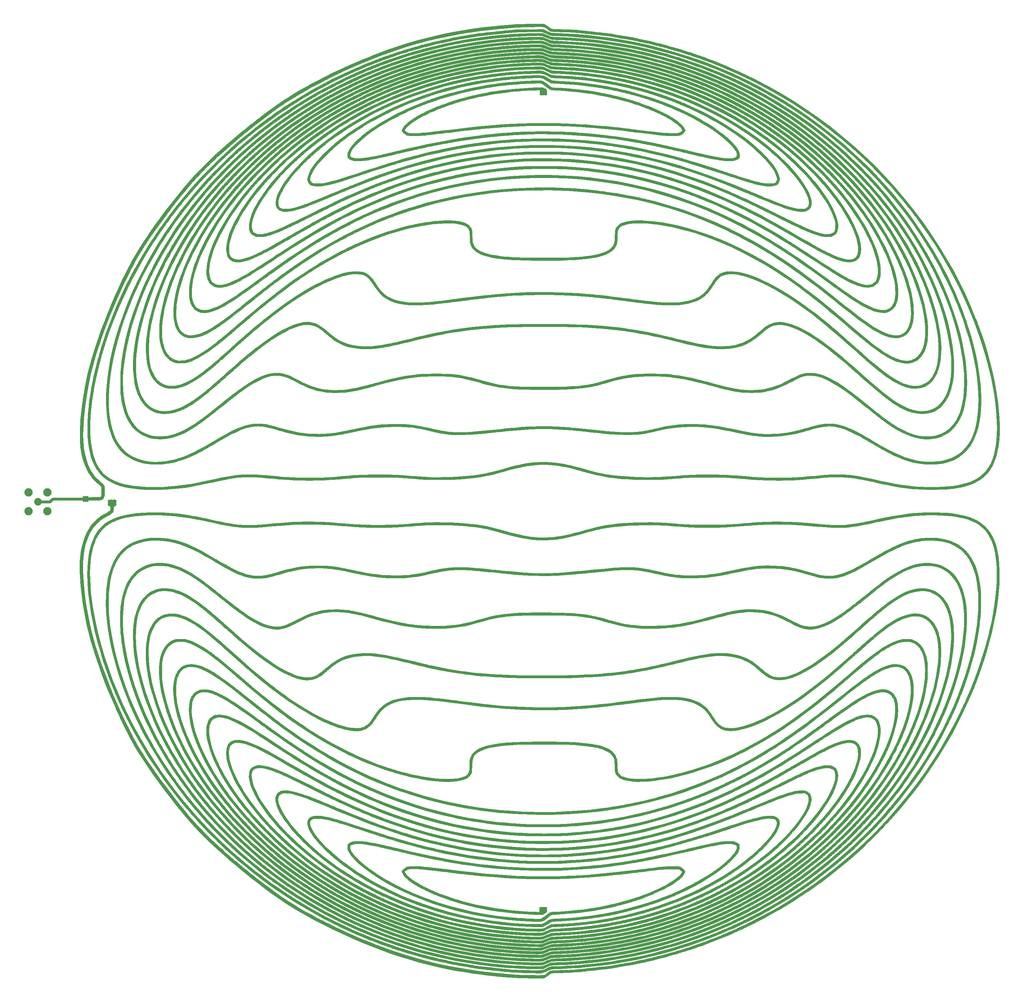
<source format=gbr>
G04 #@! TF.GenerationSoftware,KiCad,Pcbnew,(5.1.5)-3*
G04 #@! TF.CreationDate,2020-02-27T00:06:44+09:00*
G04 #@! TF.ProjectId,GradientCoil_XY,47726164-6965-46e7-9443-6f696c5f5859,rev?*
G04 #@! TF.SameCoordinates,Original*
G04 #@! TF.FileFunction,Copper,L1,Top*
G04 #@! TF.FilePolarity,Positive*
%FSLAX46Y46*%
G04 Gerber Fmt 4.6, Leading zero omitted, Abs format (unit mm)*
G04 Created by KiCad (PCBNEW (5.1.5)-3) date 2020-02-27 00:06:44*
%MOMM*%
%LPD*%
G04 APERTURE LIST*
%ADD10C,0.010000*%
%ADD11R,1.524000X1.524000*%
%ADD12C,2.250000*%
%ADD13C,2.050000*%
%ADD14C,0.800000*%
%ADD15C,0.800000*%
G04 APERTURE END LIST*
D10*
G36*
X199117192Y-18998401D02*
G01*
X199348788Y-19123471D01*
X199634011Y-19304155D01*
X199927531Y-19510857D01*
X200072929Y-19622403D01*
X200317801Y-19812597D01*
X200542100Y-19978748D01*
X200715926Y-20099128D01*
X200791181Y-20144333D01*
X200886313Y-20171418D01*
X201062968Y-20195135D01*
X201330206Y-20215999D01*
X201697084Y-20234525D01*
X202172664Y-20251229D01*
X202766003Y-20266626D01*
X203049820Y-20272771D01*
X204087352Y-20297242D01*
X205016203Y-20326094D01*
X205858243Y-20360548D01*
X206635344Y-20401827D01*
X207369377Y-20451152D01*
X208082213Y-20509743D01*
X208795723Y-20578822D01*
X209089666Y-20610039D01*
X209540637Y-20658844D01*
X209972386Y-20705181D01*
X210359554Y-20746356D01*
X210676785Y-20779678D01*
X210898724Y-20802456D01*
X210950591Y-20807574D01*
X211116539Y-20824650D01*
X211391685Y-20854181D01*
X211755466Y-20893907D01*
X212187321Y-20941566D01*
X212666687Y-20994900D01*
X213173003Y-21051646D01*
X213268586Y-21062405D01*
X213803800Y-21122291D01*
X214339491Y-21181495D01*
X214849813Y-21237214D01*
X215308916Y-21286644D01*
X215690954Y-21326984D01*
X215970078Y-21355430D01*
X215978355Y-21356244D01*
X216320889Y-21396423D01*
X216747557Y-21456419D01*
X217214622Y-21529537D01*
X217678344Y-21609087D01*
X217904576Y-21650953D01*
X218335995Y-21730839D01*
X218853709Y-21822963D01*
X219414909Y-21919930D01*
X219976781Y-22014347D01*
X220496515Y-22098822D01*
X220516401Y-22101982D01*
X221179127Y-22207339D01*
X221726424Y-22294923D01*
X222171883Y-22367188D01*
X222529088Y-22426586D01*
X222811629Y-22475573D01*
X223033093Y-22516602D01*
X223207068Y-22552128D01*
X223347140Y-22584603D01*
X223466899Y-22616484D01*
X223579931Y-22650222D01*
X223617943Y-22662142D01*
X223795240Y-22710372D01*
X224076798Y-22777484D01*
X224438545Y-22858180D01*
X224856409Y-22947159D01*
X225306318Y-23039122D01*
X225544165Y-23086210D01*
X226030249Y-23183496D01*
X226523703Y-23286127D01*
X226993424Y-23387356D01*
X227408312Y-23480435D01*
X227737263Y-23558615D01*
X227829512Y-23582036D01*
X228266739Y-23695091D01*
X228733756Y-23814418D01*
X229210092Y-23934928D01*
X229675275Y-24051529D01*
X230108833Y-24159132D01*
X230490296Y-24252645D01*
X230799193Y-24326979D01*
X231015052Y-24377042D01*
X231094293Y-24393874D01*
X231278903Y-24436715D01*
X231528501Y-24503845D01*
X231747249Y-24568115D01*
X232239448Y-24717257D01*
X232766717Y-24873528D01*
X233302693Y-25029405D01*
X233821013Y-25177368D01*
X234295312Y-25309896D01*
X234699229Y-25419467D01*
X235006399Y-25498560D01*
X235022112Y-25502399D01*
X235305517Y-25574904D01*
X235550909Y-25644146D01*
X235723640Y-25700031D01*
X235776653Y-25722226D01*
X235904112Y-25775742D01*
X236132090Y-25857250D01*
X236435576Y-25958751D01*
X236789554Y-26072245D01*
X237169011Y-26189732D01*
X237548933Y-26303214D01*
X237904308Y-26404689D01*
X237950334Y-26417388D01*
X238286933Y-26516539D01*
X238639941Y-26631394D01*
X238947780Y-26741629D01*
X239027712Y-26773021D01*
X239260066Y-26861721D01*
X239579456Y-26976105D01*
X239948232Y-27103042D01*
X240328741Y-27229399D01*
X240431568Y-27262664D01*
X240793324Y-27380774D01*
X241139202Y-27496988D01*
X241436782Y-27600187D01*
X241653644Y-27679255D01*
X241704833Y-27699314D01*
X241908978Y-27780694D01*
X242190534Y-27891049D01*
X242526153Y-28021423D01*
X242892486Y-28162858D01*
X243266186Y-28306399D01*
X243623904Y-28443089D01*
X243942292Y-28563973D01*
X244198003Y-28660093D01*
X244367687Y-28722494D01*
X244414602Y-28738782D01*
X244597998Y-28803885D01*
X244881865Y-28911726D01*
X245246358Y-29054273D01*
X245671629Y-29223491D01*
X246137834Y-29411347D01*
X246625125Y-29609806D01*
X247113657Y-29810836D01*
X247583585Y-30006402D01*
X248015061Y-30188470D01*
X248332339Y-30324697D01*
X249391739Y-30786489D01*
X250350806Y-31209476D01*
X251230446Y-31603383D01*
X252051567Y-31977934D01*
X252835075Y-32342855D01*
X253601876Y-32707869D01*
X254372877Y-33082701D01*
X255168984Y-33477077D01*
X255906632Y-33847866D01*
X259477949Y-35725322D01*
X262978805Y-37710380D01*
X266406905Y-39800821D01*
X269759956Y-41994430D01*
X273035664Y-44288988D01*
X276231733Y-46682278D01*
X279345871Y-49172084D01*
X282375782Y-51756188D01*
X285319173Y-54432373D01*
X288173750Y-57198423D01*
X290937218Y-60052119D01*
X293607282Y-62991244D01*
X296181650Y-66013583D01*
X298658027Y-69116917D01*
X301034118Y-72299029D01*
X303307629Y-75557702D01*
X305476267Y-78890720D01*
X307537737Y-82295864D01*
X309330847Y-85477856D01*
X310983966Y-88636473D01*
X312556177Y-91883537D01*
X314037670Y-95197954D01*
X315418630Y-98558626D01*
X315435780Y-98602278D01*
X316307615Y-100903662D01*
X317122595Y-103219392D01*
X317878915Y-105540693D01*
X318574768Y-107858789D01*
X319208348Y-110164904D01*
X319777850Y-112450263D01*
X320281466Y-114706090D01*
X320717392Y-116923609D01*
X321083820Y-119094045D01*
X321378946Y-121208621D01*
X321600962Y-123258563D01*
X321748062Y-125235094D01*
X321818441Y-127129439D01*
X321810293Y-128932823D01*
X321791095Y-129482482D01*
X321695014Y-131026918D01*
X321542279Y-132459773D01*
X321331090Y-133787979D01*
X321059643Y-135018468D01*
X320726137Y-136158173D01*
X320328770Y-137214026D01*
X319865739Y-138192960D01*
X319335242Y-139101907D01*
X319260654Y-139216160D01*
X318643958Y-140055405D01*
X317955498Y-140812381D01*
X317189119Y-141490722D01*
X316338665Y-142094069D01*
X315397982Y-142626056D01*
X314360914Y-143090324D01*
X313221306Y-143490508D01*
X311973002Y-143830246D01*
X311146735Y-144011126D01*
X310411836Y-144149912D01*
X309690636Y-144266921D01*
X308964873Y-144363574D01*
X308216284Y-144441294D01*
X307426608Y-144501502D01*
X306577582Y-144545619D01*
X305650945Y-144575068D01*
X304628433Y-144591270D01*
X303637738Y-144595698D01*
X302462781Y-144590178D01*
X301391685Y-144571730D01*
X300398169Y-144538214D01*
X299455947Y-144487494D01*
X298538739Y-144417430D01*
X297620260Y-144325886D01*
X296674228Y-144210724D01*
X295674360Y-144069804D01*
X294594373Y-143900991D01*
X294104576Y-143820257D01*
X293616663Y-143738342D01*
X293184727Y-143664499D01*
X292789707Y-143594973D01*
X292412540Y-143526007D01*
X292034165Y-143453844D01*
X291635520Y-143374727D01*
X291197542Y-143284900D01*
X290701170Y-143180605D01*
X290127342Y-143058086D01*
X289456996Y-142913587D01*
X288978869Y-142810079D01*
X288109183Y-142621906D01*
X287353300Y-142459094D01*
X286697503Y-142318848D01*
X286128073Y-142198370D01*
X285631295Y-142094864D01*
X285193452Y-142005535D01*
X284800825Y-141927585D01*
X284439699Y-141858218D01*
X284096356Y-141794637D01*
X283757080Y-141734047D01*
X283408152Y-141673651D01*
X283385248Y-141669740D01*
X282325158Y-141502510D01*
X281309464Y-141372297D01*
X280316549Y-141278586D01*
X279324792Y-141220864D01*
X278312575Y-141198617D01*
X277258279Y-141211329D01*
X276140284Y-141258488D01*
X274936973Y-141339580D01*
X273764987Y-141440979D01*
X273228436Y-141491364D01*
X272617124Y-141548649D01*
X271986303Y-141607664D01*
X271391227Y-141663239D01*
X271022571Y-141697601D01*
X269282602Y-141842933D01*
X267504759Y-141959570D01*
X265717908Y-142046514D01*
X263950915Y-142102768D01*
X262232646Y-142127333D01*
X260591967Y-142119210D01*
X259540343Y-142094664D01*
X258863900Y-142072125D01*
X258232259Y-142048296D01*
X257626977Y-142022039D01*
X257029613Y-141992215D01*
X256421726Y-141957685D01*
X255784874Y-141917312D01*
X255100617Y-141869956D01*
X254350512Y-141814479D01*
X253516118Y-141749743D01*
X252578994Y-141674608D01*
X252086838Y-141634480D01*
X251199513Y-141562578D01*
X250411902Y-141500911D01*
X249704319Y-141448701D01*
X249057080Y-141405168D01*
X248450497Y-141369533D01*
X247864887Y-141341017D01*
X247280562Y-141318841D01*
X246677838Y-141302227D01*
X246037029Y-141290395D01*
X245338450Y-141282566D01*
X244562414Y-141277962D01*
X243689236Y-141275803D01*
X243010745Y-141275330D01*
X242098857Y-141275651D01*
X241298712Y-141277524D01*
X240591463Y-141281671D01*
X239958265Y-141288816D01*
X239380272Y-141299683D01*
X238838638Y-141314994D01*
X238314517Y-141335475D01*
X237789062Y-141361848D01*
X237243430Y-141394837D01*
X236658772Y-141435166D01*
X236016243Y-141483557D01*
X235296998Y-141540735D01*
X234587609Y-141598733D01*
X233751596Y-141667274D01*
X233026350Y-141725519D01*
X232392525Y-141774302D01*
X231830770Y-141814459D01*
X231321740Y-141846823D01*
X230846084Y-141872228D01*
X230384456Y-141891510D01*
X229917506Y-141905501D01*
X229425887Y-141915038D01*
X228890251Y-141920953D01*
X228291250Y-141924082D01*
X227609534Y-141925258D01*
X227013316Y-141925358D01*
X225668699Y-141919998D01*
X224433506Y-141903643D01*
X223286947Y-141875178D01*
X222208229Y-141833487D01*
X221176559Y-141777453D01*
X220171147Y-141705959D01*
X219171199Y-141617890D01*
X218155923Y-141512130D01*
X217186324Y-141397732D01*
X216327541Y-141283480D01*
X215497210Y-141155779D01*
X214673987Y-141010074D01*
X213836527Y-140841812D01*
X212963487Y-140646440D01*
X212033522Y-140419404D01*
X211025287Y-140156150D01*
X209917439Y-139852124D01*
X209840566Y-139830589D01*
X209321733Y-139685132D01*
X208789794Y-139536103D01*
X208273748Y-139391618D01*
X207802596Y-139259795D01*
X207405337Y-139148752D01*
X207163445Y-139081232D01*
X206064761Y-138797661D01*
X204900543Y-138538842D01*
X203709497Y-138311727D01*
X202530326Y-138123268D01*
X201401739Y-137980418D01*
X200640724Y-137909597D01*
X199352070Y-137844531D01*
X198046864Y-137847657D01*
X196712323Y-137920571D01*
X195335668Y-138064867D01*
X193904115Y-138282144D01*
X192404884Y-138573995D01*
X190825194Y-138942018D01*
X189435681Y-139308712D01*
X188883026Y-139461664D01*
X188314072Y-139619225D01*
X187756484Y-139773725D01*
X187237929Y-139917496D01*
X186786073Y-140042871D01*
X186428580Y-140142180D01*
X186387977Y-140153472D01*
X185295973Y-140443538D01*
X184214192Y-140701976D01*
X183127439Y-140930882D01*
X182020520Y-141132351D01*
X180878242Y-141308480D01*
X179685411Y-141461364D01*
X178426833Y-141593098D01*
X177087313Y-141705778D01*
X175651658Y-141801500D01*
X174104675Y-141882359D01*
X173732082Y-141899051D01*
X173091772Y-141921033D01*
X172359375Y-141936071D01*
X171557017Y-141944424D01*
X170706821Y-141946352D01*
X169830913Y-141942113D01*
X168951416Y-141931969D01*
X168090455Y-141916179D01*
X167270155Y-141895003D01*
X166512639Y-141868699D01*
X165840033Y-141837529D01*
X165274460Y-141801751D01*
X165243650Y-141799405D01*
X164557463Y-141745901D01*
X163921886Y-141695077D01*
X163351769Y-141648182D01*
X162861963Y-141606466D01*
X162467318Y-141571179D01*
X162182684Y-141543569D01*
X162109460Y-141535689D01*
X161973145Y-141523137D01*
X161727588Y-141503312D01*
X161393837Y-141477800D01*
X160992943Y-141448186D01*
X160545953Y-141416056D01*
X160183239Y-141390573D01*
X159786654Y-141364852D01*
X159386242Y-141343048D01*
X158967949Y-141324888D01*
X158517723Y-141310097D01*
X158021509Y-141298403D01*
X157465254Y-141289532D01*
X156834904Y-141283209D01*
X156116405Y-141279163D01*
X155295703Y-141277118D01*
X154358745Y-141276802D01*
X154339280Y-141276812D01*
X153244885Y-141278925D01*
X152263719Y-141284575D01*
X151378455Y-141294410D01*
X150571764Y-141309075D01*
X149826316Y-141329217D01*
X149124783Y-141355482D01*
X148449835Y-141388518D01*
X147784144Y-141428970D01*
X147110382Y-141477484D01*
X146411217Y-141534709D01*
X145687609Y-141599591D01*
X143486066Y-141788499D01*
X141384889Y-141935795D01*
X139360637Y-142041404D01*
X137389869Y-142105256D01*
X135449141Y-142127277D01*
X133515014Y-142107395D01*
X131564044Y-142045538D01*
X129572791Y-141941632D01*
X127517813Y-141795605D01*
X125375667Y-141607385D01*
X124629769Y-141534412D01*
X123775927Y-141450813D01*
X123028845Y-141382411D01*
X122365743Y-141327889D01*
X121763839Y-141285930D01*
X121200349Y-141255218D01*
X120652493Y-141234436D01*
X120097488Y-141222267D01*
X119512552Y-141217394D01*
X119144936Y-141217407D01*
X118532664Y-141222842D01*
X117948207Y-141237106D01*
X117379722Y-141261931D01*
X116815365Y-141299053D01*
X116243294Y-141350203D01*
X115651666Y-141417116D01*
X115028637Y-141501524D01*
X114362365Y-141605161D01*
X113641007Y-141729760D01*
X112852720Y-141877055D01*
X111985661Y-142048778D01*
X111027986Y-142246664D01*
X109967854Y-142472445D01*
X108793421Y-142727856D01*
X108730283Y-142741699D01*
X107346952Y-143040456D01*
X106073144Y-143305151D01*
X104892973Y-143538154D01*
X103790555Y-143741839D01*
X102750007Y-143918575D01*
X101755444Y-144070735D01*
X100790982Y-144200691D01*
X99840738Y-144310813D01*
X98888826Y-144403473D01*
X97919363Y-144481044D01*
X96916465Y-144545896D01*
X96487352Y-144569600D01*
X95264910Y-144617195D01*
X94006348Y-144634463D01*
X92735501Y-144622414D01*
X91476203Y-144582060D01*
X90252290Y-144514411D01*
X89087596Y-144420478D01*
X88005955Y-144301271D01*
X87117429Y-144172260D01*
X85719574Y-143901611D01*
X84433781Y-143569483D01*
X83255648Y-143173471D01*
X82180769Y-142711170D01*
X81204742Y-142180175D01*
X80323162Y-141578079D01*
X79531625Y-140902478D01*
X78825727Y-140150965D01*
X78201066Y-139321136D01*
X78180780Y-139290883D01*
X77724693Y-138557054D01*
X77321300Y-137795317D01*
X76966745Y-136992733D01*
X76657174Y-136136368D01*
X76388733Y-135213284D01*
X76157566Y-134210544D01*
X75959820Y-133115212D01*
X75791640Y-131914351D01*
X75677991Y-130890967D01*
X75646739Y-130480022D01*
X75622926Y-129961088D01*
X75606429Y-129356551D01*
X75597130Y-128688794D01*
X75594906Y-127980203D01*
X75599639Y-127253160D01*
X75611207Y-126530051D01*
X75629491Y-125833259D01*
X75654369Y-125185169D01*
X75685721Y-124608166D01*
X75713818Y-124230813D01*
X75825286Y-123006031D01*
X75941171Y-121879089D01*
X76065888Y-120817237D01*
X76203851Y-119787721D01*
X76359472Y-118757792D01*
X76537167Y-117694698D01*
X76741349Y-116565687D01*
X76761005Y-116460633D01*
X76877402Y-115858881D01*
X77012714Y-115191059D01*
X77161920Y-114479645D01*
X77320001Y-113747120D01*
X77481936Y-113015961D01*
X77642705Y-112308648D01*
X77797290Y-111647660D01*
X77940669Y-111055475D01*
X78067823Y-110554573D01*
X78138948Y-110290196D01*
X78216946Y-110007566D01*
X78316357Y-109644968D01*
X78424568Y-109248513D01*
X78528966Y-108864315D01*
X78531845Y-108853692D01*
X79188846Y-106564805D01*
X79936182Y-104208091D01*
X80766227Y-101802082D01*
X81671355Y-99365309D01*
X82643940Y-96916304D01*
X83676356Y-94473598D01*
X84760977Y-92055723D01*
X85890178Y-89681210D01*
X87056332Y-87368591D01*
X88251813Y-85136397D01*
X88406497Y-84857548D01*
X88617615Y-84478505D01*
X88819315Y-84116361D01*
X88998425Y-83794771D01*
X89141769Y-83537390D01*
X89236172Y-83367872D01*
X89242923Y-83355748D01*
X89814584Y-82351372D01*
X90455174Y-81265775D01*
X91151673Y-80119417D01*
X91891064Y-78932759D01*
X92660327Y-77726259D01*
X93446444Y-76520377D01*
X94236396Y-75335573D01*
X95017165Y-74192306D01*
X95641377Y-73300221D01*
X97550421Y-70673470D01*
X99493654Y-68138772D01*
X101488232Y-65675812D01*
X103551315Y-63264273D01*
X105700059Y-60883838D01*
X107951623Y-58514190D01*
X109184710Y-57263515D01*
X110603430Y-55859601D01*
X111983246Y-54531449D01*
X113346876Y-53258808D01*
X114717042Y-52021424D01*
X116116462Y-50799046D01*
X117567857Y-49571422D01*
X119093946Y-48318300D01*
X120352905Y-47308435D01*
X121002802Y-46799471D01*
X121731130Y-46242383D01*
X122521635Y-45648794D01*
X123358063Y-45030327D01*
X124224160Y-44398603D01*
X125103673Y-43765245D01*
X125980348Y-43141875D01*
X126837931Y-42540116D01*
X127660167Y-41971590D01*
X128430804Y-41447919D01*
X129133587Y-40980726D01*
X129752263Y-40581632D01*
X129820771Y-40538435D01*
X130063470Y-40385342D01*
X130378299Y-40186036D01*
X130727313Y-39964574D01*
X131072569Y-39745010D01*
X131126684Y-39710542D01*
X131988078Y-39170675D01*
X132940061Y-38589901D01*
X133955549Y-37983947D01*
X135007462Y-37368543D01*
X136068716Y-36759416D01*
X137112228Y-36172294D01*
X138110917Y-35622907D01*
X138831568Y-35235889D01*
X139257901Y-35009188D01*
X139704739Y-34770640D01*
X140137456Y-34538794D01*
X140521426Y-34332200D01*
X140803645Y-34179410D01*
X141088053Y-34025980D01*
X141329633Y-33898098D01*
X141506173Y-33807341D01*
X141595463Y-33765285D01*
X141601257Y-33763718D01*
X141668460Y-33736140D01*
X141831066Y-33660217D01*
X142067748Y-33546159D01*
X142357182Y-33404178D01*
X142502187Y-33332291D01*
X143662366Y-32766092D01*
X144920133Y-32173203D01*
X146282458Y-31550432D01*
X147756306Y-30894589D01*
X149148278Y-30288764D01*
X149557702Y-30112363D01*
X149911291Y-29960619D01*
X150225399Y-29826992D01*
X150516378Y-29704942D01*
X150800582Y-29587927D01*
X151094363Y-29469409D01*
X151414075Y-29342845D01*
X151776070Y-29201697D01*
X152196701Y-29039423D01*
X152692322Y-28849483D01*
X153279285Y-28625336D01*
X153882211Y-28395416D01*
X154165063Y-28286866D01*
X154518465Y-28150209D01*
X154891458Y-28005192D01*
X155149395Y-27904391D01*
X155479536Y-27779828D01*
X155891295Y-27631712D01*
X156341556Y-27475164D01*
X156787202Y-27325303D01*
X156982625Y-27261535D01*
X157369951Y-27134058D01*
X157742808Y-27006706D01*
X158071177Y-26890067D01*
X158325039Y-26794728D01*
X158438501Y-26748038D01*
X158688902Y-26650211D01*
X159001941Y-26545744D01*
X159312744Y-26456184D01*
X159332921Y-26450984D01*
X159590072Y-26379736D01*
X159931154Y-26277312D01*
X160316909Y-26155885D01*
X160708084Y-26027629D01*
X160821429Y-25989366D01*
X161230349Y-25854413D01*
X161668900Y-25716572D01*
X162089305Y-25590458D01*
X162443790Y-25490685D01*
X162501234Y-25475525D01*
X162814077Y-25391463D01*
X163211916Y-25280521D01*
X163654871Y-25154037D01*
X164103065Y-25023352D01*
X164362159Y-24946367D01*
X164839405Y-24803708D01*
X165223708Y-24690228D01*
X165547123Y-24597294D01*
X165841706Y-24516271D01*
X166139510Y-24438526D01*
X166472590Y-24355425D01*
X166873001Y-24258333D01*
X167267815Y-24163716D01*
X167696709Y-24059377D01*
X168143121Y-23947733D01*
X168565786Y-23839302D01*
X168923439Y-23744600D01*
X169066752Y-23705192D01*
X169313820Y-23641034D01*
X169664732Y-23557038D01*
X170095209Y-23458649D01*
X170580974Y-23351310D01*
X171097749Y-23240465D01*
X171621256Y-23131560D01*
X171661073Y-23123426D01*
X172157388Y-23020910D01*
X172624887Y-22921950D01*
X173044605Y-22830746D01*
X173397573Y-22751498D01*
X173664824Y-22688407D01*
X173827392Y-22645673D01*
X173848205Y-22639089D01*
X174019637Y-22592621D01*
X174285676Y-22534357D01*
X174611705Y-22471334D01*
X174963104Y-22410586D01*
X175008382Y-22403297D01*
X175351091Y-22348663D01*
X175786074Y-22279379D01*
X176276632Y-22201288D01*
X176786065Y-22120231D01*
X177277675Y-22042050D01*
X177323342Y-22034790D01*
X177799052Y-21957068D01*
X178284473Y-21874051D01*
X178746196Y-21791714D01*
X179150817Y-21716037D01*
X179464929Y-21652995D01*
X179503560Y-21644697D01*
X179869086Y-21573351D01*
X180308467Y-21499948D01*
X180765420Y-21433306D01*
X181168599Y-21383851D01*
X181496042Y-21348400D01*
X181922595Y-21301879D01*
X182417575Y-21247654D01*
X182950300Y-21189091D01*
X183490087Y-21129554D01*
X183845265Y-21090259D01*
X184393580Y-21029757D01*
X184975179Y-20966015D01*
X185554396Y-20902912D01*
X186095565Y-20844325D01*
X186563021Y-20794135D01*
X186783569Y-20770691D01*
X187251213Y-20721194D01*
X187757278Y-20667554D01*
X188253864Y-20614851D01*
X188693070Y-20568168D01*
X188880668Y-20548195D01*
X189641109Y-20476288D01*
X190462649Y-20416652D01*
X191357306Y-20368818D01*
X192337097Y-20332316D01*
X193414039Y-20306677D01*
X194600147Y-20291429D01*
X195573470Y-20286521D01*
X198544422Y-20280170D01*
X199197378Y-20563698D01*
X199479864Y-20688888D01*
X199729458Y-20804099D01*
X199914253Y-20894345D01*
X199990341Y-20936127D01*
X200127206Y-21004709D01*
X200337139Y-21090582D01*
X200518231Y-21155696D01*
X200649800Y-21194873D01*
X200800370Y-21227386D01*
X200986485Y-21254648D01*
X201224693Y-21278074D01*
X201531539Y-21299076D01*
X201923569Y-21319067D01*
X202417329Y-21339463D01*
X202859458Y-21355700D01*
X206481688Y-21532112D01*
X210034141Y-21802945D01*
X213539955Y-22170855D01*
X217022270Y-22638499D01*
X220504222Y-23208534D01*
X222867044Y-23652735D01*
X226800700Y-24495897D01*
X230695391Y-25462454D01*
X234548436Y-26551085D01*
X238357155Y-27760473D01*
X242118864Y-29089298D01*
X245830884Y-30536241D01*
X249490533Y-32099984D01*
X253095129Y-33779207D01*
X256641991Y-35572592D01*
X260128438Y-37478820D01*
X263551789Y-39496571D01*
X266909362Y-41624527D01*
X270198476Y-43861368D01*
X273416450Y-46205777D01*
X276560602Y-48656433D01*
X279628250Y-51212018D01*
X280584723Y-52044208D01*
X282734076Y-53985289D01*
X284877435Y-56021653D01*
X286991797Y-58129664D01*
X289054157Y-60285683D01*
X291041510Y-62466076D01*
X292930854Y-64647204D01*
X293423715Y-65236211D01*
X295724831Y-68091564D01*
X297905630Y-70971921D01*
X299975960Y-73891715D01*
X301945666Y-76865381D01*
X303824594Y-79907353D01*
X305622592Y-83032063D01*
X305873578Y-83486340D01*
X306328211Y-84329319D01*
X306807734Y-85247775D01*
X307304198Y-86224772D01*
X307809652Y-87243373D01*
X308316144Y-88286640D01*
X308815725Y-89337636D01*
X309300443Y-90379426D01*
X309762347Y-91395071D01*
X310193488Y-92367635D01*
X310585913Y-93280182D01*
X310931673Y-94115774D01*
X311222817Y-94857474D01*
X311268312Y-94978370D01*
X311384800Y-95284856D01*
X311509416Y-95604306D01*
X311616887Y-95872003D01*
X311625335Y-95892509D01*
X311718869Y-96129173D01*
X311846628Y-96467386D01*
X312000703Y-96885092D01*
X312173187Y-97360231D01*
X312356171Y-97870748D01*
X312541749Y-98394583D01*
X312722011Y-98909678D01*
X312889049Y-99393977D01*
X313029890Y-99810247D01*
X313358751Y-100820521D01*
X313690358Y-101888046D01*
X314016805Y-102984885D01*
X314330190Y-104083098D01*
X314622606Y-105154745D01*
X314886149Y-106171888D01*
X315112916Y-107106586D01*
X315191266Y-107449836D01*
X315423682Y-108509092D01*
X315625072Y-109472755D01*
X315800709Y-110370677D01*
X315955865Y-111232711D01*
X316095814Y-112088708D01*
X316225829Y-112968520D01*
X316351182Y-113901999D01*
X316402293Y-114305877D01*
X316494521Y-115058069D01*
X316570122Y-115707986D01*
X316631151Y-116282599D01*
X316679658Y-116808882D01*
X316717697Y-117313807D01*
X316747322Y-117824346D01*
X316770584Y-118367473D01*
X316789536Y-118970160D01*
X316804806Y-119594823D01*
X316806095Y-121407547D01*
X316727930Y-123137312D01*
X316570938Y-124780798D01*
X316335746Y-126334682D01*
X316022982Y-127795644D01*
X315633274Y-129160363D01*
X315167248Y-130425517D01*
X314625532Y-131587785D01*
X314491644Y-131837754D01*
X313907539Y-132778199D01*
X313217462Y-133676239D01*
X312441312Y-134510473D01*
X311598987Y-135259503D01*
X310715904Y-135898376D01*
X309970542Y-136323197D01*
X309122435Y-136708959D01*
X308195630Y-137047878D01*
X307214171Y-137332167D01*
X306202107Y-137554042D01*
X305183483Y-137705718D01*
X305108088Y-137713983D01*
X304727282Y-137743968D01*
X304249402Y-137765292D01*
X303707678Y-137777939D01*
X303135342Y-137781891D01*
X302565625Y-137777130D01*
X302031757Y-137763641D01*
X301566969Y-137741405D01*
X301254447Y-137715977D01*
X299814885Y-137515123D01*
X298379925Y-137215442D01*
X296934698Y-136812670D01*
X295464336Y-136302546D01*
X293953969Y-135680807D01*
X293599147Y-135521473D01*
X293102995Y-135291980D01*
X292622982Y-135062332D01*
X292143951Y-134824388D01*
X291650746Y-134570004D01*
X291128212Y-134291038D01*
X290561192Y-133979349D01*
X289934530Y-133626793D01*
X289233070Y-133225228D01*
X288441656Y-132766511D01*
X288097378Y-132565706D01*
X287590566Y-132269745D01*
X287052306Y-131955555D01*
X286511838Y-131640195D01*
X285998400Y-131340723D01*
X285541234Y-131074198D01*
X285191722Y-130870572D01*
X284109483Y-130258317D01*
X283059481Y-129699805D01*
X282052628Y-129199991D01*
X281099834Y-128763828D01*
X280212010Y-128396269D01*
X279400066Y-128102270D01*
X278674914Y-127886784D01*
X278553475Y-127856482D01*
X278030607Y-127742013D01*
X277474589Y-127640664D01*
X276921133Y-127557542D01*
X276405954Y-127497755D01*
X275964767Y-127466411D01*
X275801731Y-127462946D01*
X275209329Y-127488215D01*
X274523822Y-127560950D01*
X273771866Y-127676542D01*
X272980115Y-127830383D01*
X272175226Y-128017865D01*
X271446992Y-128215819D01*
X270490071Y-128493925D01*
X269642780Y-128736696D01*
X268890084Y-128947693D01*
X268216950Y-129130478D01*
X267608343Y-129288613D01*
X267049229Y-129425661D01*
X266524574Y-129545182D01*
X266019344Y-129650740D01*
X265518505Y-129745896D01*
X265007023Y-129834212D01*
X264469863Y-129919251D01*
X263905347Y-130002655D01*
X262630994Y-130151185D01*
X261274621Y-130245502D01*
X259873085Y-130285451D01*
X258463243Y-130270881D01*
X257081950Y-130201638D01*
X255766063Y-130077570D01*
X255449563Y-130037694D01*
X254974180Y-129968697D01*
X254398005Y-129875604D01*
X253747580Y-129763305D01*
X253049447Y-129636686D01*
X252330148Y-129500637D01*
X251616225Y-129360044D01*
X250934221Y-129219796D01*
X250487095Y-129123804D01*
X249450936Y-128900540D01*
X248456392Y-128693729D01*
X247518159Y-128506189D01*
X246650933Y-128340741D01*
X245869412Y-128200205D01*
X245188291Y-128087402D01*
X244741080Y-128021160D01*
X243144618Y-127832637D01*
X241512473Y-127701007D01*
X239868412Y-127626345D01*
X238236199Y-127608725D01*
X236639600Y-127648223D01*
X235102382Y-127744913D01*
X233648310Y-127898871D01*
X233044204Y-127984280D01*
X232712009Y-128038166D01*
X232345710Y-128103736D01*
X231932390Y-128183711D01*
X231459130Y-128280816D01*
X230913010Y-128397772D01*
X230281113Y-128537303D01*
X229550521Y-128702132D01*
X228708313Y-128894980D01*
X228547763Y-128931979D01*
X227660102Y-129132505D01*
X226873051Y-129299515D01*
X226161806Y-129435896D01*
X225501563Y-129544535D01*
X224867518Y-129628319D01*
X224234866Y-129690136D01*
X223578803Y-129732872D01*
X222874524Y-129759414D01*
X222097225Y-129772649D01*
X221299949Y-129775558D01*
X220555461Y-129770823D01*
X219822020Y-129757247D01*
X219085376Y-129733833D01*
X218331283Y-129699585D01*
X217545490Y-129653506D01*
X216713751Y-129594600D01*
X215821815Y-129521870D01*
X214855436Y-129434320D01*
X213800365Y-129330954D01*
X212642353Y-129210775D01*
X211570900Y-129095144D01*
X209672792Y-128893762D01*
X207894114Y-128718607D01*
X206226460Y-128569225D01*
X204661423Y-128445162D01*
X203190598Y-128345965D01*
X201805576Y-128271181D01*
X200497953Y-128220356D01*
X199259321Y-128193036D01*
X198081274Y-128188767D01*
X196955406Y-128207097D01*
X195873310Y-128247571D01*
X195867301Y-128247862D01*
X195063956Y-128291833D01*
X194151176Y-128350662D01*
X193149056Y-128422614D01*
X192077692Y-128505953D01*
X190957183Y-128598946D01*
X189807624Y-128699857D01*
X188649112Y-128806951D01*
X187501743Y-128918493D01*
X186385615Y-129032749D01*
X185320824Y-129147982D01*
X184930283Y-129192073D01*
X183792686Y-129314879D01*
X182617769Y-129428171D01*
X181432005Y-129529987D01*
X180261866Y-129618366D01*
X179133827Y-129691347D01*
X178074359Y-129746968D01*
X177109935Y-129783268D01*
X176866272Y-129789571D01*
X175556622Y-129800088D01*
X174335106Y-129766289D01*
X173165702Y-129684350D01*
X172012389Y-129550446D01*
X170839148Y-129360755D01*
X169609956Y-129111453D01*
X168867558Y-128940515D01*
X167797023Y-128688110D01*
X166834234Y-128469601D01*
X165961474Y-128282644D01*
X165161026Y-128124897D01*
X164415172Y-127994019D01*
X163706196Y-127887666D01*
X163016381Y-127803495D01*
X162328010Y-127739165D01*
X161623366Y-127692333D01*
X160884732Y-127660657D01*
X160094391Y-127641793D01*
X159234625Y-127633401D01*
X158975270Y-127632601D01*
X157971443Y-127636954D01*
X157029129Y-127655262D01*
X156131191Y-127689588D01*
X155260495Y-127741996D01*
X154399906Y-127814548D01*
X153532287Y-127909307D01*
X152640504Y-128028336D01*
X151707422Y-128173698D01*
X150715905Y-128347457D01*
X149648819Y-128551675D01*
X148489027Y-128788415D01*
X147341264Y-129033274D01*
X146167226Y-129283433D01*
X145103053Y-129500014D01*
X144132975Y-129685081D01*
X143241224Y-129840696D01*
X142412029Y-129968921D01*
X141629623Y-130071818D01*
X140878235Y-130151450D01*
X140142096Y-130209879D01*
X139405438Y-130249168D01*
X138652490Y-130271378D01*
X137867484Y-130278573D01*
X137819486Y-130278573D01*
X136679569Y-130263217D01*
X135592933Y-130216105D01*
X134538676Y-130133963D01*
X133495895Y-130013517D01*
X132443690Y-129851494D01*
X131361159Y-129644621D01*
X130227399Y-129389624D01*
X129021511Y-129083231D01*
X127722591Y-128722167D01*
X127535424Y-128668026D01*
X126514828Y-128376840D01*
X125603190Y-128129435D01*
X124787031Y-127924183D01*
X124052868Y-127759450D01*
X123387220Y-127633606D01*
X122776607Y-127545018D01*
X122207546Y-127492056D01*
X121666557Y-127473088D01*
X121140159Y-127486482D01*
X120614870Y-127530608D01*
X120077209Y-127603833D01*
X119536709Y-127700028D01*
X118968811Y-127822712D01*
X118399324Y-127971547D01*
X117818509Y-128151001D01*
X117216628Y-128365540D01*
X116583943Y-128619634D01*
X115910717Y-128917748D01*
X115187210Y-129264351D01*
X114403684Y-129663909D01*
X113550402Y-130120890D01*
X112617624Y-130639762D01*
X111595614Y-131224992D01*
X110656504Y-131773806D01*
X109740592Y-132311168D01*
X108889646Y-132806364D01*
X108110896Y-133255284D01*
X107411572Y-133653818D01*
X106798906Y-133997856D01*
X106280129Y-134283288D01*
X105862472Y-134506004D01*
X105726684Y-134575927D01*
X105451514Y-134716910D01*
X105217235Y-134839133D01*
X105049604Y-134929013D01*
X104975784Y-134971897D01*
X104874903Y-135027912D01*
X104674680Y-135125277D01*
X104396137Y-135254684D01*
X104060297Y-135406827D01*
X103688185Y-135572400D01*
X103300824Y-135742096D01*
X102919236Y-135906609D01*
X102564446Y-136056631D01*
X102257477Y-136182857D01*
X102094635Y-136247314D01*
X100551221Y-136786750D01*
X98990875Y-137219312D01*
X97435672Y-137539535D01*
X96158225Y-137716771D01*
X95716981Y-137751279D01*
X95180047Y-137773269D01*
X94581695Y-137783037D01*
X93956197Y-137780874D01*
X93337824Y-137767074D01*
X92760849Y-137741930D01*
X92259542Y-137705736D01*
X92030333Y-137681451D01*
X90765671Y-137472178D01*
X89557568Y-137163102D01*
X88415234Y-136757964D01*
X87347883Y-136260506D01*
X86364726Y-135674471D01*
X85509693Y-135032886D01*
X84705861Y-134283980D01*
X83977626Y-133448581D01*
X83322072Y-132521603D01*
X82736285Y-131497961D01*
X82217349Y-130372568D01*
X81762349Y-129140338D01*
X81374053Y-127818006D01*
X81114327Y-126671653D01*
X80908059Y-125425965D01*
X80754627Y-124075584D01*
X80653409Y-122615152D01*
X80606577Y-121209791D01*
X80622631Y-118937801D01*
X80751807Y-116601381D01*
X80993995Y-114201159D01*
X81349086Y-111737763D01*
X81816970Y-109211821D01*
X82397537Y-106623964D01*
X83090679Y-103974818D01*
X83896285Y-101265013D01*
X84302015Y-100006134D01*
X85406721Y-96854110D01*
X86638675Y-93705396D01*
X87994562Y-90566118D01*
X89471070Y-87442402D01*
X91064885Y-84340374D01*
X92772693Y-81266159D01*
X94591181Y-78225883D01*
X96517036Y-75225672D01*
X98546943Y-72271653D01*
X100677590Y-69369950D01*
X101343332Y-68500993D01*
X102343698Y-67230923D01*
X103422431Y-65903710D01*
X104557366Y-64545562D01*
X105726338Y-63182688D01*
X106907182Y-61841297D01*
X107969611Y-60665517D01*
X108291780Y-60319481D01*
X108693945Y-59896879D01*
X109162093Y-59411788D01*
X109682209Y-58878283D01*
X110240279Y-58310441D01*
X110822288Y-57722339D01*
X111414221Y-57128051D01*
X112002065Y-56541656D01*
X112571805Y-55977228D01*
X113109427Y-55448845D01*
X113600915Y-54970581D01*
X114032256Y-54556514D01*
X114345848Y-54261164D01*
X114935296Y-53719377D01*
X115584163Y-53134440D01*
X116279120Y-52517653D01*
X117006836Y-51880317D01*
X117753981Y-51233732D01*
X118507227Y-50589198D01*
X119253242Y-49958015D01*
X119978697Y-49351483D01*
X120670262Y-48780903D01*
X121314607Y-48257574D01*
X121898403Y-47792798D01*
X122408319Y-47397873D01*
X122696569Y-47181969D01*
X122815133Y-47092700D01*
X123010638Y-46943308D01*
X123256943Y-46753850D01*
X123527907Y-46544382D01*
X123556020Y-46522590D01*
X123861096Y-46289717D01*
X124252595Y-45996537D01*
X124710128Y-45657880D01*
X125213310Y-45288580D01*
X125741751Y-44903467D01*
X126275067Y-44517373D01*
X126792868Y-44145130D01*
X127274769Y-43801569D01*
X127700381Y-43501521D01*
X127894550Y-43366326D01*
X131226316Y-41138435D01*
X134624677Y-39021676D01*
X138086328Y-37017545D01*
X141607966Y-35127541D01*
X145186287Y-33353160D01*
X148817986Y-31695898D01*
X152499760Y-30157254D01*
X156228304Y-28738723D01*
X160000314Y-27441803D01*
X163812486Y-26267991D01*
X167661516Y-25218784D01*
X168312545Y-25054597D01*
X169804300Y-24688694D01*
X171201843Y-24359121D01*
X172534538Y-24059979D01*
X173831748Y-23785370D01*
X175122838Y-23529397D01*
X176437169Y-23286161D01*
X177804107Y-23049764D01*
X179253015Y-22814309D01*
X180196350Y-22667596D01*
X182292091Y-22367672D01*
X184435226Y-22101671D01*
X186600671Y-21871658D01*
X188763340Y-21679699D01*
X190898149Y-21527861D01*
X192980013Y-21418208D01*
X194983847Y-21352805D01*
X196389666Y-21334162D01*
X198544422Y-21324900D01*
X199458560Y-21762165D01*
X199797312Y-21920324D01*
X200115863Y-22062026D01*
X200386075Y-22175255D01*
X200579810Y-22247991D01*
X200633882Y-22264146D01*
X200783099Y-22287171D01*
X201036273Y-22311190D01*
X201366797Y-22334310D01*
X201748069Y-22354638D01*
X202103033Y-22368668D01*
X205715212Y-22534505D01*
X209255748Y-22792782D01*
X212747712Y-23146033D01*
X216214178Y-23596794D01*
X219678219Y-24147601D01*
X221789666Y-24531844D01*
X222337891Y-24637026D01*
X222868328Y-24740167D01*
X223361421Y-24837360D01*
X223797610Y-24924703D01*
X224157338Y-24998291D01*
X224421048Y-25054218D01*
X224532082Y-25079340D01*
X224816775Y-25145703D01*
X225177449Y-25227617D01*
X225562360Y-25313417D01*
X225837995Y-25373769D01*
X226526162Y-25529038D01*
X227317075Y-25717950D01*
X228188994Y-25934691D01*
X229120176Y-26173447D01*
X230088880Y-26428405D01*
X231073364Y-26693752D01*
X232051886Y-26963674D01*
X233002706Y-27232358D01*
X233904081Y-27493990D01*
X234734270Y-27742756D01*
X234979383Y-27818088D01*
X236644280Y-28349519D01*
X238367716Y-28930369D01*
X240125434Y-29551373D01*
X241893179Y-30203268D01*
X243646693Y-30876789D01*
X245361722Y-31562673D01*
X247014010Y-32251653D01*
X248579300Y-32934468D01*
X249638252Y-33416810D01*
X249918012Y-33546536D01*
X250261346Y-33705378D01*
X250613186Y-33867874D01*
X250780925Y-33945224D01*
X251215929Y-34150125D01*
X251746266Y-34407180D01*
X252352798Y-34706574D01*
X253016385Y-35038493D01*
X253717886Y-35393122D01*
X254438163Y-35760646D01*
X255158076Y-36131250D01*
X255858484Y-36495120D01*
X256520249Y-36842441D01*
X257124230Y-37163398D01*
X257651289Y-37448177D01*
X258082285Y-37686963D01*
X258126684Y-37712085D01*
X258714926Y-38046206D01*
X259211882Y-38329422D01*
X259640106Y-38574813D01*
X260022157Y-38795455D01*
X260380589Y-39004427D01*
X260737960Y-39214807D01*
X261116826Y-39439673D01*
X261475342Y-39653600D01*
X264690185Y-41645638D01*
X267829837Y-43734357D01*
X270902170Y-45925561D01*
X273915052Y-48225049D01*
X276876354Y-50638624D01*
X279701782Y-53089639D01*
X280813049Y-54099515D01*
X281956991Y-55170688D01*
X283116700Y-56286045D01*
X284275265Y-57428471D01*
X285415776Y-58580853D01*
X286521321Y-59726076D01*
X287574991Y-60847026D01*
X288559876Y-61926591D01*
X289459064Y-62947654D01*
X289570282Y-63076952D01*
X289718596Y-63248895D01*
X289906831Y-63465803D01*
X290056247Y-63637208D01*
X291467665Y-65296546D01*
X292895480Y-67060733D01*
X294323947Y-68908040D01*
X295737320Y-70816743D01*
X297119855Y-72765115D01*
X298455807Y-74731429D01*
X299729431Y-76693960D01*
X300924983Y-78630980D01*
X300939081Y-78654463D01*
X302184035Y-80791051D01*
X303389748Y-82983695D01*
X304544309Y-85208367D01*
X305635808Y-87441038D01*
X306652336Y-89657681D01*
X307581982Y-91834267D01*
X308049521Y-92999437D01*
X308980704Y-95484048D01*
X309817636Y-97940782D01*
X310559099Y-100364035D01*
X311203874Y-102748204D01*
X311750743Y-105087684D01*
X312198488Y-107376872D01*
X312545891Y-109610164D01*
X312791734Y-111781957D01*
X312934798Y-113886646D01*
X312974709Y-115655567D01*
X312935302Y-117362468D01*
X312816523Y-118976073D01*
X312618843Y-120494926D01*
X312342734Y-121917572D01*
X311988668Y-123242556D01*
X311557116Y-124468422D01*
X311048552Y-125593714D01*
X310463445Y-126616976D01*
X309802268Y-127536755D01*
X309065494Y-128351592D01*
X308769347Y-128630221D01*
X307938888Y-129289990D01*
X307034153Y-129844159D01*
X306060472Y-130290648D01*
X305023175Y-130627378D01*
X303927595Y-130852270D01*
X302788895Y-130962794D01*
X301622623Y-130958001D01*
X300435093Y-130835934D01*
X299223751Y-130595679D01*
X297986042Y-130236322D01*
X296719411Y-129756948D01*
X295421306Y-129156642D01*
X294089172Y-128434492D01*
X292720454Y-127589580D01*
X291982468Y-127093858D01*
X291584849Y-126818796D01*
X291224228Y-126567214D01*
X290888903Y-126330199D01*
X290567178Y-126098838D01*
X290247353Y-125864219D01*
X289917729Y-125617428D01*
X289566608Y-125349552D01*
X289182291Y-125051679D01*
X288753079Y-124714896D01*
X288267273Y-124330289D01*
X287713175Y-123888946D01*
X287079086Y-123381954D01*
X286472840Y-122896233D01*
X285638945Y-122228211D01*
X284897217Y-121635167D01*
X284238366Y-121109856D01*
X283653105Y-120645029D01*
X283132145Y-120233440D01*
X282666199Y-119867842D01*
X282245977Y-119540987D01*
X281862192Y-119245629D01*
X281505555Y-118974521D01*
X281166778Y-118720416D01*
X280836573Y-118476066D01*
X280505651Y-118234225D01*
X280392494Y-118152130D01*
X279124077Y-117260132D01*
X277926128Y-116473519D01*
X276794390Y-115790574D01*
X275724603Y-115209585D01*
X274712509Y-114728837D01*
X273753848Y-114346615D01*
X272844364Y-114061206D01*
X271979796Y-113870895D01*
X271155887Y-113773968D01*
X270368378Y-113768711D01*
X269683778Y-113841499D01*
X269306886Y-113909593D01*
X268946328Y-113991361D01*
X268586430Y-114093105D01*
X268211514Y-114221127D01*
X267805905Y-114381731D01*
X267353926Y-114581218D01*
X266839901Y-114825891D01*
X266248155Y-115122053D01*
X265563011Y-115476007D01*
X265379815Y-115571893D01*
X264402963Y-116073292D01*
X263514144Y-116505093D01*
X262695601Y-116874264D01*
X261929577Y-117187777D01*
X261198317Y-117452603D01*
X260484065Y-117675712D01*
X259769065Y-117864076D01*
X259236709Y-117983590D01*
X258640868Y-118105136D01*
X258120900Y-118202174D01*
X257649226Y-118277343D01*
X257198267Y-118333281D01*
X256740443Y-118372626D01*
X256248176Y-118398018D01*
X255693887Y-118412095D01*
X255049995Y-118417496D01*
X254698663Y-118417780D01*
X254009489Y-118414140D01*
X253411809Y-118402699D01*
X252876094Y-118380706D01*
X252372811Y-118345414D01*
X251872430Y-118294072D01*
X251345420Y-118223933D01*
X250762250Y-118132247D01*
X250093388Y-118016266D01*
X249782751Y-117960183D01*
X249397101Y-117883887D01*
X248906691Y-117777215D01*
X248332429Y-117645301D01*
X247695226Y-117493280D01*
X247015992Y-117326288D01*
X246315637Y-117149458D01*
X245615069Y-116967924D01*
X244935200Y-116786823D01*
X244349306Y-116625935D01*
X243010010Y-116256419D01*
X241779040Y-115926787D01*
X240641404Y-115633945D01*
X239582112Y-115374799D01*
X238586173Y-115146256D01*
X237638595Y-114945223D01*
X236724388Y-114768605D01*
X235828560Y-114613310D01*
X234936121Y-114476243D01*
X234032078Y-114354312D01*
X233101442Y-114244422D01*
X232498149Y-114180330D01*
X231040925Y-114057875D01*
X229533064Y-113980900D01*
X228005432Y-113949303D01*
X226488892Y-113962985D01*
X225014308Y-114021845D01*
X223612545Y-114125783D01*
X222801748Y-114211837D01*
X222154858Y-114293224D01*
X221547376Y-114378821D01*
X220961962Y-114472435D01*
X220381281Y-114577875D01*
X219787992Y-114698951D01*
X219164759Y-114839471D01*
X218494244Y-115003244D01*
X217759108Y-115194079D01*
X216942014Y-115415786D01*
X216025623Y-115672172D01*
X215586581Y-115796923D01*
X214452722Y-116112757D01*
X213416473Y-116383984D01*
X212454342Y-116614861D01*
X211542833Y-116809643D01*
X210658451Y-116972586D01*
X209777704Y-117107947D01*
X208877096Y-117219982D01*
X207933132Y-117312945D01*
X206922320Y-117391094D01*
X206706375Y-117405563D01*
X205745515Y-117460142D01*
X204676205Y-117506019D01*
X203517451Y-117543194D01*
X202288258Y-117571669D01*
X201007632Y-117591443D01*
X199694579Y-117602519D01*
X198368103Y-117604898D01*
X197047210Y-117598579D01*
X195750906Y-117583565D01*
X194498195Y-117559855D01*
X193308085Y-117527452D01*
X192199578Y-117486355D01*
X191191683Y-117436567D01*
X190676298Y-117404756D01*
X188570644Y-117213562D01*
X186542267Y-116926260D01*
X184577422Y-116540384D01*
X182662365Y-116053470D01*
X181928800Y-115836511D01*
X181446485Y-115692504D01*
X180887807Y-115532809D01*
X180282334Y-115365290D01*
X179659630Y-115197809D01*
X179049262Y-115038230D01*
X178480797Y-114894415D01*
X177983800Y-114774229D01*
X177653930Y-114699600D01*
X177206527Y-114611069D01*
X176659623Y-114515647D01*
X176043823Y-114417737D01*
X175389728Y-114321745D01*
X174727941Y-114232075D01*
X174089063Y-114153133D01*
X173503698Y-114089322D01*
X173242365Y-114064620D01*
X172881408Y-114040270D01*
X172410710Y-114020203D01*
X171851051Y-114004416D01*
X171223212Y-113992906D01*
X170547973Y-113985672D01*
X169846115Y-113982710D01*
X169138417Y-113984018D01*
X168445659Y-113989594D01*
X167788623Y-113999433D01*
X167188087Y-114013535D01*
X166664833Y-114031896D01*
X166239641Y-114054515D01*
X166092494Y-114065518D01*
X165092303Y-114155976D01*
X164131360Y-114257111D01*
X163195785Y-114371677D01*
X162271699Y-114502433D01*
X161345223Y-114652133D01*
X160402477Y-114823534D01*
X159429582Y-115019394D01*
X158412658Y-115242467D01*
X157337826Y-115495510D01*
X156191207Y-115781280D01*
X154958920Y-116102534D01*
X153627088Y-116462026D01*
X152608946Y-116743244D01*
X151367085Y-117080844D01*
X150223891Y-117373759D01*
X149157197Y-117626834D01*
X148144838Y-117844915D01*
X147164648Y-118032850D01*
X146194460Y-118195485D01*
X145491722Y-118299349D01*
X145139438Y-118337269D01*
X144688058Y-118368394D01*
X144161355Y-118392578D01*
X143583106Y-118409674D01*
X142977082Y-118419534D01*
X142367060Y-118422011D01*
X141776813Y-118416959D01*
X141230116Y-118404230D01*
X140750743Y-118383678D01*
X140362468Y-118355155D01*
X140170129Y-118332260D01*
X139344011Y-118202622D01*
X138582840Y-118066425D01*
X137871033Y-117918037D01*
X137193009Y-117751828D01*
X136533183Y-117562167D01*
X135875974Y-117343425D01*
X135205800Y-117089970D01*
X134507077Y-116796172D01*
X133764224Y-116456402D01*
X132961657Y-116065027D01*
X132083795Y-115616418D01*
X131115054Y-115104945D01*
X130859522Y-114968032D01*
X129864464Y-114486404D01*
X128899797Y-114128447D01*
X127958183Y-113892814D01*
X127032282Y-113778154D01*
X126114754Y-113783119D01*
X125198261Y-113906359D01*
X125144192Y-113917270D01*
X124328733Y-114126680D01*
X123442511Y-114432061D01*
X122496742Y-114827732D01*
X121502644Y-115308011D01*
X120471434Y-115867218D01*
X119414329Y-116499671D01*
X118342547Y-117199688D01*
X117512545Y-117782461D01*
X117092008Y-118087618D01*
X116702840Y-118371928D01*
X116334216Y-118643799D01*
X115975315Y-118911643D01*
X115615314Y-119183868D01*
X115243391Y-119468886D01*
X114848723Y-119775105D01*
X114420487Y-120110936D01*
X113947862Y-120484790D01*
X113420024Y-120905075D01*
X112826151Y-121380202D01*
X112155420Y-121918581D01*
X111397009Y-122528621D01*
X111178869Y-122704240D01*
X110416216Y-123316856D01*
X109740114Y-123856622D01*
X109136785Y-124334285D01*
X108592450Y-124760588D01*
X108093330Y-125146276D01*
X107625645Y-125502093D01*
X107175618Y-125838785D01*
X106869357Y-126064711D01*
X105664145Y-126925315D01*
X104525857Y-127687644D01*
X103442542Y-128357501D01*
X102402244Y-128940689D01*
X101393010Y-129443010D01*
X100402887Y-129870269D01*
X99419920Y-130228268D01*
X98432156Y-130522809D01*
X97427641Y-130759696D01*
X97042365Y-130835187D01*
X96615797Y-130894466D01*
X96101713Y-130934405D01*
X95532657Y-130955238D01*
X94941172Y-130957200D01*
X94359800Y-130940525D01*
X93821085Y-130905447D01*
X93357570Y-130852200D01*
X93107054Y-130806867D01*
X92116002Y-130552210D01*
X91226051Y-130243507D01*
X90415081Y-129869960D01*
X89660972Y-129420772D01*
X88941604Y-128885148D01*
X88636594Y-128624808D01*
X88067826Y-128079782D01*
X87560578Y-127500925D01*
X87094119Y-126860992D01*
X86647720Y-126132734D01*
X86411294Y-125699964D01*
X85939214Y-124695146D01*
X85523767Y-123581858D01*
X85167874Y-122370669D01*
X84874458Y-121072142D01*
X84646440Y-119696844D01*
X84560479Y-119007162D01*
X84534950Y-118697469D01*
X84513712Y-118277107D01*
X84496770Y-117765931D01*
X84484129Y-117183792D01*
X84475793Y-116550545D01*
X84471767Y-115886042D01*
X84472057Y-115210135D01*
X84476666Y-114542679D01*
X84485601Y-113903526D01*
X84498864Y-113312529D01*
X84516462Y-112789541D01*
X84538399Y-112354415D01*
X84558802Y-112085825D01*
X84854219Y-109560390D01*
X85270204Y-106988913D01*
X85806121Y-104373967D01*
X86461333Y-101718123D01*
X87235202Y-99023953D01*
X88127090Y-96294027D01*
X89136361Y-93530917D01*
X89195035Y-93378628D01*
X89363891Y-92947240D01*
X89553660Y-92471663D01*
X89743751Y-92002970D01*
X89913576Y-91592236D01*
X89951464Y-91502202D01*
X90081593Y-91192539D01*
X90191284Y-90927905D01*
X90271472Y-90730454D01*
X90313094Y-90622335D01*
X90316915Y-90609156D01*
X90342417Y-90540631D01*
X90410201Y-90383852D01*
X90507180Y-90168839D01*
X90539003Y-90099649D01*
X90651747Y-89852286D01*
X90798275Y-89526113D01*
X90960291Y-89162076D01*
X91119496Y-88801122D01*
X91131985Y-88772644D01*
X91289179Y-88424074D01*
X91496210Y-87980263D01*
X91742883Y-87461946D01*
X92019004Y-86889857D01*
X92314378Y-86284731D01*
X92618813Y-85667302D01*
X92922112Y-85058306D01*
X93214083Y-84478477D01*
X93484530Y-83948550D01*
X93723260Y-83489259D01*
X93811247Y-83323101D01*
X95596122Y-80113985D01*
X97499312Y-76958363D01*
X99518961Y-73858610D01*
X101653212Y-70817103D01*
X103900210Y-67836215D01*
X106258098Y-64918325D01*
X108725021Y-62065806D01*
X111299121Y-59281035D01*
X113978544Y-56566389D01*
X116761432Y-53924241D01*
X116826941Y-53864068D01*
X119050107Y-51881089D01*
X121381658Y-49912056D01*
X123799443Y-47974706D01*
X126281309Y-46086777D01*
X128805105Y-44266005D01*
X128873985Y-44217687D01*
X129176236Y-44007858D01*
X129544947Y-43755152D01*
X129963496Y-43470671D01*
X130415262Y-43165517D01*
X130883627Y-42850790D01*
X131351968Y-42537593D01*
X131803665Y-42237028D01*
X132222099Y-41960195D01*
X132590648Y-41718196D01*
X132892691Y-41522134D01*
X133111609Y-41383108D01*
X133183496Y-41339172D01*
X133358605Y-41232157D01*
X133600772Y-41080760D01*
X133867477Y-40911641D01*
X133967044Y-40847871D01*
X135289788Y-40019701D01*
X136720083Y-39164448D01*
X138240069Y-38291447D01*
X139831888Y-37410032D01*
X141477678Y-36529540D01*
X143159581Y-35659304D01*
X144859737Y-34808662D01*
X146560287Y-33986947D01*
X148243371Y-33203495D01*
X149891130Y-32467642D01*
X150518825Y-32196218D01*
X152683181Y-31296214D01*
X154914420Y-30419826D01*
X157182798Y-29577591D01*
X159458570Y-28780044D01*
X161711992Y-28037721D01*
X163913319Y-27361158D01*
X165276298Y-26968876D01*
X169175153Y-25943714D01*
X173086549Y-25045494D01*
X177007266Y-24274697D01*
X180934088Y-23631806D01*
X184863797Y-23117301D01*
X188793175Y-22731664D01*
X192719004Y-22475378D01*
X196072643Y-22359146D01*
X196687811Y-22346963D01*
X197190075Y-22339555D01*
X197597096Y-22339008D01*
X197926532Y-22347410D01*
X198196043Y-22366850D01*
X198423290Y-22399413D01*
X198625932Y-22447188D01*
X198821629Y-22512262D01*
X199028040Y-22596723D01*
X199262826Y-22702658D01*
X199360617Y-22747804D01*
X199637782Y-22875410D01*
X199881936Y-22983984D01*
X200106479Y-23075566D01*
X200324812Y-23152192D01*
X200550336Y-23215899D01*
X200796452Y-23268727D01*
X201076561Y-23312712D01*
X201404063Y-23349893D01*
X201792360Y-23382307D01*
X202254852Y-23411991D01*
X202804941Y-23440984D01*
X203456027Y-23471323D01*
X204221510Y-23505047D01*
X204388380Y-23512327D01*
X207632935Y-23699226D01*
X210860228Y-23977198D01*
X214095654Y-24349118D01*
X217364609Y-24817861D01*
X220287866Y-25312491D01*
X220852728Y-25415367D01*
X221400402Y-25516456D01*
X221911813Y-25612141D01*
X222367888Y-25698800D01*
X222749554Y-25772816D01*
X223037738Y-25830569D01*
X223193522Y-25863844D01*
X223432486Y-25917529D01*
X223768695Y-25992144D01*
X224171756Y-26080994D01*
X224611278Y-26177379D01*
X225056869Y-26274602D01*
X225092577Y-26282369D01*
X228169018Y-27002755D01*
X231287419Y-27833337D01*
X234430455Y-28767952D01*
X237580800Y-29800436D01*
X240721127Y-30924629D01*
X243834111Y-32134367D01*
X246902427Y-33423487D01*
X249908747Y-34785828D01*
X252397706Y-35994413D01*
X255256660Y-37470841D01*
X258011689Y-38983719D01*
X260687680Y-40548020D01*
X263309521Y-42178713D01*
X265902100Y-43890772D01*
X268280154Y-45548691D01*
X271195971Y-47703296D01*
X274033677Y-49943328D01*
X276790071Y-52264857D01*
X279461949Y-54663951D01*
X282046109Y-57136681D01*
X284539349Y-59679116D01*
X286938467Y-62287324D01*
X289240260Y-64957374D01*
X291441526Y-67685337D01*
X293539062Y-70467282D01*
X295529667Y-73299277D01*
X297410137Y-76177392D01*
X299177270Y-79097696D01*
X300827865Y-82056258D01*
X302358718Y-85049148D01*
X303766627Y-88072435D01*
X304693620Y-90244437D01*
X305491720Y-92270907D01*
X306223133Y-94298240D01*
X306885973Y-96317549D01*
X307478352Y-98319942D01*
X307998385Y-100296531D01*
X308444183Y-102238424D01*
X308813862Y-104136733D01*
X309105533Y-105982567D01*
X309317311Y-107767036D01*
X309447308Y-109481251D01*
X309493637Y-111116321D01*
X309454412Y-112663357D01*
X309453852Y-112673486D01*
X309348324Y-114040492D01*
X309188319Y-115298758D01*
X308971425Y-116459312D01*
X308695229Y-117533178D01*
X308357316Y-118531383D01*
X307977698Y-119418038D01*
X307452759Y-120392995D01*
X306858633Y-121257871D01*
X306198105Y-122011551D01*
X305473961Y-122652923D01*
X304688986Y-123180873D01*
X303845966Y-123594289D01*
X302947685Y-123892056D01*
X301996930Y-124073061D01*
X300996484Y-124136191D01*
X299949135Y-124080333D01*
X298857666Y-123904373D01*
X297724864Y-123607198D01*
X297597892Y-123567073D01*
X296948645Y-123331006D01*
X296227683Y-123020433D01*
X295459958Y-122648658D01*
X294670420Y-122228981D01*
X293884018Y-121774705D01*
X293125704Y-121299133D01*
X292420427Y-120815564D01*
X292374242Y-120782160D01*
X290846571Y-119636843D01*
X289273653Y-118386820D01*
X287669722Y-117043641D01*
X286399692Y-115932854D01*
X286287769Y-115833377D01*
X286094472Y-115661826D01*
X285836174Y-115432722D01*
X285529253Y-115160590D01*
X285190082Y-114859950D01*
X284930540Y-114629947D01*
X284550681Y-114292860D01*
X284165972Y-113950583D01*
X283799063Y-113623332D01*
X283472606Y-113331324D01*
X283209251Y-113094777D01*
X283102262Y-112998135D01*
X281793196Y-111827062D01*
X280481808Y-110683403D01*
X279178781Y-109575725D01*
X277894796Y-108512596D01*
X276640537Y-107502587D01*
X275426685Y-106554263D01*
X274263922Y-105676196D01*
X273162931Y-104876952D01*
X272134395Y-104165101D01*
X271871414Y-103989602D01*
X270515072Y-103123822D01*
X269224072Y-102364477D01*
X267999174Y-101711846D01*
X266841135Y-101166210D01*
X265750712Y-100727849D01*
X264728665Y-100397044D01*
X263775751Y-100174076D01*
X262892728Y-100059224D01*
X262080354Y-100052770D01*
X261446181Y-100132675D01*
X260980214Y-100237892D01*
X260549829Y-100368338D01*
X260137345Y-100534067D01*
X259725081Y-100745132D01*
X259295354Y-101011588D01*
X258830485Y-101343486D01*
X258312791Y-101750882D01*
X257724591Y-102243829D01*
X257707497Y-102258478D01*
X257270939Y-102632251D01*
X256916770Y-102933919D01*
X256628678Y-103176888D01*
X256390353Y-103374567D01*
X256185484Y-103540361D01*
X255997760Y-103687679D01*
X255810869Y-103829927D01*
X255648327Y-103951062D01*
X254612226Y-104643466D01*
X253514547Y-105231091D01*
X252352546Y-105714509D01*
X251123478Y-106094291D01*
X249824600Y-106371009D01*
X248453167Y-106545236D01*
X247006435Y-106617542D01*
X245481658Y-106588501D01*
X243876093Y-106458684D01*
X243706125Y-106439623D01*
X243250162Y-106383762D01*
X242755412Y-106317247D01*
X242246394Y-106243925D01*
X241747629Y-106167644D01*
X241283633Y-106092252D01*
X240878928Y-106021595D01*
X240558031Y-105959522D01*
X240366272Y-105915539D01*
X240226920Y-105882141D01*
X239986333Y-105828051D01*
X239671147Y-105759111D01*
X239307995Y-105681165D01*
X239031047Y-105622594D01*
X238539179Y-105516153D01*
X237942540Y-105381914D01*
X237262737Y-105224991D01*
X236521372Y-105050500D01*
X235740053Y-104863556D01*
X234940383Y-104669274D01*
X234143969Y-104472768D01*
X233608175Y-104338694D01*
X231846697Y-103908317D01*
X230052559Y-103495195D01*
X228252525Y-103104820D01*
X226473357Y-102742686D01*
X224741818Y-102414285D01*
X223084672Y-102125112D01*
X221912714Y-101938190D01*
X220347162Y-101712292D01*
X218756710Y-101508459D01*
X217132115Y-101326145D01*
X215464138Y-101164803D01*
X213743536Y-101023888D01*
X211961069Y-100902853D01*
X210107495Y-100801151D01*
X208173573Y-100718237D01*
X206150062Y-100653564D01*
X204027721Y-100606587D01*
X201797309Y-100576758D01*
X199449584Y-100563532D01*
X198642365Y-100562718D01*
X196285012Y-100570739D01*
X194047770Y-100594779D01*
X191921082Y-100635381D01*
X189895389Y-100693087D01*
X187961132Y-100768441D01*
X186108752Y-100861984D01*
X184328690Y-100974260D01*
X182611388Y-101105812D01*
X180947287Y-101257182D01*
X179326828Y-101428914D01*
X177740452Y-101621549D01*
X176178601Y-101835631D01*
X176148021Y-101840067D01*
X175121942Y-101993177D01*
X174128333Y-102150412D01*
X173151940Y-102314874D01*
X172177510Y-102489665D01*
X171189788Y-102677886D01*
X170173522Y-102882638D01*
X169113457Y-103107024D01*
X167994340Y-103354145D01*
X166800918Y-103627103D01*
X165517937Y-103929000D01*
X164130142Y-104262937D01*
X163611260Y-104389319D01*
X162269130Y-104715319D01*
X161043671Y-105008739D01*
X159925517Y-105271186D01*
X158905300Y-105504266D01*
X157973655Y-105709586D01*
X157121215Y-105888753D01*
X156338614Y-106043372D01*
X155616485Y-106175050D01*
X154945461Y-106285394D01*
X154316177Y-106376010D01*
X153719265Y-106448504D01*
X153145360Y-106504483D01*
X152585094Y-106545553D01*
X152029102Y-106573321D01*
X151468017Y-106589393D01*
X150892472Y-106595376D01*
X150748021Y-106595486D01*
X149449196Y-106562621D01*
X148248743Y-106463931D01*
X147130017Y-106295443D01*
X146076372Y-106053182D01*
X145071164Y-105733175D01*
X144097748Y-105331446D01*
X143139479Y-104844022D01*
X142939998Y-104731202D01*
X142512492Y-104475759D01*
X142107227Y-104211377D01*
X141699514Y-103919929D01*
X141264664Y-103583288D01*
X140777987Y-103183329D01*
X140437065Y-102893610D01*
X139823976Y-102371342D01*
X139294429Y-101929716D01*
X138836397Y-101560376D01*
X138437853Y-101254967D01*
X138086770Y-101005131D01*
X137771123Y-100802512D01*
X137478884Y-100638754D01*
X137198027Y-100505501D01*
X136916524Y-100394397D01*
X136765279Y-100342398D01*
X136094406Y-100159954D01*
X135428929Y-100061164D01*
X134744266Y-100045948D01*
X134015836Y-100114226D01*
X133219055Y-100265918D01*
X132953806Y-100330000D01*
X132295381Y-100512489D01*
X131644307Y-100728454D01*
X130973544Y-100988490D01*
X130256056Y-101303195D01*
X129464805Y-101683167D01*
X129331054Y-101749975D01*
X128332242Y-102275116D01*
X127304547Y-102863479D01*
X126240584Y-103520129D01*
X125132968Y-104250133D01*
X123974315Y-105058555D01*
X122757238Y-105950462D01*
X121474354Y-106930919D01*
X120118276Y-108004991D01*
X119595254Y-108428152D01*
X119115211Y-108823938D01*
X118542055Y-109306006D01*
X117878539Y-109871959D01*
X117127417Y-110519401D01*
X116291442Y-111245938D01*
X115373369Y-112049173D01*
X114375952Y-112926712D01*
X113301944Y-113876158D01*
X112154099Y-114895117D01*
X111861895Y-115155122D01*
X110714513Y-116169192D01*
X109649726Y-117094336D01*
X108660009Y-117936134D01*
X107737836Y-118700172D01*
X106875680Y-119392031D01*
X106066017Y-120017294D01*
X105301321Y-120581546D01*
X104574065Y-121090368D01*
X103876725Y-121549344D01*
X103201773Y-121964057D01*
X102541685Y-122340090D01*
X101888935Y-122683027D01*
X101380271Y-122931025D01*
X100331999Y-123379267D01*
X99316390Y-123716113D01*
X98309146Y-123947681D01*
X97285970Y-124080087D01*
X96683239Y-124113628D01*
X96001017Y-124116667D01*
X95399149Y-124076486D01*
X94832700Y-123986701D01*
X94256734Y-123840926D01*
X93849576Y-123710947D01*
X93133955Y-123408629D01*
X92420916Y-122996412D01*
X91736676Y-122492832D01*
X91107453Y-121916423D01*
X90743079Y-121514702D01*
X90494596Y-121214371D01*
X90297394Y-120962066D01*
X90131657Y-120727044D01*
X89977570Y-120478561D01*
X89815319Y-120185874D01*
X89625089Y-119818240D01*
X89536038Y-119641952D01*
X89192365Y-118900074D01*
X88898205Y-118132217D01*
X88646235Y-117313958D01*
X88429129Y-116420876D01*
X88239565Y-115428550D01*
X88199184Y-115184284D01*
X88013594Y-113704469D01*
X87917934Y-112137140D01*
X87911023Y-110488337D01*
X87991677Y-108764103D01*
X88158715Y-106970476D01*
X88410954Y-105113499D01*
X88747211Y-103199212D01*
X89166303Y-101233655D01*
X89667049Y-99222869D01*
X90248265Y-97172895D01*
X90908770Y-95089774D01*
X91647381Y-92979546D01*
X92462915Y-90848252D01*
X93354190Y-88701934D01*
X93407192Y-88579399D01*
X93761475Y-87778048D01*
X94151638Y-86923926D01*
X94567853Y-86036879D01*
X95000293Y-85136748D01*
X95439131Y-84243379D01*
X95874538Y-83376614D01*
X96296687Y-82556298D01*
X96695751Y-81802273D01*
X97061903Y-81134385D01*
X97305512Y-80707911D01*
X97427499Y-80494864D01*
X97518628Y-80327756D01*
X97562870Y-80236212D01*
X97564730Y-80228805D01*
X97597598Y-80156587D01*
X97690724Y-79986879D01*
X97835892Y-79733391D01*
X98024886Y-79409833D01*
X98249489Y-79029914D01*
X98501485Y-78607345D01*
X98772659Y-78155834D01*
X99054793Y-77689091D01*
X99339671Y-77220827D01*
X99619078Y-76764751D01*
X99884796Y-76334573D01*
X100128610Y-75944002D01*
X100210469Y-75814103D01*
X101128991Y-74395599D01*
X102124088Y-72922661D01*
X103178509Y-71418511D01*
X104275003Y-69906368D01*
X105396318Y-68409453D01*
X106525202Y-66950987D01*
X107644406Y-65554189D01*
X108736676Y-64242281D01*
X109257702Y-63636468D01*
X109960911Y-62833234D01*
X110617471Y-62094496D01*
X111249131Y-61396859D01*
X111877642Y-60716930D01*
X112524754Y-60031316D01*
X113212218Y-59316624D01*
X113961784Y-58549459D01*
X114408409Y-58096663D01*
X115111992Y-57391842D01*
X115842473Y-56672146D01*
X116587242Y-55949354D01*
X117333689Y-55235246D01*
X118069203Y-54541600D01*
X118781177Y-53880197D01*
X119456998Y-53262816D01*
X120084059Y-52701234D01*
X120649748Y-52207233D01*
X121141456Y-51792591D01*
X121265475Y-51691251D01*
X121403158Y-51577900D01*
X121615568Y-51400864D01*
X121877854Y-51180948D01*
X122165168Y-50938955D01*
X122287349Y-50835720D01*
X124093642Y-49348879D01*
X126006427Y-47851437D01*
X128004093Y-46358165D01*
X130065029Y-44883833D01*
X132167624Y-43443213D01*
X134290267Y-42051076D01*
X136411348Y-40722193D01*
X138509256Y-39471333D01*
X140562379Y-38313269D01*
X140790437Y-38188990D01*
X141076843Y-38033456D01*
X141387784Y-37864547D01*
X141606632Y-37745629D01*
X143615490Y-36683558D01*
X145720398Y-35627026D01*
X147887229Y-34591989D01*
X150081859Y-33594402D01*
X152270161Y-32650219D01*
X154143393Y-31884195D01*
X157778642Y-30506872D01*
X161463362Y-29247203D01*
X165191455Y-28106421D01*
X168956822Y-27085760D01*
X172753366Y-26186456D01*
X176574989Y-25409743D01*
X180415592Y-24756855D01*
X184269079Y-24229027D01*
X188129350Y-23827493D01*
X191990307Y-23553487D01*
X195845854Y-23408245D01*
X196030540Y-23404536D01*
X196667923Y-23392999D01*
X197192902Y-23386953D01*
X197623625Y-23388793D01*
X197978243Y-23400916D01*
X198274906Y-23425714D01*
X198531762Y-23465584D01*
X198766963Y-23522919D01*
X198998658Y-23600115D01*
X199244996Y-23699567D01*
X199524127Y-23823669D01*
X199652827Y-23882490D01*
X199961875Y-24023796D01*
X200215693Y-24135130D01*
X200436162Y-24220628D01*
X200645164Y-24284425D01*
X200864580Y-24330656D01*
X201116292Y-24363458D01*
X201422181Y-24386967D01*
X201804128Y-24405316D01*
X202284016Y-24422643D01*
X202560103Y-24431964D01*
X206491668Y-24626908D01*
X210383464Y-24944897D01*
X214240969Y-25386906D01*
X218069663Y-25953906D01*
X221875025Y-26646870D01*
X225662536Y-27466771D01*
X229437674Y-28414582D01*
X233205920Y-29491274D01*
X235958817Y-30360278D01*
X239405942Y-31556253D01*
X242843212Y-32876410D01*
X246257332Y-34314388D01*
X249635005Y-35863824D01*
X252962935Y-37518356D01*
X256227827Y-39271620D01*
X259416383Y-41117254D01*
X262515307Y-43048895D01*
X262630418Y-43123453D01*
X265788262Y-45245818D01*
X268856367Y-47457871D01*
X271832741Y-49757707D01*
X274715389Y-52143418D01*
X277502320Y-54613101D01*
X280191541Y-57164849D01*
X282781060Y-59796756D01*
X285268883Y-62506918D01*
X287653018Y-65293428D01*
X289931472Y-68154381D01*
X292102253Y-71087871D01*
X292581288Y-71765774D01*
X294115661Y-74028981D01*
X295581376Y-76337954D01*
X296972523Y-78680995D01*
X298283191Y-81046409D01*
X299507469Y-83422499D01*
X300639448Y-85797568D01*
X301673217Y-88159920D01*
X302602865Y-90497858D01*
X303422483Y-92799685D01*
X303799440Y-93966288D01*
X304365907Y-95892545D01*
X304851662Y-97773663D01*
X305255799Y-99603187D01*
X305577412Y-101374661D01*
X305815597Y-103081630D01*
X305969447Y-104717639D01*
X306038057Y-106276232D01*
X306020521Y-107750954D01*
X305921055Y-109088666D01*
X305746552Y-110305556D01*
X305496834Y-111442175D01*
X305174318Y-112492671D01*
X304781419Y-113451191D01*
X304320553Y-114311882D01*
X303794135Y-115068893D01*
X303204581Y-115716371D01*
X303173281Y-115745960D01*
X302499832Y-116292423D01*
X301769600Y-116721365D01*
X300982880Y-117032719D01*
X300139970Y-117226418D01*
X299241164Y-117302399D01*
X298286759Y-117260594D01*
X297277051Y-117100938D01*
X297173470Y-117078581D01*
X296359527Y-116854282D01*
X295480227Y-116527890D01*
X294545954Y-116103695D01*
X293582211Y-115594512D01*
X293209873Y-115378146D01*
X292788067Y-115122109D01*
X292344297Y-114844096D01*
X291906065Y-114561802D01*
X291500874Y-114292924D01*
X291156226Y-114055157D01*
X290917016Y-113879681D01*
X290803264Y-113792512D01*
X290609228Y-113644355D01*
X290358581Y-113453263D01*
X290074994Y-113237290D01*
X289958303Y-113148485D01*
X289498534Y-112795316D01*
X289047810Y-112441666D01*
X288591081Y-112075053D01*
X288113292Y-111683000D01*
X287599392Y-111253028D01*
X287034327Y-110772658D01*
X286403043Y-110229409D01*
X285690490Y-109610805D01*
X285681440Y-109602921D01*
X285451243Y-109402301D01*
X285247058Y-109224011D01*
X285056899Y-109057387D01*
X284868775Y-108891763D01*
X284670697Y-108716474D01*
X284450679Y-108520855D01*
X284196730Y-108294240D01*
X283896863Y-108025965D01*
X283539088Y-107705364D01*
X283111417Y-107321772D01*
X282601862Y-106864525D01*
X282445956Y-106724605D01*
X280848075Y-105298448D01*
X279335985Y-103965192D01*
X277906526Y-102722124D01*
X276556537Y-101566535D01*
X275282857Y-100495713D01*
X274082324Y-99506948D01*
X273198119Y-98793697D01*
X271065145Y-97128399D01*
X268977071Y-95575375D01*
X266935142Y-94135401D01*
X264940603Y-92809251D01*
X262994701Y-91597700D01*
X261098679Y-90501524D01*
X259253784Y-89521495D01*
X257461262Y-88658390D01*
X255722357Y-87912984D01*
X255678098Y-87895270D01*
X254349602Y-87395325D01*
X253108200Y-86991856D01*
X251953105Y-86684744D01*
X250883528Y-86473866D01*
X249898684Y-86359103D01*
X248997784Y-86340334D01*
X248180042Y-86417437D01*
X247444670Y-86590293D01*
X247358021Y-86618790D01*
X247033821Y-86759546D01*
X246664001Y-86970396D01*
X246371286Y-87168427D01*
X246139577Y-87347971D01*
X245919890Y-87544819D01*
X245700659Y-87773305D01*
X245470317Y-88047764D01*
X245217298Y-88382529D01*
X244930037Y-88791935D01*
X244596965Y-89290317D01*
X244337069Y-89689424D01*
X244095964Y-90053056D01*
X243835204Y-90430635D01*
X243580969Y-90785210D01*
X243359440Y-91079824D01*
X243289218Y-91168447D01*
X242641412Y-91880374D01*
X241914422Y-92510251D01*
X241103604Y-93060190D01*
X240204313Y-93532305D01*
X239211902Y-93928707D01*
X238121727Y-94251510D01*
X236929142Y-94502824D01*
X235629502Y-94684764D01*
X235534396Y-94694957D01*
X235184018Y-94722288D01*
X234727201Y-94743485D01*
X234187955Y-94758559D01*
X233590286Y-94767518D01*
X232958204Y-94770372D01*
X232315717Y-94767130D01*
X231686832Y-94757802D01*
X231095559Y-94742396D01*
X230565906Y-94720923D01*
X230121880Y-94693391D01*
X230114859Y-94692843D01*
X229423171Y-94635370D01*
X228690747Y-94567933D01*
X227906892Y-94489303D01*
X227060907Y-94398254D01*
X226142096Y-94293560D01*
X225139762Y-94173994D01*
X224043207Y-94038328D01*
X222841736Y-93885337D01*
X221524649Y-93713794D01*
X221169357Y-93666980D01*
X220289168Y-93551064D01*
X219518293Y-93450339D01*
X218836646Y-93362375D01*
X218224144Y-93284743D01*
X217660703Y-93215013D01*
X217126239Y-93150756D01*
X216600668Y-93089541D01*
X216063906Y-93028938D01*
X215495869Y-92966519D01*
X214876473Y-92899854D01*
X214476555Y-92857306D01*
X213910217Y-92797172D01*
X213375536Y-92740254D01*
X212888620Y-92688278D01*
X212465572Y-92642968D01*
X212122499Y-92606050D01*
X211875507Y-92579250D01*
X211740699Y-92564292D01*
X211734139Y-92563529D01*
X211494671Y-92538733D01*
X211145875Y-92507159D01*
X210708742Y-92470421D01*
X210204264Y-92430137D01*
X209653434Y-92387921D01*
X209077244Y-92345391D01*
X208496685Y-92304161D01*
X207932751Y-92265849D01*
X207522571Y-92239322D01*
X206515499Y-92178354D01*
X205576446Y-92127168D01*
X204681062Y-92085061D01*
X203804998Y-92051329D01*
X202923906Y-92025269D01*
X202013437Y-92006177D01*
X201049242Y-91993349D01*
X200006973Y-91986083D01*
X198862279Y-91983675D01*
X198675013Y-91983691D01*
X197009717Y-91990507D01*
X195437549Y-92010663D01*
X193934591Y-92045487D01*
X192476927Y-92096306D01*
X191040640Y-92164446D01*
X189601813Y-92251235D01*
X188136530Y-92357999D01*
X186620874Y-92486066D01*
X185030928Y-92636762D01*
X183342776Y-92811415D01*
X182906118Y-92858592D01*
X182232707Y-92932022D01*
X181645109Y-92996495D01*
X181124475Y-93054302D01*
X180651954Y-93107733D01*
X180208697Y-93159079D01*
X179775855Y-93210631D01*
X179334578Y-93264679D01*
X178866016Y-93323513D01*
X178351321Y-93389425D01*
X177771641Y-93464704D01*
X177108129Y-93551640D01*
X176341933Y-93652525D01*
X175984781Y-93699633D01*
X175054832Y-93820987D01*
X174121352Y-93940261D01*
X173199936Y-94055598D01*
X172306182Y-94165142D01*
X171455686Y-94267036D01*
X170664044Y-94359423D01*
X169946852Y-94440448D01*
X169319708Y-94508253D01*
X168798207Y-94560982D01*
X168573727Y-94581847D01*
X166965997Y-94704292D01*
X165471813Y-94774078D01*
X164084961Y-94790621D01*
X162799228Y-94753336D01*
X161608401Y-94661641D01*
X160506267Y-94514951D01*
X159486612Y-94312683D01*
X158543224Y-94054253D01*
X157669889Y-93739077D01*
X157146992Y-93508334D01*
X156446595Y-93145729D01*
X155813216Y-92750034D01*
X155230964Y-92306209D01*
X154683946Y-91799214D01*
X154156272Y-91214011D01*
X153632048Y-90535561D01*
X153095384Y-89748824D01*
X152973508Y-89558833D01*
X152584305Y-88960494D01*
X152239634Y-88463976D01*
X151926851Y-88053693D01*
X151633311Y-87714056D01*
X151346371Y-87429480D01*
X151053385Y-87184377D01*
X151037366Y-87172128D01*
X150653595Y-86905924D01*
X150279364Y-86708626D01*
X149872640Y-86562899D01*
X149391388Y-86451407D01*
X149213573Y-86419926D01*
X148409666Y-86340927D01*
X147518098Y-86357665D01*
X146539789Y-86469921D01*
X145475661Y-86677477D01*
X144326635Y-86980115D01*
X143093631Y-87377617D01*
X141777570Y-87869764D01*
X140379373Y-88456339D01*
X140107291Y-88577198D01*
X138664499Y-89258388D01*
X137154612Y-90038042D01*
X135588004Y-90909492D01*
X133975053Y-91866074D01*
X132326134Y-92901121D01*
X130651623Y-94007966D01*
X128961897Y-95179945D01*
X127267330Y-96410389D01*
X125578300Y-97692635D01*
X124107404Y-98856444D01*
X123865100Y-99053143D01*
X123554444Y-99307227D01*
X123190554Y-99606166D01*
X122788550Y-99937430D01*
X122363549Y-100288488D01*
X121930671Y-100646812D01*
X121505033Y-100999871D01*
X121101755Y-101335134D01*
X120735954Y-101640072D01*
X120422750Y-101902155D01*
X120177261Y-102108852D01*
X120014606Y-102247633D01*
X119993779Y-102265758D01*
X119312560Y-102862815D01*
X118621970Y-103469742D01*
X117933652Y-104076212D01*
X117259250Y-104671897D01*
X116610407Y-105246468D01*
X115998766Y-105789598D01*
X115435970Y-106290959D01*
X114933662Y-106740223D01*
X114503485Y-107127061D01*
X114157083Y-107441146D01*
X114081714Y-107510041D01*
X113893829Y-107679920D01*
X113638749Y-107907468D01*
X113347919Y-108164774D01*
X113052787Y-108423926D01*
X113009305Y-108461918D01*
X112685162Y-108745590D01*
X112330334Y-109057197D01*
X111988145Y-109358637D01*
X111706202Y-109608005D01*
X110377924Y-110766324D01*
X109121002Y-111820474D01*
X107931521Y-112773000D01*
X106805568Y-113626452D01*
X105739229Y-114383375D01*
X104728590Y-115046318D01*
X103769738Y-115617827D01*
X102858758Y-116100451D01*
X101991737Y-116496736D01*
X101164760Y-116809229D01*
X100373915Y-117040479D01*
X100236004Y-117073463D01*
X99251303Y-117246676D01*
X98307892Y-117303482D01*
X97410488Y-117245043D01*
X96563803Y-117072522D01*
X95772553Y-116787084D01*
X95041451Y-116389890D01*
X94375211Y-115882104D01*
X94023560Y-115540749D01*
X93703640Y-115189049D01*
X93438900Y-114862245D01*
X93206278Y-114526119D01*
X92982713Y-114146454D01*
X92745141Y-113689030D01*
X92663213Y-113522329D01*
X92314583Y-112730881D01*
X92026226Y-111906912D01*
X91794729Y-111033899D01*
X91616679Y-110095320D01*
X91488663Y-109074653D01*
X91407270Y-107955376D01*
X91381948Y-107319245D01*
X91383853Y-105773396D01*
X91478276Y-104143470D01*
X91663960Y-102436273D01*
X91939651Y-100658617D01*
X92304093Y-98817310D01*
X92756030Y-96919162D01*
X93294207Y-94970982D01*
X93917367Y-92979579D01*
X94157562Y-92267101D01*
X95046329Y-89836670D01*
X96052345Y-87376225D01*
X97169270Y-84897936D01*
X98390761Y-82413972D01*
X99710479Y-79936504D01*
X101122080Y-77477699D01*
X102619225Y-75049728D01*
X104195571Y-72664759D01*
X104903376Y-71645249D01*
X105203184Y-71219858D01*
X105442783Y-70880385D01*
X105637199Y-70606006D01*
X105801453Y-70375894D01*
X105950571Y-70169226D01*
X106099574Y-69965175D01*
X106263488Y-69742917D01*
X106457335Y-69481625D01*
X106688728Y-69170439D01*
X108200169Y-67197993D01*
X109814247Y-65203778D01*
X111510760Y-63210350D01*
X113269508Y-61240270D01*
X115070290Y-59316097D01*
X116892905Y-57460389D01*
X118717152Y-55695705D01*
X118952990Y-55474514D01*
X121792718Y-52907826D01*
X124704870Y-50447676D01*
X127692573Y-48091810D01*
X130758955Y-45837974D01*
X133907142Y-43683914D01*
X137140261Y-41627377D01*
X140461439Y-39666108D01*
X142324884Y-38628222D01*
X144983856Y-37227515D01*
X147731383Y-35875724D01*
X150547091Y-34581097D01*
X153410608Y-33351884D01*
X156301560Y-32196336D01*
X159199573Y-31122701D01*
X162084273Y-30139230D01*
X164935288Y-29254172D01*
X166745450Y-28739744D01*
X167144711Y-28630508D01*
X167556476Y-28517793D01*
X167938340Y-28413211D01*
X168247896Y-28328375D01*
X168312545Y-28310644D01*
X170046995Y-27857349D01*
X171890230Y-27417811D01*
X173820827Y-26995775D01*
X175817363Y-26594983D01*
X177858417Y-26219182D01*
X179922566Y-25872114D01*
X181988388Y-25557524D01*
X184034460Y-25279156D01*
X186039360Y-25040753D01*
X187981666Y-24846061D01*
X188293008Y-24818540D01*
X188991799Y-24761278D01*
X189738681Y-24706050D01*
X190521385Y-24653351D01*
X191327643Y-24603681D01*
X192145188Y-24557534D01*
X192961750Y-24515409D01*
X193765063Y-24477803D01*
X194542857Y-24445213D01*
X195282866Y-24418136D01*
X195972820Y-24397069D01*
X196600452Y-24382510D01*
X197153493Y-24374955D01*
X197619676Y-24374902D01*
X197986733Y-24382847D01*
X198242395Y-24399288D01*
X198329558Y-24411822D01*
X198512608Y-24462509D01*
X198783799Y-24555021D01*
X199112019Y-24677962D01*
X199466155Y-24819936D01*
X199619377Y-24884306D01*
X199976460Y-25030047D01*
X200322843Y-25159784D01*
X200626938Y-25262484D01*
X200857156Y-25327115D01*
X200925289Y-25340413D01*
X201095338Y-25357552D01*
X201371805Y-25376043D01*
X201730545Y-25394694D01*
X202147410Y-25412313D01*
X202598252Y-25427708D01*
X202821285Y-25434001D01*
X203904022Y-25467997D01*
X204953943Y-25513162D01*
X205998204Y-25571348D01*
X207063956Y-25644408D01*
X208178354Y-25734194D01*
X209368549Y-25842560D01*
X210591465Y-25964124D01*
X214397977Y-26417824D01*
X218182816Y-26993419D01*
X221939549Y-27689324D01*
X225661744Y-28503952D01*
X229342967Y-29435718D01*
X232976786Y-30483037D01*
X236556767Y-31644323D01*
X240076478Y-32917990D01*
X242212848Y-33758229D01*
X243433861Y-34258343D01*
X244559287Y-34730290D01*
X245617539Y-35186865D01*
X246637032Y-35640858D01*
X247646180Y-36105064D01*
X248673396Y-36592274D01*
X249747095Y-37115282D01*
X250511214Y-37494384D01*
X253331524Y-38947031D01*
X256054682Y-40442109D01*
X258702300Y-41993181D01*
X261295986Y-43613810D01*
X263857351Y-45317558D01*
X266408006Y-47117987D01*
X268969561Y-49028660D01*
X269324884Y-49301566D01*
X269706782Y-49600039D01*
X270162025Y-49962640D01*
X270671169Y-50373333D01*
X271214770Y-50816084D01*
X271773384Y-51274857D01*
X272327568Y-51733618D01*
X272857878Y-52176332D01*
X273344868Y-52586964D01*
X273769097Y-52949478D01*
X274111119Y-53247841D01*
X274124113Y-53259367D01*
X275608274Y-54593890D01*
X276998367Y-55879970D01*
X278312722Y-57135650D01*
X279569671Y-58378972D01*
X280787546Y-59627978D01*
X281984677Y-60900712D01*
X282844805Y-61842730D01*
X284961012Y-64264403D01*
X286977218Y-66726805D01*
X288890281Y-69224898D01*
X290697061Y-71753647D01*
X292394417Y-74308016D01*
X293979206Y-76882967D01*
X295448289Y-79473464D01*
X296798523Y-82074472D01*
X298026767Y-84680954D01*
X299129881Y-87287872D01*
X299789409Y-89010446D01*
X300435497Y-90882826D01*
X301001158Y-92753176D01*
X301482070Y-94603928D01*
X301873908Y-96417518D01*
X302172347Y-98176378D01*
X302311222Y-99255234D01*
X302359719Y-99793196D01*
X302395168Y-100404914D01*
X302417578Y-101063110D01*
X302426955Y-101740506D01*
X302423307Y-102409823D01*
X302406641Y-103043782D01*
X302376964Y-103615105D01*
X302334283Y-104096514D01*
X302309877Y-104282998D01*
X302133622Y-105262536D01*
X301911216Y-106134112D01*
X301636223Y-106914168D01*
X301302206Y-107619147D01*
X300902729Y-108265494D01*
X300587233Y-108683821D01*
X300328497Y-108990700D01*
X300102914Y-109224818D01*
X299870991Y-109421930D01*
X299593230Y-109617794D01*
X299460873Y-109703525D01*
X298889101Y-110028841D01*
X298336188Y-110254477D01*
X297757536Y-110394893D01*
X297114472Y-110464213D01*
X296206442Y-110457622D01*
X295288105Y-110333567D01*
X294347111Y-110089869D01*
X293709490Y-109863152D01*
X292978219Y-109549943D01*
X292185802Y-109162852D01*
X291364306Y-108719460D01*
X290545793Y-108237352D01*
X289762330Y-107734110D01*
X289501234Y-107555472D01*
X288927962Y-107150944D01*
X288338619Y-106725430D01*
X287765747Y-106302893D01*
X287241886Y-105907296D01*
X286857635Y-105608689D01*
X286532274Y-105350792D01*
X286221973Y-105103493D01*
X285918844Y-104860184D01*
X285614996Y-104614257D01*
X285302539Y-104359104D01*
X284973583Y-104088117D01*
X284620237Y-103794689D01*
X284234612Y-103472212D01*
X284228180Y-103466802D01*
X284375527Y-103466802D01*
X284408175Y-103499450D01*
X284440823Y-103466802D01*
X284408175Y-103434155D01*
X284375527Y-103466802D01*
X284228180Y-103466802D01*
X283808817Y-103114078D01*
X283334962Y-102713679D01*
X282805158Y-102264408D01*
X282211514Y-101759656D01*
X281546139Y-101192816D01*
X280801144Y-100557280D01*
X279968639Y-99846441D01*
X279543650Y-99483396D01*
X277881084Y-98070949D01*
X276301372Y-96745586D01*
X274796251Y-95500843D01*
X273357457Y-94330256D01*
X271976726Y-93227359D01*
X270645792Y-92185690D01*
X269356392Y-91198782D01*
X268100262Y-90260173D01*
X266869137Y-89363397D01*
X265654753Y-88501991D01*
X264448846Y-87669489D01*
X264383328Y-87624905D01*
X261429214Y-85679999D01*
X258477798Y-83864598D01*
X255529351Y-82178838D01*
X252584145Y-80622853D01*
X249642450Y-79196779D01*
X246704539Y-77900752D01*
X243770684Y-76734905D01*
X240841154Y-75699374D01*
X239648021Y-75314593D01*
X237525640Y-74682039D01*
X235475954Y-74139010D01*
X233480644Y-73681382D01*
X231521388Y-73305031D01*
X229579868Y-73005831D01*
X229135424Y-72947687D01*
X228502568Y-72868195D01*
X227974747Y-72804103D01*
X227527522Y-72753759D01*
X227136455Y-72715511D01*
X226777106Y-72687707D01*
X226425039Y-72668694D01*
X226055814Y-72656821D01*
X225644992Y-72650434D01*
X225168136Y-72647882D01*
X224695321Y-72647493D01*
X224053793Y-72649178D01*
X223519933Y-72655624D01*
X223070841Y-72669156D01*
X222683617Y-72692099D01*
X222335360Y-72726781D01*
X222003171Y-72775527D01*
X221664149Y-72840663D01*
X221295393Y-72924514D01*
X220874005Y-73029408D01*
X220833660Y-73039718D01*
X220407584Y-73155252D01*
X220081071Y-73263468D01*
X219825048Y-73379574D01*
X219610443Y-73518777D01*
X219408184Y-73696285D01*
X219236594Y-73875149D01*
X219037988Y-74100850D01*
X218908418Y-74280914D01*
X218822879Y-74460315D01*
X218756366Y-74684028D01*
X218733011Y-74780869D01*
X218679222Y-75073440D01*
X218644139Y-75423121D01*
X218625814Y-75856055D01*
X218621902Y-76271173D01*
X218611451Y-76906603D01*
X218576151Y-77438037D01*
X218511623Y-77890454D01*
X218413489Y-78288836D01*
X218277370Y-78658162D01*
X218159781Y-78907608D01*
X218017068Y-79170808D01*
X217872167Y-79410359D01*
X217749894Y-79586043D01*
X217717441Y-79624562D01*
X217298439Y-80027282D01*
X216812822Y-80395677D01*
X216254941Y-80731262D01*
X215619149Y-81035553D01*
X214899798Y-81310065D01*
X214091242Y-81556315D01*
X213187832Y-81775819D01*
X212183921Y-81970091D01*
X211073862Y-82140648D01*
X209852008Y-82289005D01*
X208512710Y-82416678D01*
X207050322Y-82525183D01*
X206865835Y-82537017D01*
X205733646Y-82598953D01*
X204499390Y-82649101D01*
X203181362Y-82687592D01*
X201797852Y-82714561D01*
X200367155Y-82730139D01*
X198907563Y-82734460D01*
X197437368Y-82727654D01*
X195974864Y-82709856D01*
X194538342Y-82681198D01*
X193146095Y-82641813D01*
X191816417Y-82591832D01*
X190567599Y-82531389D01*
X189417935Y-82460616D01*
X188684781Y-82405232D01*
X188088324Y-82350339D01*
X187440967Y-82280697D01*
X186772749Y-82200288D01*
X186113709Y-82113091D01*
X185493886Y-82023087D01*
X184943320Y-81934254D01*
X184492049Y-81850574D01*
X184480007Y-81848113D01*
X183686175Y-81663073D01*
X182920081Y-81441659D01*
X182201058Y-81191434D01*
X181548440Y-80919963D01*
X180981562Y-80634812D01*
X180519759Y-80343543D01*
X180398468Y-80251194D01*
X180061269Y-79971041D01*
X179805354Y-79730813D01*
X179602973Y-79498565D01*
X179426373Y-79242352D01*
X179247803Y-78930230D01*
X179242747Y-78920827D01*
X179092662Y-78613970D01*
X178978880Y-78308893D01*
X178896915Y-77980630D01*
X178842280Y-77604214D01*
X178810489Y-77154678D01*
X178797056Y-76607056D01*
X178795979Y-76434412D01*
X178782271Y-75801359D01*
X178746093Y-75274044D01*
X178688241Y-74863984D01*
X178687397Y-74859712D01*
X178633924Y-74608718D01*
X178577802Y-74426441D01*
X178497739Y-74273527D01*
X178372440Y-74110624D01*
X178180615Y-73898377D01*
X178148657Y-73864008D01*
X177938137Y-73643472D01*
X177772447Y-73494228D01*
X177610105Y-73389566D01*
X177409629Y-73302777D01*
X177129536Y-73207151D01*
X177127455Y-73206472D01*
X176484442Y-73015161D01*
X175844795Y-72865305D01*
X175185232Y-72754171D01*
X174482470Y-72679025D01*
X173713228Y-72637133D01*
X172854224Y-72625761D01*
X172245520Y-72633260D01*
X170713599Y-72700130D01*
X169104876Y-72837504D01*
X167449926Y-73041558D01*
X165779323Y-73308470D01*
X164123642Y-73634417D01*
X163970386Y-73667842D01*
X162054872Y-74111844D01*
X160231945Y-74582153D01*
X158464594Y-75088968D01*
X156715813Y-75642488D01*
X156298149Y-75782269D01*
X154811527Y-76301172D01*
X153308681Y-76856949D01*
X151818975Y-77437868D01*
X150371772Y-78032196D01*
X148996436Y-78628200D01*
X147793584Y-79180344D01*
X147509087Y-79314276D01*
X147270460Y-79425153D01*
X147100682Y-79502403D01*
X147022733Y-79535454D01*
X147020507Y-79535954D01*
X146954936Y-79564095D01*
X146789740Y-79642907D01*
X146541755Y-79763970D01*
X146227814Y-79918865D01*
X145864753Y-80099174D01*
X145469405Y-80296478D01*
X145058604Y-80502359D01*
X144649187Y-80708396D01*
X144257985Y-80906173D01*
X143901835Y-81087270D01*
X143597570Y-81243267D01*
X143370194Y-81361452D01*
X141782367Y-82219304D01*
X140129599Y-83156253D01*
X138436851Y-84156681D01*
X136729085Y-85204966D01*
X135031263Y-86285487D01*
X133368346Y-87382625D01*
X131765294Y-88480759D01*
X130247071Y-89564268D01*
X130157339Y-89629849D01*
X128667348Y-90732153D01*
X127203574Y-91838217D01*
X125789037Y-92930304D01*
X124446759Y-93990678D01*
X123427965Y-94814422D01*
X123129853Y-95057867D01*
X122824616Y-95306475D01*
X122548666Y-95530628D01*
X122343480Y-95696622D01*
X122192574Y-95820401D01*
X121958128Y-96015442D01*
X121656058Y-96268378D01*
X121302281Y-96565840D01*
X120912712Y-96894458D01*
X120503269Y-97240865D01*
X120322292Y-97394309D01*
X119918649Y-97736402D01*
X119536425Y-98059633D01*
X119189789Y-98352073D01*
X118892911Y-98601792D01*
X118659961Y-98796864D01*
X118505110Y-98925357D01*
X118460781Y-98961404D01*
X118357948Y-99046445D01*
X118168243Y-99206301D01*
X117903803Y-99430631D01*
X117576765Y-99709097D01*
X117199267Y-100031358D01*
X116783445Y-100387076D01*
X116341438Y-100765911D01*
X116198939Y-100888193D01*
X115452446Y-101528123D01*
X114786961Y-102096692D01*
X114185207Y-102608525D01*
X113629909Y-103078250D01*
X113103789Y-103520493D01*
X112589570Y-103949882D01*
X112223599Y-104253828D01*
X110900340Y-105326497D01*
X109646970Y-106292727D01*
X108460409Y-107154382D01*
X107337575Y-107913325D01*
X106275387Y-108571419D01*
X105270762Y-109130527D01*
X104320621Y-109592512D01*
X103421880Y-109959237D01*
X102571459Y-110232567D01*
X102168072Y-110333735D01*
X101869250Y-110389106D01*
X101532737Y-110425392D01*
X101127555Y-110444943D01*
X100633625Y-110450131D01*
X100234888Y-110447637D01*
X99935045Y-110439300D01*
X99702413Y-110421363D01*
X99505311Y-110390067D01*
X99312058Y-110341657D01*
X99090972Y-110272375D01*
X99066530Y-110264292D01*
X98339668Y-109956039D01*
X97678298Y-109536018D01*
X97083774Y-109006217D01*
X96557449Y-108368624D01*
X96100677Y-107625227D01*
X95714810Y-106778013D01*
X95401203Y-105828970D01*
X95161208Y-104780086D01*
X95103315Y-104443426D01*
X95058990Y-104073467D01*
X95024642Y-103597864D01*
X95000261Y-103041179D01*
X94985841Y-102427979D01*
X94981373Y-101782825D01*
X94986852Y-101130284D01*
X95002268Y-100494918D01*
X95027616Y-99901293D01*
X95062886Y-99373972D01*
X95104991Y-98961404D01*
X95413830Y-96964305D01*
X95839305Y-94914141D01*
X96380329Y-92814379D01*
X97035815Y-90668484D01*
X97804677Y-88479921D01*
X98685828Y-86252157D01*
X99678182Y-83988657D01*
X100046202Y-83199972D01*
X100230459Y-82813568D01*
X100411767Y-82437815D01*
X100576577Y-82100472D01*
X100711338Y-81829296D01*
X100793993Y-81668042D01*
X100896986Y-81472032D01*
X101044468Y-81189852D01*
X101220898Y-80851309D01*
X101410735Y-80486211D01*
X101531333Y-80253836D01*
X102463911Y-78525236D01*
X103494708Y-76743162D01*
X104612036Y-74924673D01*
X105804208Y-73086827D01*
X107059536Y-71246682D01*
X108366333Y-69421295D01*
X109712911Y-67627725D01*
X111087582Y-65883029D01*
X112478659Y-64204266D01*
X112727382Y-63913330D01*
X114132375Y-62316591D01*
X115625680Y-60691966D01*
X117182532Y-59064451D01*
X118778166Y-57459045D01*
X120387816Y-55900744D01*
X121986715Y-54414544D01*
X123291856Y-53250202D01*
X126171556Y-50819769D01*
X129135518Y-48488810D01*
X132182407Y-46258174D01*
X135310885Y-44128710D01*
X138519617Y-42101268D01*
X141807264Y-40176698D01*
X145172491Y-38355848D01*
X148613960Y-36639568D01*
X151596864Y-35264157D01*
X153871986Y-34287677D01*
X156245178Y-33334576D01*
X158684450Y-32416443D01*
X161157815Y-31544868D01*
X163633284Y-30731440D01*
X166078868Y-29987749D01*
X166484267Y-29870546D01*
X168340127Y-29356698D01*
X170253123Y-28862367D01*
X172191794Y-28394743D01*
X174124680Y-27961012D01*
X176020320Y-27568362D01*
X177847254Y-27223982D01*
X178753696Y-27067362D01*
X179226420Y-26988304D01*
X179663514Y-26914979D01*
X180046441Y-26850513D01*
X180356662Y-26798036D01*
X180575638Y-26760675D01*
X180684829Y-26741558D01*
X180686067Y-26741327D01*
X180948879Y-26696661D01*
X181321723Y-26639873D01*
X181784872Y-26573563D01*
X182318599Y-26500332D01*
X182903177Y-26422780D01*
X183518880Y-26343508D01*
X184145980Y-26265116D01*
X184764752Y-26190206D01*
X185355467Y-26121378D01*
X185583239Y-26095713D01*
X187404425Y-25903286D01*
X189124883Y-25743846D01*
X190769807Y-25615783D01*
X192364394Y-25517484D01*
X193933838Y-25447340D01*
X195503336Y-25403737D01*
X196650848Y-25387846D01*
X198413830Y-25373229D01*
X199197378Y-25724563D01*
X199566762Y-25887348D01*
X199885211Y-26017798D01*
X200174989Y-26120174D01*
X200458362Y-26198742D01*
X200757593Y-26257766D01*
X201094947Y-26301508D01*
X201492688Y-26334234D01*
X201973082Y-26360206D01*
X202558392Y-26383690D01*
X202658046Y-26387313D01*
X206558771Y-26592228D01*
X210433749Y-26924516D01*
X214281610Y-27383925D01*
X218100982Y-27970207D01*
X221890491Y-28683113D01*
X225648767Y-29522394D01*
X229374437Y-30487799D01*
X233066130Y-31579081D01*
X235371157Y-32330204D01*
X237835960Y-33190424D01*
X240209698Y-34077419D01*
X242531439Y-35007003D01*
X244840247Y-35994991D01*
X247175190Y-37057197D01*
X247940566Y-37418355D01*
X248538302Y-37706138D01*
X249180649Y-38021410D01*
X249852508Y-38356322D01*
X250538784Y-38703023D01*
X251224380Y-39053663D01*
X251894200Y-39400391D01*
X252533147Y-39735356D01*
X253126126Y-40050709D01*
X253658039Y-40338598D01*
X254113790Y-40591173D01*
X254478283Y-40800584D01*
X254681042Y-40923560D01*
X254836399Y-41016713D01*
X254941243Y-41071081D01*
X254959948Y-41076828D01*
X255031870Y-41108657D01*
X255171433Y-41188806D01*
X255238752Y-41230445D01*
X255391176Y-41323374D01*
X255624921Y-41462028D01*
X255907841Y-41627482D01*
X256200463Y-41796603D01*
X257288880Y-42436631D01*
X258453330Y-43148773D01*
X259672069Y-43918575D01*
X260923352Y-44731586D01*
X262185433Y-45573355D01*
X263436568Y-46429429D01*
X264655012Y-47285356D01*
X265819020Y-48126684D01*
X266616217Y-48719070D01*
X269128047Y-50671177D01*
X271569536Y-52691886D01*
X273936543Y-54776126D01*
X276224923Y-56918826D01*
X278430536Y-59114912D01*
X280549237Y-61359312D01*
X282576886Y-63646955D01*
X284509338Y-65972769D01*
X286342452Y-68331680D01*
X288072085Y-70718617D01*
X289694094Y-73128508D01*
X291204338Y-75556281D01*
X292598672Y-77996863D01*
X293872956Y-80445183D01*
X295023045Y-82896167D01*
X295571424Y-84171944D01*
X295803327Y-84741380D01*
X296045891Y-85358926D01*
X296288975Y-85997107D01*
X296522437Y-86628447D01*
X296736134Y-87225468D01*
X296919926Y-87760696D01*
X297063671Y-88206654D01*
X297077764Y-88252921D01*
X297174571Y-88570894D01*
X297274755Y-88896220D01*
X297360452Y-89170986D01*
X297379857Y-89232355D01*
X297523015Y-89719384D01*
X297676875Y-90306765D01*
X297835120Y-90965372D01*
X297991435Y-91666078D01*
X298139505Y-92379757D01*
X298273014Y-93077284D01*
X298385647Y-93729532D01*
X298455877Y-94194823D01*
X298510403Y-94691103D01*
X298549713Y-95265641D01*
X298573939Y-95891356D01*
X298583215Y-96541164D01*
X298577675Y-97187986D01*
X298557452Y-97804739D01*
X298522681Y-98364341D01*
X298473494Y-98839712D01*
X298431665Y-99102151D01*
X298283774Y-99769326D01*
X298111039Y-100347111D01*
X297899183Y-100876281D01*
X297633928Y-101397609D01*
X297617916Y-101426139D01*
X297345780Y-101873956D01*
X297075826Y-102234174D01*
X296774852Y-102544899D01*
X296409654Y-102844240D01*
X296332681Y-102901209D01*
X295739204Y-103257673D01*
X295087497Y-103501941D01*
X294376939Y-103633872D01*
X293606904Y-103653324D01*
X292776769Y-103560156D01*
X291885911Y-103354226D01*
X290933707Y-103035393D01*
X289919533Y-102603516D01*
X288842765Y-102058452D01*
X287702779Y-101400062D01*
X286595578Y-100692768D01*
X286115183Y-100369629D01*
X285638126Y-100041717D01*
X285154560Y-99701621D01*
X284654638Y-99341926D01*
X284128513Y-98955221D01*
X283566338Y-98534092D01*
X282958264Y-98071127D01*
X282294446Y-97558912D01*
X281565036Y-96990035D01*
X280760186Y-96357084D01*
X279870049Y-95652644D01*
X279322531Y-95217713D01*
X278588141Y-94633873D01*
X277873963Y-94066495D01*
X277187621Y-93521616D01*
X276536739Y-93005271D01*
X275928941Y-92523495D01*
X275371852Y-92082324D01*
X274873097Y-91687794D01*
X274440300Y-91345939D01*
X274081085Y-91062797D01*
X273803077Y-90844401D01*
X273613900Y-90696789D01*
X273534965Y-90636211D01*
X273381176Y-90519249D01*
X273164481Y-90352712D01*
X272924907Y-90167391D01*
X272857254Y-90114834D01*
X271624490Y-89167077D01*
X270335255Y-88196510D01*
X269012626Y-87219763D01*
X267679679Y-86253466D01*
X266359490Y-85314249D01*
X265075138Y-84418740D01*
X263849697Y-83583570D01*
X263104498Y-83086761D01*
X262572001Y-82735230D01*
X262122146Y-82438597D01*
X261737461Y-82185782D01*
X261400477Y-81965703D01*
X261093724Y-81767279D01*
X260799730Y-81579428D01*
X260501026Y-81391069D01*
X260180142Y-81191120D01*
X259819607Y-80968501D01*
X259401951Y-80712130D01*
X258909704Y-80410926D01*
X258325395Y-80053807D01*
X258257275Y-80012178D01*
X257244069Y-79404972D01*
X256141259Y-78765813D01*
X254970774Y-78106324D01*
X253754543Y-77438128D01*
X252514496Y-76772852D01*
X251272562Y-76122118D01*
X250050672Y-75497550D01*
X248870754Y-74910773D01*
X247754738Y-74373412D01*
X246724553Y-73897089D01*
X246699949Y-73886001D01*
X244236612Y-72803572D01*
X241841067Y-71807073D01*
X239490384Y-70888497D01*
X237161633Y-70039841D01*
X234831884Y-69253098D01*
X232478206Y-68520264D01*
X230077672Y-67833332D01*
X227607349Y-67184299D01*
X227241851Y-67092823D01*
X223978113Y-66335540D01*
X220641839Y-65667798D01*
X217259254Y-65093698D01*
X213856586Y-64617344D01*
X210460063Y-64242838D01*
X207457275Y-63998085D01*
X204964522Y-63856360D01*
X202423697Y-63763629D01*
X199855127Y-63719407D01*
X197279139Y-63723214D01*
X194716062Y-63774565D01*
X192186223Y-63872979D01*
X189709949Y-64017972D01*
X187307569Y-64209064D01*
X184999409Y-64445770D01*
X184114087Y-64552236D01*
X183240094Y-64662584D01*
X182475667Y-64760637D01*
X181800677Y-64849397D01*
X181194999Y-64931865D01*
X180638505Y-65011041D01*
X180111068Y-65089928D01*
X179592562Y-65171526D01*
X179062858Y-65258836D01*
X178501830Y-65354860D01*
X177889351Y-65462599D01*
X177290694Y-65569686D01*
X173750159Y-66262553D01*
X170277836Y-67056700D01*
X166853023Y-67957765D01*
X163455016Y-68971382D01*
X160063112Y-70103188D01*
X158289666Y-70742225D01*
X157803188Y-70924703D01*
X157249647Y-71137054D01*
X156652055Y-71370060D01*
X156033423Y-71614504D01*
X155416764Y-71861169D01*
X154825089Y-72100836D01*
X154281412Y-72324288D01*
X153808744Y-72522308D01*
X153430096Y-72685678D01*
X153359846Y-72716882D01*
X153102232Y-72829530D01*
X152786983Y-72963721D01*
X152477686Y-73092423D01*
X152445707Y-73105513D01*
X152127386Y-73239709D01*
X151762200Y-73399899D01*
X151420753Y-73555021D01*
X151368329Y-73579506D01*
X151085935Y-73711473D01*
X150730855Y-73876478D01*
X150349127Y-74053169D01*
X149997121Y-74215444D01*
X149709796Y-74350591D01*
X149325442Y-74535881D01*
X148863171Y-74761751D01*
X148342097Y-75018635D01*
X147781332Y-75296971D01*
X147199989Y-75587192D01*
X146617180Y-75879735D01*
X146052019Y-76165035D01*
X145523618Y-76433527D01*
X145051091Y-76675648D01*
X144653549Y-76881832D01*
X144381697Y-77025535D01*
X141672201Y-78526986D01*
X138929887Y-80142465D01*
X136167643Y-81863666D01*
X133398358Y-83682285D01*
X130634921Y-85590016D01*
X127890221Y-87578557D01*
X127176298Y-88111514D01*
X126612047Y-88535984D01*
X126081069Y-88936922D01*
X125572858Y-89322521D01*
X125076908Y-89700974D01*
X124582714Y-90080472D01*
X124079769Y-90469207D01*
X123557567Y-90875372D01*
X123005604Y-91307159D01*
X122413372Y-91772761D01*
X121770367Y-92280369D01*
X121066081Y-92838175D01*
X120290010Y-93454372D01*
X119431648Y-94137153D01*
X118622571Y-94781499D01*
X117603863Y-95591696D01*
X116677603Y-96325028D01*
X115835437Y-96987659D01*
X115069015Y-97585753D01*
X114369983Y-98125471D01*
X113729989Y-98612979D01*
X113140683Y-99054438D01*
X112593710Y-99456012D01*
X112080720Y-99823865D01*
X111593359Y-100164160D01*
X111123277Y-100483060D01*
X110662120Y-100786728D01*
X110201537Y-101081328D01*
X109733176Y-101373022D01*
X109481183Y-101527182D01*
X108367392Y-102166695D01*
X107315176Y-102692030D01*
X106322995Y-103103334D01*
X105389306Y-103400754D01*
X104512568Y-103584437D01*
X103691238Y-103654530D01*
X102923775Y-103611180D01*
X102208638Y-103454534D01*
X101544284Y-103184740D01*
X100929173Y-102801943D01*
X100445213Y-102389111D01*
X100274898Y-102191019D01*
X100072771Y-101905577D01*
X99858413Y-101565491D01*
X99651403Y-101203466D01*
X99471321Y-100852206D01*
X99337745Y-100544418D01*
X99332579Y-100530598D01*
X99106634Y-99781291D01*
X98942533Y-98927755D01*
X98840561Y-97980933D01*
X98801001Y-96951767D01*
X98824138Y-95851201D01*
X98910256Y-94690176D01*
X99059639Y-93479635D01*
X99136698Y-92986854D01*
X99334343Y-91947736D01*
X99595739Y-90820489D01*
X99914400Y-89627078D01*
X100283841Y-88389468D01*
X100697575Y-87129625D01*
X101149116Y-85869513D01*
X101527535Y-84890196D01*
X102523101Y-82549316D01*
X103646535Y-80190356D01*
X104896687Y-77815447D01*
X106272407Y-75426720D01*
X107772545Y-73026306D01*
X108629115Y-71733126D01*
X110215280Y-69461685D01*
X111866775Y-67249757D01*
X113595605Y-65082940D01*
X115413773Y-62946828D01*
X117333284Y-60827018D01*
X119366143Y-58709104D01*
X120084152Y-57987998D01*
X122711381Y-55464891D01*
X125430680Y-53033984D01*
X128242248Y-50695130D01*
X131146288Y-48448181D01*
X134142998Y-46292990D01*
X137232581Y-44229411D01*
X140415238Y-42257295D01*
X143691167Y-40376495D01*
X145197892Y-39558783D01*
X145564550Y-39365928D01*
X146014212Y-39133649D01*
X146526298Y-38872223D01*
X147080224Y-38591926D01*
X147655409Y-38303037D01*
X148231271Y-38015831D01*
X148787228Y-37740585D01*
X149302698Y-37487578D01*
X149757100Y-37267085D01*
X150129851Y-37089384D01*
X150323599Y-36999412D01*
X150648636Y-36850988D01*
X151003283Y-36688983D01*
X151319597Y-36544434D01*
X151368329Y-36522156D01*
X154640021Y-35093739D01*
X157991519Y-33762251D01*
X161411473Y-32531107D01*
X164888537Y-31403720D01*
X168411362Y-30383505D01*
X171968600Y-29473875D01*
X175548903Y-28678245D01*
X179140924Y-28000028D01*
X180381208Y-27793844D01*
X183138652Y-27382614D01*
X185849999Y-27042595D01*
X188549599Y-26770657D01*
X191271802Y-26563668D01*
X194050960Y-26418497D01*
X196259075Y-26346682D01*
X196821259Y-26333532D01*
X197273395Y-26326429D01*
X197635987Y-26328122D01*
X197929535Y-26341363D01*
X198174542Y-26368903D01*
X198391511Y-26413494D01*
X198600943Y-26477885D01*
X198823340Y-26564829D01*
X199079206Y-26677076D01*
X199230026Y-26745331D01*
X199460142Y-26850530D01*
X199658231Y-26940191D01*
X199836588Y-27016009D01*
X200007508Y-27079677D01*
X200183284Y-27132889D01*
X200376212Y-27177341D01*
X200598585Y-27214725D01*
X200862699Y-27246736D01*
X201180847Y-27275068D01*
X201565325Y-27301415D01*
X202028427Y-27327471D01*
X202582446Y-27354930D01*
X203239679Y-27385486D01*
X204012419Y-27420833D01*
X204192494Y-27429115D01*
X207713568Y-27651003D01*
X211265914Y-27992476D01*
X214834137Y-28451154D01*
X218402839Y-29024655D01*
X221956623Y-29710595D01*
X225480095Y-30506594D01*
X227666272Y-31060573D01*
X231253731Y-32073934D01*
X234805929Y-33208203D01*
X238316832Y-34460724D01*
X241780404Y-35828840D01*
X245190610Y-37309896D01*
X248541414Y-38901234D01*
X251826781Y-40600199D01*
X255040676Y-42404135D01*
X258177063Y-44310384D01*
X259073470Y-44883387D01*
X259753484Y-45325581D01*
X260389907Y-45745362D01*
X261003278Y-46156922D01*
X261614139Y-46574453D01*
X262243029Y-47012145D01*
X262910490Y-47484190D01*
X263637061Y-48004780D01*
X264443283Y-48588106D01*
X264590951Y-48695412D01*
X265600720Y-49447009D01*
X266674113Y-50278087D01*
X267792738Y-51172823D01*
X268938197Y-52115396D01*
X270092098Y-53089981D01*
X271236043Y-54080757D01*
X272351639Y-55071901D01*
X273420491Y-56047590D01*
X274424203Y-56992002D01*
X275344380Y-57889315D01*
X275726627Y-58273850D01*
X277332974Y-59937208D01*
X278835671Y-61556128D01*
X280247233Y-63145833D01*
X281580178Y-64721542D01*
X282847022Y-66298477D01*
X284060281Y-67891859D01*
X285232474Y-69516909D01*
X286376116Y-71188849D01*
X286499201Y-71374000D01*
X287774872Y-73365369D01*
X288945662Y-75332069D01*
X290009846Y-77270301D01*
X290965698Y-79176267D01*
X291811491Y-81046165D01*
X292545500Y-82876198D01*
X293165999Y-84662567D01*
X293671262Y-86401471D01*
X294033457Y-87959090D01*
X294166197Y-88653204D01*
X294262953Y-89267223D01*
X294328272Y-89845192D01*
X294366701Y-90431158D01*
X294382787Y-91069169D01*
X294383981Y-91354463D01*
X294363505Y-92179993D01*
X294299801Y-92900603D01*
X294187803Y-93536262D01*
X294022447Y-94106939D01*
X293798666Y-94632605D01*
X293511395Y-95133229D01*
X293374093Y-95335874D01*
X293174993Y-95609396D01*
X293009615Y-95806844D01*
X292841492Y-95962270D01*
X292634158Y-96109726D01*
X292374242Y-96269519D01*
X291811530Y-96555104D01*
X291239811Y-96740117D01*
X290637752Y-96827513D01*
X289984017Y-96820247D01*
X289257274Y-96721275D01*
X289196671Y-96709742D01*
X288497988Y-96549019D01*
X287799963Y-96334514D01*
X287068665Y-96054641D01*
X286367044Y-95743389D01*
X285886486Y-95513330D01*
X285405620Y-95271537D01*
X284917557Y-95013474D01*
X284415406Y-94734606D01*
X283892277Y-94430396D01*
X283341281Y-94096308D01*
X282755527Y-93727806D01*
X282128126Y-93320353D01*
X281452188Y-92869414D01*
X280720822Y-92370451D01*
X279927139Y-91818930D01*
X279064250Y-91210313D01*
X278125263Y-90540064D01*
X277103290Y-89803648D01*
X275991439Y-88996528D01*
X274814932Y-88137662D01*
X272869321Y-86722664D01*
X271012531Y-85390121D01*
X269236633Y-84134781D01*
X267533696Y-82951389D01*
X265895788Y-81834691D01*
X264314980Y-80779433D01*
X262783340Y-79780361D01*
X261292939Y-78832222D01*
X259835844Y-77929761D01*
X258404126Y-77067724D01*
X256989854Y-76240859D01*
X256037224Y-75697779D01*
X252725048Y-73888463D01*
X249421372Y-72204193D01*
X246115887Y-70640784D01*
X242798288Y-69194051D01*
X239458268Y-67859809D01*
X236085521Y-66633874D01*
X232669740Y-65512061D01*
X229200619Y-64490185D01*
X226948021Y-63886800D01*
X223293324Y-63011706D01*
X219598088Y-62259138D01*
X215868544Y-61629689D01*
X212110921Y-61123957D01*
X208331451Y-60742537D01*
X204536365Y-60486024D01*
X200731894Y-60355015D01*
X196924267Y-60350106D01*
X193119717Y-60471892D01*
X191916915Y-60536947D01*
X188062811Y-60831001D01*
X184230747Y-61253681D01*
X180421937Y-61804691D01*
X176637591Y-62483738D01*
X172878921Y-63290527D01*
X169147141Y-64224763D01*
X165443461Y-65286153D01*
X161769094Y-66474402D01*
X158125251Y-67789215D01*
X154513145Y-69230299D01*
X152418148Y-70130482D01*
X151318391Y-70624998D01*
X150146746Y-71169020D01*
X148929024Y-71749726D01*
X147691041Y-72354292D01*
X146458607Y-72969897D01*
X145257538Y-73583717D01*
X144113645Y-74182930D01*
X143052742Y-74754712D01*
X142553419Y-75030809D01*
X142251606Y-75198874D01*
X141948015Y-75367146D01*
X141687508Y-75510795D01*
X141573985Y-75572959D01*
X141349749Y-75699465D01*
X141146331Y-75821365D01*
X141041540Y-75889363D01*
X140912202Y-75972679D01*
X140835446Y-76009860D01*
X140833654Y-76009990D01*
X140763126Y-76042809D01*
X140594242Y-76136078D01*
X140339995Y-76282016D01*
X140013378Y-76472843D01*
X139627383Y-76700776D01*
X139195005Y-76958037D01*
X138729234Y-77236842D01*
X138243065Y-77529412D01*
X137749491Y-77827965D01*
X137261504Y-78124721D01*
X136792097Y-78411899D01*
X136354263Y-78681716D01*
X135960994Y-78926394D01*
X135901615Y-78963605D01*
X134072173Y-80130628D01*
X132174430Y-81378259D01*
X130229699Y-82692114D01*
X128259295Y-84057811D01*
X126458046Y-85336278D01*
X126113270Y-85583582D01*
X125784391Y-85819150D01*
X125493983Y-86026838D01*
X125264618Y-86190502D01*
X125119486Y-86293565D01*
X125007600Y-86373078D01*
X124859718Y-86479216D01*
X124668205Y-86617537D01*
X124425426Y-86793597D01*
X124123744Y-87012955D01*
X123755526Y-87281167D01*
X123313135Y-87603793D01*
X122788935Y-87986389D01*
X122175293Y-88434514D01*
X121464571Y-88953724D01*
X121397635Y-89002631D01*
X120952199Y-89327716D01*
X120515545Y-89645695D01*
X120105456Y-89943673D01*
X119739710Y-90208752D01*
X119436088Y-90428035D01*
X119212371Y-90588627D01*
X119144936Y-90636589D01*
X118918578Y-90796662D01*
X118614400Y-91011596D01*
X118261297Y-91260981D01*
X117888167Y-91524408D01*
X117577841Y-91743412D01*
X116266994Y-92651155D01*
X115040359Y-93464430D01*
X113893885Y-94185018D01*
X112823519Y-94814702D01*
X111825212Y-95355262D01*
X110894913Y-95808480D01*
X110028571Y-96176137D01*
X109222135Y-96460015D01*
X108471555Y-96661895D01*
X107772779Y-96783559D01*
X107121757Y-96826787D01*
X106514437Y-96793362D01*
X106205670Y-96744547D01*
X105864397Y-96664834D01*
X105565637Y-96560655D01*
X105253331Y-96410201D01*
X105041080Y-96291512D01*
X104753239Y-96118154D01*
X104544749Y-95969185D01*
X104377890Y-95811126D01*
X104214943Y-95610499D01*
X104109867Y-95464986D01*
X103796889Y-94996374D01*
X103561583Y-94575909D01*
X103386614Y-94162144D01*
X103254648Y-93713627D01*
X103148349Y-93188911D01*
X103141731Y-93150093D01*
X103043196Y-92313704D01*
X103011307Y-91387105D01*
X103044290Y-90391321D01*
X103140373Y-89347378D01*
X103297783Y-88276299D01*
X103514749Y-87199110D01*
X103708725Y-86424643D01*
X103938627Y-85604301D01*
X104169162Y-84835531D01*
X104408789Y-84095220D01*
X104665966Y-83360260D01*
X104949154Y-82607538D01*
X105266810Y-81813944D01*
X105627394Y-80956367D01*
X106039365Y-80011695D01*
X106134511Y-79797137D01*
X106216616Y-79620636D01*
X106346350Y-79351442D01*
X106511934Y-79013156D01*
X106701591Y-78629381D01*
X106903541Y-78223720D01*
X107106007Y-77819774D01*
X107297210Y-77441147D01*
X107465371Y-77111441D01*
X107598711Y-76854258D01*
X107665997Y-76728242D01*
X108966954Y-74444061D01*
X110342328Y-72213811D01*
X111800757Y-70025602D01*
X113350876Y-67867544D01*
X115001323Y-65727748D01*
X116760733Y-63594322D01*
X118637744Y-61455377D01*
X119237793Y-60796997D01*
X119756639Y-60242863D01*
X120353250Y-59623416D01*
X121010525Y-58955275D01*
X121711363Y-58255059D01*
X122438666Y-57539388D01*
X123175333Y-56824881D01*
X123904264Y-56128159D01*
X124608359Y-55465840D01*
X125270517Y-54854545D01*
X125873640Y-54310892D01*
X126259373Y-53972715D01*
X126473156Y-53786889D01*
X126658289Y-53623898D01*
X126785731Y-53509389D01*
X126815356Y-53481643D01*
X126994619Y-53317812D01*
X127264093Y-53084871D01*
X127610565Y-52793444D01*
X128020818Y-52454149D01*
X128481637Y-52077609D01*
X128979808Y-51674444D01*
X129502115Y-51255276D01*
X130035343Y-50830726D01*
X130566276Y-50411415D01*
X131081700Y-50007963D01*
X131568399Y-49630993D01*
X132013158Y-49291125D01*
X132269357Y-49098235D01*
X133375319Y-48284098D01*
X134531815Y-47456176D01*
X135718352Y-46628206D01*
X136914432Y-45813924D01*
X138099560Y-45027068D01*
X139253239Y-44281372D01*
X140354973Y-43590574D01*
X141384267Y-42968410D01*
X141639280Y-42818539D01*
X141968815Y-42626188D01*
X142340965Y-42409052D01*
X142685580Y-42208058D01*
X142749306Y-42170903D01*
X144683164Y-41075893D01*
X146716543Y-39985975D01*
X148818771Y-38916400D01*
X150959173Y-37882418D01*
X153107076Y-36899280D01*
X155006006Y-36076947D01*
X158545560Y-34657686D01*
X162126741Y-33362016D01*
X165748024Y-32190272D01*
X169407885Y-31142790D01*
X173104799Y-30219904D01*
X176837243Y-29421950D01*
X180603693Y-28749262D01*
X184402624Y-28202176D01*
X188232512Y-27781026D01*
X192091833Y-27486148D01*
X194659332Y-27360674D01*
X195205281Y-27342041D01*
X195760025Y-27326906D01*
X196295554Y-27315757D01*
X196783861Y-27309087D01*
X197196937Y-27307384D01*
X197499692Y-27310954D01*
X198413830Y-27334408D01*
X199262674Y-27699433D01*
X199756046Y-27903776D01*
X200174188Y-28054891D01*
X200556609Y-28161909D01*
X200942818Y-28233961D01*
X201372325Y-28280180D01*
X201884638Y-28309698D01*
X201907147Y-28310649D01*
X203435120Y-28378941D01*
X204852942Y-28452015D01*
X206181018Y-28531695D01*
X207439755Y-28619806D01*
X208649559Y-28718173D01*
X209830835Y-28828620D01*
X211003991Y-28952971D01*
X212189431Y-29093051D01*
X213407563Y-29250685D01*
X214678793Y-29427697D01*
X215127208Y-29492690D01*
X218676043Y-30075182D01*
X222230230Y-30784454D01*
X225779558Y-31617625D01*
X229313813Y-32571815D01*
X232822784Y-33644143D01*
X236296257Y-34831727D01*
X239724022Y-36131689D01*
X242031311Y-37081669D01*
X242660449Y-37353482D01*
X243356572Y-37661726D01*
X244097799Y-37996181D01*
X244862247Y-38346627D01*
X245628033Y-38702844D01*
X246373274Y-39054612D01*
X247076089Y-39391712D01*
X247714594Y-39703924D01*
X248266906Y-39981027D01*
X248528226Y-40115925D01*
X248740690Y-40226972D01*
X249035316Y-40380838D01*
X249378471Y-40559963D01*
X249736522Y-40746790D01*
X249866787Y-40814741D01*
X250835536Y-41329623D01*
X251866650Y-41895094D01*
X252928642Y-42493040D01*
X253990024Y-43105349D01*
X255019311Y-43713910D01*
X255985015Y-44300610D01*
X256657532Y-44721040D01*
X256947888Y-44905281D01*
X257266323Y-45107438D01*
X257538426Y-45280271D01*
X257804965Y-45452170D01*
X258151393Y-45679374D01*
X258555917Y-45947246D01*
X258996747Y-46241148D01*
X259452091Y-46546443D01*
X259900158Y-46848495D01*
X260319158Y-47132667D01*
X260687298Y-47384321D01*
X260982788Y-47588821D01*
X261130283Y-47692890D01*
X261977521Y-48304797D01*
X262841155Y-48939890D01*
X263706311Y-49586655D01*
X264558116Y-50233578D01*
X265381694Y-50869145D01*
X266162171Y-51481843D01*
X266884674Y-52060157D01*
X267534329Y-52592574D01*
X268096261Y-53067579D01*
X268280154Y-53227520D01*
X268408254Y-53339723D01*
X268606236Y-53512844D01*
X268845575Y-53721949D01*
X269063702Y-53912394D01*
X270231590Y-54953084D01*
X271424746Y-56056819D01*
X272622161Y-57202693D01*
X273802827Y-58369798D01*
X274945735Y-59537226D01*
X276029877Y-60684069D01*
X277034243Y-61789420D01*
X277424056Y-62232612D01*
X277685322Y-62532708D01*
X277928854Y-62812243D01*
X278136724Y-63050654D01*
X278291009Y-63227381D01*
X278363331Y-63309990D01*
X278808580Y-63831649D01*
X279309640Y-64444742D01*
X279852402Y-65130406D01*
X280422761Y-65869777D01*
X281006607Y-66643991D01*
X281589836Y-67434185D01*
X282158338Y-68221496D01*
X282698007Y-68987059D01*
X283194735Y-69712012D01*
X283539499Y-70231327D01*
X284595938Y-71902651D01*
X285549208Y-73525318D01*
X286408436Y-75117341D01*
X287182746Y-76696730D01*
X287881262Y-78281498D01*
X288513109Y-79889655D01*
X288716194Y-80450093D01*
X288977177Y-81262316D01*
X289205852Y-82126810D01*
X289396101Y-83011108D01*
X289541810Y-83882748D01*
X289636862Y-84709264D01*
X289675141Y-85458191D01*
X289675630Y-85543152D01*
X289660361Y-86196424D01*
X289610703Y-86754541D01*
X289521168Y-87249703D01*
X289386269Y-87714109D01*
X289242726Y-88083433D01*
X289107443Y-88390194D01*
X288990293Y-88617872D01*
X288865612Y-88799283D01*
X288707732Y-88967242D01*
X288490988Y-89154565D01*
X288262215Y-89337070D01*
X287993710Y-89540288D01*
X287778728Y-89677469D01*
X287574572Y-89770870D01*
X287338545Y-89842748D01*
X287250132Y-89864642D01*
X286753390Y-89946533D01*
X286187886Y-89978976D01*
X285605872Y-89961614D01*
X285059599Y-89894090D01*
X284986496Y-89880122D01*
X284449237Y-89756875D01*
X283888761Y-89597170D01*
X283299235Y-89397876D01*
X282674826Y-89155861D01*
X282009700Y-88867993D01*
X281298025Y-88531141D01*
X280533966Y-88142172D01*
X279711691Y-87697956D01*
X278825365Y-87195359D01*
X277869157Y-86631251D01*
X276837232Y-86002499D01*
X275723756Y-85305972D01*
X274522898Y-84538539D01*
X273228823Y-83697067D01*
X272165244Y-82996743D01*
X270161050Y-81678119D01*
X268250429Y-80436484D01*
X266425185Y-79266988D01*
X264677121Y-78164783D01*
X262998043Y-77125021D01*
X261379755Y-76142853D01*
X259814060Y-75213430D01*
X258292764Y-74331903D01*
X256807669Y-73493425D01*
X255350582Y-72693146D01*
X253913305Y-71926217D01*
X252487643Y-71187790D01*
X251065401Y-70473017D01*
X250650334Y-70268442D01*
X250101510Y-69999426D01*
X249645169Y-69776605D01*
X249256765Y-69588225D01*
X248911751Y-69422533D01*
X248585579Y-69267777D01*
X248253702Y-69112204D01*
X247891573Y-68944061D01*
X247680481Y-68846520D01*
X247396982Y-68715339D01*
X247109877Y-68581946D01*
X246878038Y-68473699D01*
X246864286Y-68467247D01*
X246247982Y-68184830D01*
X245528370Y-67866809D01*
X244725225Y-67521218D01*
X243858324Y-67156088D01*
X242947442Y-66779451D01*
X242012358Y-66399339D01*
X241072846Y-66023784D01*
X240148683Y-65660818D01*
X239259646Y-65318474D01*
X238425511Y-65004783D01*
X237666055Y-64727777D01*
X237591208Y-64701060D01*
X234131535Y-63524411D01*
X230693507Y-62467369D01*
X227259091Y-61525128D01*
X223810250Y-60692877D01*
X220328950Y-59965809D01*
X218688123Y-59661147D01*
X217956731Y-59531375D01*
X217315256Y-59419601D01*
X216738658Y-59322045D01*
X216201892Y-59234930D01*
X215679919Y-59154479D01*
X215147695Y-59076913D01*
X214580179Y-58998454D01*
X213952328Y-58915326D01*
X213239101Y-58823749D01*
X212615630Y-58745058D01*
X211365606Y-58593322D01*
X210179713Y-58460982D01*
X209034727Y-58346367D01*
X207907420Y-58247810D01*
X206774567Y-58163643D01*
X205612942Y-58092198D01*
X204399320Y-58031807D01*
X203110474Y-57980802D01*
X201723179Y-57937513D01*
X201166782Y-57922776D01*
X197435702Y-57893141D01*
X193688798Y-57992848D01*
X189927462Y-58221790D01*
X186153085Y-58579859D01*
X182367058Y-59066944D01*
X178570774Y-59682939D01*
X178546104Y-59687358D01*
X174804624Y-60422218D01*
X171089285Y-61281222D01*
X167397166Y-62265294D01*
X163725349Y-63375360D01*
X160070915Y-64612344D01*
X156430945Y-65977173D01*
X152802520Y-67470770D01*
X149878687Y-68771596D01*
X148240057Y-69538456D01*
X146609942Y-70328951D01*
X144979340Y-71148231D01*
X143339248Y-72001444D01*
X141680663Y-72893738D01*
X139994584Y-73830263D01*
X138272007Y-74816165D01*
X136503930Y-75856594D01*
X134681351Y-76956698D01*
X132795268Y-78121625D01*
X130836677Y-79356525D01*
X128796576Y-80666545D01*
X126784524Y-81978935D01*
X125531885Y-82800069D01*
X124383302Y-83549650D01*
X123335136Y-84229986D01*
X122383748Y-84843383D01*
X121525497Y-85392151D01*
X120756745Y-85878598D01*
X120073851Y-86305032D01*
X119473176Y-86673760D01*
X118951080Y-86987091D01*
X118503924Y-87247333D01*
X118263445Y-87382636D01*
X117726392Y-87679363D01*
X117284819Y-87921564D01*
X116920471Y-88118892D01*
X116615095Y-88280998D01*
X116350435Y-88417532D01*
X116108238Y-88538145D01*
X115870248Y-88652490D01*
X115791207Y-88689703D01*
X114799473Y-89128630D01*
X113889958Y-89475429D01*
X113054127Y-89731875D01*
X112283448Y-89899744D01*
X111569387Y-89980813D01*
X110903410Y-89976857D01*
X110276982Y-89889653D01*
X110156179Y-89862496D01*
X109919925Y-89799650D01*
X109727156Y-89727377D01*
X109541882Y-89626225D01*
X109328111Y-89476743D01*
X109069631Y-89275266D01*
X108822343Y-89074046D01*
X108638051Y-88906673D01*
X108495969Y-88744039D01*
X108375313Y-88557040D01*
X108255297Y-88316567D01*
X108115136Y-87993514D01*
X108059805Y-87861147D01*
X107850780Y-87206054D01*
X107728892Y-86454183D01*
X107694128Y-85606009D01*
X107746473Y-84662010D01*
X107885911Y-83622662D01*
X108112429Y-82488442D01*
X108241587Y-81951892D01*
X108528584Y-80938207D01*
X108895488Y-79846065D01*
X109334562Y-78693820D01*
X109838066Y-77499826D01*
X110398263Y-76282437D01*
X111007414Y-75060006D01*
X111655353Y-73855234D01*
X112987193Y-71592232D01*
X114448755Y-69339989D01*
X116040156Y-67098344D01*
X117761511Y-64867134D01*
X119612934Y-62646199D01*
X119887014Y-62330936D01*
X120277980Y-61885081D01*
X120632313Y-61485103D01*
X120964234Y-61115973D01*
X121287968Y-60762662D01*
X121617738Y-60410140D01*
X121967765Y-60043379D01*
X122352274Y-59647349D01*
X122785488Y-59207021D01*
X123281629Y-58707366D01*
X123854921Y-58133356D01*
X123938280Y-58050069D01*
X124562669Y-57429213D01*
X125132413Y-56869597D01*
X125668309Y-56351813D01*
X126191151Y-55856457D01*
X126721736Y-55364123D01*
X127280859Y-54855406D01*
X127889316Y-54310900D01*
X128567903Y-53711199D01*
X128907154Y-53413364D01*
X129109815Y-53238414D01*
X129378118Y-53010654D01*
X129692198Y-52746564D01*
X130032190Y-52462624D01*
X130378227Y-52175312D01*
X130710443Y-51901108D01*
X131008972Y-51656492D01*
X131253948Y-51457943D01*
X131425505Y-51321940D01*
X131461928Y-51294113D01*
X131567481Y-51213421D01*
X131756135Y-51067750D01*
X132008050Y-50872478D01*
X132303385Y-50642984D01*
X132604602Y-50408441D01*
X135349761Y-48348561D01*
X138191673Y-46371520D01*
X141123325Y-44480863D01*
X144137708Y-42680135D01*
X147227811Y-40972882D01*
X150386622Y-39362649D01*
X153607131Y-37852982D01*
X156882328Y-36447427D01*
X160205200Y-35149529D01*
X163568738Y-33962832D01*
X166965930Y-32890884D01*
X167626941Y-32696908D01*
X171179815Y-31728949D01*
X174750226Y-30879124D01*
X178328739Y-30149186D01*
X181905919Y-29540888D01*
X185472332Y-29055982D01*
X189018544Y-28696221D01*
X189272442Y-28675227D01*
X191297310Y-28525606D01*
X193265847Y-28410570D01*
X195152026Y-28331507D01*
X196291722Y-28300681D01*
X196849572Y-28288811D01*
X197296867Y-28280745D01*
X197653639Y-28279098D01*
X197939920Y-28286488D01*
X198175741Y-28305529D01*
X198381133Y-28338838D01*
X198576129Y-28389033D01*
X198780759Y-28458728D01*
X199015056Y-28550540D01*
X199299050Y-28667085D01*
X199393265Y-28705760D01*
X199760542Y-28856603D01*
X200060417Y-28977691D01*
X200313546Y-29072912D01*
X200540585Y-29146154D01*
X200762189Y-29201304D01*
X200999016Y-29242250D01*
X201271719Y-29272880D01*
X201600956Y-29297081D01*
X202007381Y-29318742D01*
X202511652Y-29341749D01*
X202853933Y-29357098D01*
X204358371Y-29430686D01*
X205758649Y-29511229D01*
X207081122Y-29601235D01*
X208352146Y-29703212D01*
X209598074Y-29819668D01*
X210845264Y-29953112D01*
X212120070Y-30106051D01*
X213448847Y-30280994D01*
X214857951Y-30480450D01*
X215227455Y-30534672D01*
X217452999Y-30894303D01*
X219755625Y-31325374D01*
X222107875Y-31821059D01*
X224482293Y-32374530D01*
X226851421Y-32978960D01*
X229187802Y-33627522D01*
X231463979Y-34313391D01*
X233652495Y-35029737D01*
X234522314Y-35332165D01*
X236205199Y-35939311D01*
X237788949Y-36535368D01*
X239302879Y-37132789D01*
X240776303Y-37744028D01*
X242238538Y-38381539D01*
X243718899Y-39057776D01*
X245246702Y-39785192D01*
X246765244Y-40533230D01*
X247605095Y-40955384D01*
X248368110Y-41344849D01*
X249082277Y-41716654D01*
X249775581Y-42085825D01*
X250476010Y-42467389D01*
X251211550Y-42876374D01*
X252010187Y-43327806D01*
X252641851Y-43688626D01*
X253292823Y-44070406D01*
X254028378Y-44516912D01*
X254828283Y-45014973D01*
X255672309Y-45551415D01*
X256540224Y-46113064D01*
X257411798Y-46686750D01*
X258266799Y-47259297D01*
X259084997Y-47817535D01*
X259846161Y-48348290D01*
X260346735Y-48705450D01*
X262430684Y-50254783D01*
X264455166Y-51850818D01*
X266414960Y-53487846D01*
X268304843Y-55160160D01*
X270119592Y-56862049D01*
X271853986Y-58587806D01*
X273502801Y-60331720D01*
X275060815Y-62088084D01*
X276522805Y-63851188D01*
X277883550Y-65615323D01*
X279137826Y-67374781D01*
X280280410Y-69123852D01*
X281306082Y-70856828D01*
X282209617Y-72568000D01*
X282248731Y-72647265D01*
X282820779Y-73865017D01*
X283298720Y-75002998D01*
X283685080Y-76069276D01*
X283982385Y-77071923D01*
X284193161Y-78019008D01*
X284319934Y-78918603D01*
X284353618Y-79372715D01*
X284368076Y-79747810D01*
X284365368Y-80041873D01*
X284341769Y-80303767D01*
X284293555Y-80582356D01*
X284244136Y-80809219D01*
X284113909Y-81293571D01*
X283959760Y-81683157D01*
X283764251Y-82013642D01*
X283509945Y-82320691D01*
X283500011Y-82331193D01*
X283092936Y-82677628D01*
X282615921Y-82930311D01*
X282064078Y-83090100D01*
X281432522Y-83157853D01*
X280716366Y-83134427D01*
X279910725Y-83020680D01*
X279749957Y-82989497D01*
X279275724Y-82882559D01*
X278792509Y-82749223D01*
X278285403Y-82583639D01*
X277739500Y-82379959D01*
X277139894Y-82132332D01*
X276471677Y-81834908D01*
X275719944Y-81481839D01*
X274940308Y-81102118D01*
X274453068Y-80859718D01*
X273972640Y-80616464D01*
X273489121Y-80366861D01*
X272992607Y-80105417D01*
X272473193Y-79826639D01*
X271920975Y-79525034D01*
X271326049Y-79195108D01*
X270678511Y-78831369D01*
X269968457Y-78428324D01*
X269185983Y-77980480D01*
X268321184Y-77482342D01*
X267364157Y-76928420D01*
X266304997Y-76313218D01*
X266288638Y-76303703D01*
X263866956Y-74910612D01*
X261379123Y-73509158D01*
X258883070Y-72131691D01*
X256788123Y-70998451D01*
X256460040Y-70825300D01*
X256034305Y-70604575D01*
X255530545Y-70346143D01*
X254968388Y-70059874D01*
X254367461Y-69755634D01*
X253747393Y-69443291D01*
X253127810Y-69132713D01*
X252528340Y-68833767D01*
X251968612Y-68556322D01*
X251468252Y-68310244D01*
X251046888Y-68105403D01*
X250780925Y-67978351D01*
X247302620Y-66389476D01*
X243856018Y-64921550D01*
X240431518Y-63571635D01*
X237019519Y-62336793D01*
X233610421Y-61214085D01*
X230194621Y-60200573D01*
X226762519Y-59293321D01*
X223304512Y-58489388D01*
X219811001Y-57785838D01*
X216272383Y-57179733D01*
X214737738Y-56948799D01*
X212860575Y-56698246D01*
X210886995Y-56473450D01*
X208849146Y-56277248D01*
X206779175Y-56112475D01*
X204709228Y-55981969D01*
X202755990Y-55891704D01*
X202197753Y-55874979D01*
X201537261Y-55862311D01*
X200793386Y-55853568D01*
X199985000Y-55848620D01*
X199130975Y-55847333D01*
X198250185Y-55849578D01*
X197361501Y-55855220D01*
X196483796Y-55864130D01*
X195635942Y-55876174D01*
X194836812Y-55891222D01*
X194105278Y-55909142D01*
X193460213Y-55929801D01*
X192920489Y-55953068D01*
X192765758Y-55961466D01*
X188843999Y-56248884D01*
X184970641Y-56654827D01*
X181139831Y-57180607D01*
X177345717Y-57827533D01*
X173582445Y-58596916D01*
X169844162Y-59490066D01*
X166125015Y-60508295D01*
X162419150Y-61652913D01*
X158720715Y-62925230D01*
X155023856Y-64326557D01*
X154535167Y-64521445D01*
X150782960Y-66090687D01*
X147049516Y-67779973D01*
X143357464Y-69578813D01*
X141018972Y-70786816D01*
X140693781Y-70958494D01*
X140314128Y-71158719D01*
X139941136Y-71355262D01*
X139778355Y-71440968D01*
X139253439Y-71719316D01*
X138699155Y-72016871D01*
X138151396Y-72314151D01*
X137646054Y-72591668D01*
X137219020Y-72829938D01*
X137199177Y-72841145D01*
X136962990Y-72974233D01*
X136648165Y-73151061D01*
X136290121Y-73351766D01*
X135924275Y-73556481D01*
X135795321Y-73628541D01*
X135307283Y-73902518D01*
X134732499Y-74227474D01*
X134097002Y-74588548D01*
X133426824Y-74970875D01*
X132747998Y-75359594D01*
X132086555Y-75739840D01*
X131468528Y-76096751D01*
X131224627Y-76238174D01*
X130176821Y-76846005D01*
X129232059Y-77392671D01*
X128380926Y-77883396D01*
X127614009Y-78323405D01*
X126921897Y-78717924D01*
X126295175Y-79072176D01*
X125724430Y-79391389D01*
X125200249Y-79680785D01*
X124713220Y-79945590D01*
X124253929Y-80191030D01*
X123812963Y-80422329D01*
X123380908Y-80644712D01*
X122948353Y-80863404D01*
X122505883Y-81083630D01*
X122409717Y-81131107D01*
X121342822Y-81642263D01*
X120371047Y-82075588D01*
X119486361Y-82433340D01*
X118680732Y-82717773D01*
X117946129Y-82931146D01*
X117274521Y-83075714D01*
X116657877Y-83153734D01*
X116088166Y-83167463D01*
X115557356Y-83119157D01*
X115418213Y-83095499D01*
X114991328Y-82999046D01*
X114652023Y-82877429D01*
X114357350Y-82709626D01*
X114064364Y-82474613D01*
X113967944Y-82385560D01*
X113697355Y-82095642D01*
X113489689Y-81785699D01*
X113326789Y-81421275D01*
X113190495Y-80967916D01*
X113164000Y-80860056D01*
X113077682Y-80311671D01*
X113053523Y-79668468D01*
X113089943Y-78949609D01*
X113185361Y-78174256D01*
X113338198Y-77361570D01*
X113510108Y-76662946D01*
X113719542Y-75985244D01*
X113998989Y-75221554D01*
X114339793Y-74390129D01*
X114733299Y-73509218D01*
X115170851Y-72597072D01*
X115643793Y-71671941D01*
X116143471Y-70752075D01*
X116661228Y-69855725D01*
X117009483Y-69284540D01*
X118332155Y-67269128D01*
X119779920Y-65260903D01*
X121347297Y-63265037D01*
X123028801Y-61286701D01*
X124818952Y-59331070D01*
X126712266Y-57403316D01*
X128703260Y-55508610D01*
X130786454Y-53652126D01*
X132956363Y-51839036D01*
X135207506Y-50074512D01*
X137534401Y-48363728D01*
X139931564Y-46711855D01*
X142393513Y-45124066D01*
X143043136Y-44722633D01*
X146074145Y-42935472D01*
X149142959Y-41264481D01*
X152259619Y-39705003D01*
X155434166Y-38252376D01*
X158676638Y-36901943D01*
X161997076Y-35649044D01*
X164347744Y-34836021D01*
X167907358Y-33716990D01*
X171501968Y-32721718D01*
X175126121Y-31851289D01*
X178774363Y-31106786D01*
X182441238Y-30489292D01*
X186121293Y-29999890D01*
X189809073Y-29639664D01*
X190937481Y-29555465D01*
X192232885Y-29473874D01*
X193536610Y-29407138D01*
X194811604Y-29356786D01*
X196020816Y-29324346D01*
X196814087Y-29313066D01*
X197308300Y-29309851D01*
X197706951Y-29312905D01*
X198036745Y-29327709D01*
X198324387Y-29359742D01*
X198596585Y-29414486D01*
X198880043Y-29497423D01*
X199201468Y-29614032D01*
X199587565Y-29769794D01*
X200065040Y-29970192D01*
X200111517Y-29989806D01*
X200895064Y-30320482D01*
X202919229Y-30408027D01*
X204233185Y-30469516D01*
X205447819Y-30536845D01*
X206594357Y-30612594D01*
X207704028Y-30699340D01*
X208808060Y-30799662D01*
X209937679Y-30916136D01*
X211124114Y-31051342D01*
X211995321Y-31157290D01*
X215577605Y-31665847D01*
X219138664Y-32297628D01*
X222672428Y-33050804D01*
X226172829Y-33923544D01*
X229633796Y-34914019D01*
X233049261Y-36020399D01*
X236413153Y-37240854D01*
X239719404Y-38573555D01*
X242961944Y-40016672D01*
X245557275Y-41275218D01*
X247367437Y-42205882D01*
X249090432Y-43133031D01*
X250752539Y-44072495D01*
X252380037Y-45040106D01*
X253999205Y-46051696D01*
X255636323Y-47123095D01*
X257317671Y-48270135D01*
X258224627Y-48906309D01*
X258514427Y-49115477D01*
X258885375Y-49389491D01*
X259316235Y-49712130D01*
X259785769Y-50067174D01*
X260272743Y-50438404D01*
X260755918Y-50809600D01*
X261214060Y-51164541D01*
X261625932Y-51487008D01*
X261970298Y-51760781D01*
X262109717Y-51873675D01*
X263938168Y-53408849D01*
X265681060Y-54956762D01*
X267330152Y-56509393D01*
X268877198Y-58058716D01*
X270313957Y-59596710D01*
X271632184Y-61115352D01*
X271746691Y-61253178D01*
X272835997Y-62605681D01*
X273817742Y-63902219D01*
X274697697Y-65151711D01*
X275481634Y-66363075D01*
X276175323Y-67545229D01*
X276784536Y-68707093D01*
X277315044Y-69857584D01*
X277315601Y-69858881D01*
X277644092Y-70695512D01*
X277901380Y-71504910D01*
X278083693Y-72270545D01*
X278187261Y-72975887D01*
X278208312Y-73604407D01*
X278200882Y-73739095D01*
X278157583Y-74073680D01*
X278080540Y-74435082D01*
X277979635Y-74792381D01*
X277864755Y-75114656D01*
X277745784Y-75370988D01*
X277632605Y-75530456D01*
X277626427Y-75536082D01*
X277509645Y-75621912D01*
X277312255Y-75750255D01*
X277067600Y-75899827D01*
X276931825Y-75979474D01*
X276376812Y-76300114D01*
X275332082Y-76297749D01*
X274922314Y-76293094D01*
X274568033Y-76277955D01*
X274242908Y-76247546D01*
X273920608Y-76197081D01*
X273574801Y-76121771D01*
X273179157Y-76016830D01*
X272707344Y-75877471D01*
X272263188Y-75739815D01*
X271841867Y-75603034D01*
X271406895Y-75451962D01*
X270950689Y-75283156D01*
X270465667Y-75093175D01*
X269944246Y-74878576D01*
X269378844Y-74635919D01*
X268761879Y-74361760D01*
X268085767Y-74052660D01*
X267342928Y-73705175D01*
X266525779Y-73315864D01*
X265626736Y-72881286D01*
X264638219Y-72397998D01*
X263552644Y-71862559D01*
X262362429Y-71271526D01*
X261783239Y-70982798D01*
X261074340Y-70629959D01*
X260326819Y-70259588D01*
X259553577Y-69877965D01*
X258767512Y-69491371D01*
X257981525Y-69106088D01*
X257208515Y-68728395D01*
X256461383Y-68364575D01*
X255753026Y-68020908D01*
X255096346Y-67703675D01*
X254504242Y-67419157D01*
X253989614Y-67173635D01*
X253565360Y-66973390D01*
X253244382Y-66824703D01*
X253229512Y-66817932D01*
X253028418Y-66726156D01*
X252759787Y-66603127D01*
X252474688Y-66472242D01*
X252413316Y-66444020D01*
X248745128Y-64808314D01*
X245114445Y-63294036D01*
X241515030Y-61899570D01*
X237940643Y-60623296D01*
X234385046Y-59463598D01*
X230842002Y-58418856D01*
X227305271Y-57487454D01*
X223768615Y-56667773D01*
X220225795Y-55958196D01*
X216670574Y-55357103D01*
X213096712Y-54862878D01*
X209497972Y-54473903D01*
X205868115Y-54188559D01*
X204943393Y-54132561D01*
X203965314Y-54085236D01*
X202880335Y-54047698D01*
X201711777Y-54019940D01*
X200482964Y-54001958D01*
X199217220Y-53993747D01*
X197937866Y-53995303D01*
X196668226Y-54006621D01*
X195431623Y-54027696D01*
X194251380Y-54058523D01*
X193150819Y-54099098D01*
X192406632Y-54135113D01*
X188687532Y-54396017D01*
X184975359Y-54775932D01*
X181261903Y-55276124D01*
X177538955Y-55897858D01*
X173798305Y-56642399D01*
X170031744Y-57511014D01*
X169266894Y-57701682D01*
X167480449Y-58166163D01*
X165722693Y-58651463D01*
X163972972Y-59164139D01*
X162210632Y-59710745D01*
X160415021Y-60297837D01*
X158565483Y-60931970D01*
X156641366Y-61619700D01*
X154926941Y-62253127D01*
X154622587Y-62368293D01*
X154258709Y-62507861D01*
X153855732Y-62663803D01*
X153434082Y-62828089D01*
X153014183Y-62992693D01*
X152616460Y-63149585D01*
X152261338Y-63290737D01*
X151969243Y-63408121D01*
X151760599Y-63493709D01*
X151662159Y-63536389D01*
X151554564Y-63583801D01*
X151353316Y-63669291D01*
X151085598Y-63781415D01*
X150778596Y-63908732D01*
X150725322Y-63930705D01*
X150091715Y-64194291D01*
X149416764Y-64479454D01*
X148723094Y-64776328D01*
X148033332Y-65075046D01*
X147370103Y-65365741D01*
X146756034Y-65638545D01*
X146213751Y-65883592D01*
X145765880Y-66091015D01*
X145699397Y-66122472D01*
X145444152Y-66242543D01*
X145236009Y-66338239D01*
X145100968Y-66397740D01*
X145063635Y-66411532D01*
X144983889Y-66440005D01*
X144794235Y-66523148D01*
X144501729Y-66657547D01*
X144113427Y-66839790D01*
X143636384Y-67066464D01*
X143077655Y-67334156D01*
X142444298Y-67639452D01*
X141743367Y-67978940D01*
X140981918Y-68349206D01*
X140167006Y-68746837D01*
X139305688Y-69168421D01*
X138405019Y-69610544D01*
X137472054Y-70069793D01*
X136513850Y-70542755D01*
X136089152Y-70752795D01*
X134991784Y-71295492D01*
X134003033Y-71783637D01*
X133114728Y-72221111D01*
X132318696Y-72611794D01*
X131606765Y-72959568D01*
X130970764Y-73268313D01*
X130402520Y-73541909D01*
X129893862Y-73784237D01*
X129436617Y-73999177D01*
X129022613Y-74190610D01*
X128643678Y-74362417D01*
X128291640Y-74518477D01*
X127958328Y-74662672D01*
X127635568Y-74798882D01*
X127315190Y-74930988D01*
X127143650Y-75000631D01*
X126394246Y-75296031D01*
X125724574Y-75542850D01*
X125098754Y-75753239D01*
X124480910Y-75939351D01*
X123932179Y-76088322D01*
X123609525Y-76169404D01*
X123344581Y-76226518D01*
X123100285Y-76263917D01*
X122839573Y-76285855D01*
X122525383Y-76296583D01*
X122120651Y-76300356D01*
X122083239Y-76300484D01*
X121038509Y-76303820D01*
X120436123Y-75957026D01*
X120171492Y-75796491D01*
X119939161Y-75640662D01*
X119769988Y-75511034D01*
X119707083Y-75449216D01*
X119627443Y-75314967D01*
X119524599Y-75096220D01*
X119416573Y-74832392D01*
X119379006Y-74731543D01*
X119241364Y-74241265D01*
X119178078Y-73721279D01*
X119187846Y-73144851D01*
X119269367Y-72485244D01*
X119269568Y-72484026D01*
X119443668Y-71684189D01*
X119712890Y-70809946D01*
X120073038Y-69871683D01*
X120519913Y-68879787D01*
X121049318Y-67844643D01*
X121395600Y-67223193D01*
X121699991Y-66712214D01*
X122066250Y-66129023D01*
X122474441Y-65503202D01*
X122904632Y-64864338D01*
X123336890Y-64242014D01*
X123751281Y-63665816D01*
X124127872Y-63165327D01*
X124141466Y-63147818D01*
X124392441Y-62824976D01*
X124630442Y-62518819D01*
X124837890Y-62251958D01*
X124997206Y-62047009D01*
X125079698Y-61940881D01*
X125650378Y-61232731D01*
X126310075Y-60459854D01*
X127044365Y-59637238D01*
X127838826Y-58779870D01*
X128679032Y-57902734D01*
X129550560Y-57020818D01*
X130438987Y-56149109D01*
X131329889Y-55302591D01*
X132208841Y-54496253D01*
X132467466Y-54264938D01*
X133005044Y-53794351D01*
X133610924Y-53276497D01*
X134265210Y-52727532D01*
X134948006Y-52163611D01*
X135639414Y-51600891D01*
X136319538Y-51055525D01*
X136968482Y-50543671D01*
X137566349Y-50081484D01*
X138093242Y-49685118D01*
X138243907Y-49574604D01*
X140307035Y-48108051D01*
X142347242Y-46730941D01*
X144403654Y-45417802D01*
X146515391Y-44143164D01*
X147189409Y-43750689D01*
X148308470Y-43120316D01*
X149528120Y-42462239D01*
X150824462Y-41788226D01*
X152173600Y-41110043D01*
X153551639Y-40439458D01*
X154934684Y-39788237D01*
X156298837Y-39168146D01*
X157620205Y-38590954D01*
X157963188Y-38445406D01*
X161062531Y-37202720D01*
X164242889Y-36052063D01*
X167488590Y-34997681D01*
X170783962Y-34043821D01*
X174113332Y-33194730D01*
X177461028Y-32454656D01*
X180811377Y-31827844D01*
X184148707Y-31318543D01*
X184375270Y-31288219D01*
X185878546Y-31096081D01*
X187294247Y-30931131D01*
X188652793Y-30790942D01*
X189984604Y-30673092D01*
X191320101Y-30575155D01*
X192689703Y-30494708D01*
X194123831Y-30429327D01*
X195652906Y-30376586D01*
X195907703Y-30369178D01*
X196541482Y-30351059D01*
X197062659Y-30337966D01*
X197489202Y-30332506D01*
X197839078Y-30337285D01*
X198130253Y-30354910D01*
X198380696Y-30387988D01*
X198608374Y-30439125D01*
X198831253Y-30510929D01*
X199067301Y-30606006D01*
X199334486Y-30726962D01*
X199650773Y-30876405D01*
X199759724Y-30928035D01*
X200104144Y-31083867D01*
X200438694Y-31222612D01*
X200731294Y-31331811D01*
X200949863Y-31399005D01*
X201000341Y-31409849D01*
X201159432Y-31428819D01*
X201427744Y-31450909D01*
X201783984Y-31474794D01*
X202206858Y-31499153D01*
X202675071Y-31522663D01*
X203147763Y-31543219D01*
X204038036Y-31584578D01*
X205014489Y-31639829D01*
X206033805Y-31705995D01*
X207052666Y-31780099D01*
X208027756Y-31859166D01*
X208893779Y-31938075D01*
X209647419Y-32016839D01*
X210495830Y-32114984D01*
X211412800Y-32228853D01*
X212372116Y-32354787D01*
X213347565Y-32489128D01*
X214312934Y-32628220D01*
X215242011Y-32768404D01*
X216108584Y-32906023D01*
X216886438Y-33037418D01*
X217284267Y-33108901D01*
X220647284Y-33786867D01*
X223968281Y-34570510D01*
X227242486Y-35457701D01*
X230465126Y-36446313D01*
X233631429Y-37534216D01*
X236736622Y-38719284D01*
X239775932Y-39999386D01*
X242744585Y-41372396D01*
X245637810Y-42836185D01*
X248450834Y-44388625D01*
X251178883Y-46027587D01*
X253817185Y-47750943D01*
X256360967Y-49556565D01*
X258805456Y-51442325D01*
X259301845Y-51845130D01*
X260346819Y-52715658D01*
X261312381Y-53553322D01*
X262232963Y-54389248D01*
X263142992Y-55254558D01*
X263894535Y-55996879D01*
X265053757Y-57192968D01*
X266106465Y-58351026D01*
X267065400Y-59486249D01*
X267943300Y-60613834D01*
X268752904Y-61748975D01*
X268903186Y-61971430D01*
X269445376Y-62826442D01*
X269914711Y-63660426D01*
X270307248Y-64463290D01*
X270619044Y-65224942D01*
X270846158Y-65935289D01*
X270984645Y-66584239D01*
X271030563Y-67161701D01*
X271020388Y-67390967D01*
X270945200Y-67907168D01*
X270812706Y-68322173D01*
X270609276Y-68657860D01*
X270321282Y-68936102D01*
X269935094Y-69178775D01*
X269892855Y-69200748D01*
X269620681Y-69333309D01*
X269397945Y-69418094D01*
X269171434Y-69469706D01*
X268887936Y-69502748D01*
X268753049Y-69513560D01*
X268342469Y-69530417D01*
X267924388Y-69516661D01*
X267474161Y-69469151D01*
X266967143Y-69384745D01*
X266378689Y-69260301D01*
X265929512Y-69153677D01*
X265441600Y-69028818D01*
X264939765Y-68889371D01*
X264414974Y-68732002D01*
X263858197Y-68553383D01*
X263260403Y-68350182D01*
X262612562Y-68119069D01*
X261905641Y-67856713D01*
X261130612Y-67559783D01*
X260278443Y-67224949D01*
X259340102Y-66848879D01*
X258306560Y-66428244D01*
X257168785Y-65959712D01*
X256363702Y-65625676D01*
X255627026Y-65319248D01*
X254996466Y-65056985D01*
X254457552Y-64832928D01*
X253995810Y-64641116D01*
X253596771Y-64475588D01*
X253245961Y-64330384D01*
X252928912Y-64199542D01*
X252631149Y-64077103D01*
X252338203Y-63957105D01*
X252035602Y-63833587D01*
X251708874Y-63700590D01*
X251343549Y-63552152D01*
X250925154Y-63382312D01*
X250439218Y-63185111D01*
X250389152Y-63164792D01*
X247455425Y-61997987D01*
X244606423Y-60913867D01*
X241829348Y-59908268D01*
X239111401Y-58977022D01*
X236439783Y-58115963D01*
X233801697Y-57320924D01*
X231184344Y-56587740D01*
X228574927Y-55912244D01*
X226784781Y-55480514D01*
X225349938Y-55156106D01*
X223836696Y-54835256D01*
X222273009Y-54523032D01*
X220686829Y-54224498D01*
X219106109Y-53944719D01*
X217558802Y-53688762D01*
X216072861Y-53461692D01*
X214676238Y-53268574D01*
X214345964Y-53226400D01*
X212494431Y-53003655D01*
X210741680Y-52813279D01*
X209060429Y-52653555D01*
X207423396Y-52522763D01*
X205803299Y-52419186D01*
X204172855Y-52341107D01*
X202504783Y-52286806D01*
X200771800Y-52254567D01*
X198946624Y-52242671D01*
X198721459Y-52242529D01*
X196061717Y-52265658D01*
X193496517Y-52336835D01*
X190998082Y-52458372D01*
X188538635Y-52632581D01*
X186090398Y-52861771D01*
X183625593Y-53148255D01*
X181116444Y-53494343D01*
X178535173Y-53902348D01*
X178302776Y-53941440D01*
X175006053Y-54543183D01*
X171711965Y-55234405D01*
X168410257Y-56017979D01*
X165090674Y-56896777D01*
X161742961Y-57873670D01*
X158356864Y-58951531D01*
X154922127Y-60133231D01*
X151428495Y-61421642D01*
X150976555Y-61594401D01*
X150587369Y-61744321D01*
X150190831Y-61898313D01*
X149774397Y-62061376D01*
X149325521Y-62238510D01*
X148831656Y-62434713D01*
X148280258Y-62654987D01*
X147658780Y-62904330D01*
X146954678Y-63187741D01*
X146155404Y-63510220D01*
X145248415Y-63876766D01*
X145197892Y-63897198D01*
X144979636Y-63986318D01*
X144667590Y-64114905D01*
X144288392Y-64271920D01*
X143868683Y-64446327D01*
X143435102Y-64627087D01*
X143304319Y-64681735D01*
X142016322Y-65219354D01*
X140840411Y-65708146D01*
X139768781Y-66151064D01*
X138793628Y-66551057D01*
X137907150Y-66911075D01*
X137101541Y-67234070D01*
X136368999Y-67522991D01*
X135701719Y-67780790D01*
X135091899Y-68010416D01*
X134531734Y-68214821D01*
X134013420Y-68396955D01*
X133529155Y-68559769D01*
X133071133Y-68706212D01*
X132631553Y-68839236D01*
X132202609Y-68961791D01*
X131776498Y-69076827D01*
X131472546Y-69155267D01*
X130687614Y-69336664D01*
X129997600Y-69456780D01*
X129383272Y-69517771D01*
X128825402Y-69521796D01*
X128464795Y-69492659D01*
X128144515Y-69447742D01*
X127901786Y-69390761D01*
X127683663Y-69304748D01*
X127437197Y-69172735D01*
X127401114Y-69151777D01*
X127006051Y-68874704D01*
X126721826Y-68559542D01*
X126532518Y-68181783D01*
X126422203Y-67716923D01*
X126410040Y-67626489D01*
X126386105Y-67001946D01*
X126463135Y-66332181D01*
X126642862Y-65610535D01*
X126927021Y-64830352D01*
X127317347Y-63984974D01*
X127401653Y-63820284D01*
X128000061Y-62757722D01*
X128712055Y-61652395D01*
X129530778Y-60512009D01*
X130449373Y-59344268D01*
X131460981Y-58156878D01*
X132558745Y-56957545D01*
X133735807Y-55753973D01*
X134985310Y-54553868D01*
X136300396Y-53364935D01*
X137674206Y-52194879D01*
X137950077Y-51968169D01*
X138430911Y-51575546D01*
X138826372Y-51253325D01*
X139152089Y-50989124D01*
X139423685Y-50770559D01*
X139656788Y-50585247D01*
X139867023Y-50420804D01*
X140070016Y-50264846D01*
X140281394Y-50104991D01*
X140516781Y-49928855D01*
X140627198Y-49846570D01*
X143276774Y-47953646D01*
X146015873Y-46153676D01*
X148840601Y-44448362D01*
X151747064Y-42839401D01*
X154731370Y-41328493D01*
X157789626Y-39917338D01*
X160917938Y-38607635D01*
X164112412Y-37401083D01*
X167369157Y-36299381D01*
X170684277Y-35304230D01*
X174053881Y-34417328D01*
X177474075Y-33640374D01*
X178008946Y-33529803D01*
X181572648Y-32867660D01*
X185152880Y-32332202D01*
X188755934Y-31922708D01*
X192388101Y-31638461D01*
X195918176Y-31482471D01*
X196539093Y-31464811D01*
X197048448Y-31451907D01*
X197465261Y-31446990D01*
X197808553Y-31453293D01*
X198097343Y-31474046D01*
X198350652Y-31512482D01*
X198587500Y-31571833D01*
X198826908Y-31655329D01*
X199087895Y-31766203D01*
X199389482Y-31907687D01*
X199750690Y-32083012D01*
X199911095Y-32160905D01*
X201025656Y-32700786D01*
X202886581Y-32777750D01*
X204031168Y-32828895D01*
X205080682Y-32884614D01*
X206065805Y-32947512D01*
X207017218Y-33020197D01*
X207965603Y-33105273D01*
X208941643Y-33205347D01*
X209976019Y-33323026D01*
X211099414Y-33460914D01*
X211440308Y-33504296D01*
X212223787Y-33605483D01*
X212901361Y-33695155D01*
X213496830Y-33777019D01*
X214033989Y-33854780D01*
X214536639Y-33932143D01*
X215028575Y-34012814D01*
X215533595Y-34100498D01*
X216075497Y-34198902D01*
X216678079Y-34311731D01*
X216917208Y-34357120D01*
X218330120Y-34632178D01*
X219637598Y-34900201D01*
X220864168Y-35166955D01*
X222034356Y-35438209D01*
X223172691Y-35719728D01*
X224303698Y-36017281D01*
X225451904Y-36336635D01*
X225968586Y-36485456D01*
X226366534Y-36601064D01*
X226735726Y-36708068D01*
X227052374Y-36799595D01*
X227292690Y-36868769D01*
X227432888Y-36908715D01*
X227437738Y-36910071D01*
X227663147Y-36976901D01*
X227990170Y-37079146D01*
X228396999Y-37209555D01*
X228861824Y-37360875D01*
X229362836Y-37525852D01*
X229878227Y-37697235D01*
X230386185Y-37867769D01*
X230864904Y-38030204D01*
X231292572Y-38177286D01*
X231647382Y-38301762D01*
X231907524Y-38396380D01*
X231910488Y-38397495D01*
X232253530Y-38525589D01*
X232583560Y-38646993D01*
X232865896Y-38749065D01*
X233065851Y-38819164D01*
X233085810Y-38825878D01*
X233264852Y-38890153D01*
X233543056Y-38995694D01*
X233898890Y-39133903D01*
X234310820Y-39296178D01*
X234757313Y-39473919D01*
X235216838Y-39658526D01*
X235667860Y-39841399D01*
X236088846Y-40013937D01*
X236458265Y-40167541D01*
X236677069Y-40260230D01*
X239176713Y-41375267D01*
X241613042Y-42551163D01*
X243972815Y-43780783D01*
X246242788Y-45056991D01*
X248409718Y-46372651D01*
X250225913Y-47560825D01*
X251959534Y-48775502D01*
X253576984Y-49990207D01*
X255092194Y-51216266D01*
X256519096Y-52465004D01*
X257871620Y-53747747D01*
X258032144Y-53907050D01*
X258963391Y-54870453D01*
X259787364Y-55795709D01*
X260502657Y-56680590D01*
X261107867Y-57522866D01*
X261601587Y-58320311D01*
X261982415Y-59070694D01*
X262248945Y-59771787D01*
X262399772Y-60421362D01*
X262436195Y-60894452D01*
X262406208Y-61124938D01*
X262309254Y-61398405D01*
X262183539Y-61655931D01*
X262049164Y-61899710D01*
X261936066Y-62061278D01*
X261809390Y-62176338D01*
X261634282Y-62280594D01*
X261514259Y-62341524D01*
X261067142Y-62512010D01*
X260536529Y-62618944D01*
X259916121Y-62662463D01*
X259199622Y-62642705D01*
X258380733Y-62559807D01*
X257534890Y-62428492D01*
X257050334Y-62332312D01*
X256464098Y-62198328D01*
X255797594Y-62032342D01*
X255072239Y-61840156D01*
X254309445Y-61627573D01*
X253530627Y-61400395D01*
X252757199Y-61164426D01*
X252119486Y-60961099D01*
X251848812Y-60872828D01*
X251470132Y-60749236D01*
X250999566Y-60595590D01*
X250453232Y-60417153D01*
X249847249Y-60219192D01*
X249197736Y-60006971D01*
X248520813Y-59785757D01*
X247832597Y-59560815D01*
X247548792Y-59468042D01*
X245727896Y-58875091D01*
X244019291Y-58323840D01*
X242412513Y-57811437D01*
X240897094Y-57335029D01*
X239462570Y-56891767D01*
X238098474Y-56478799D01*
X236794342Y-56093273D01*
X235539706Y-55732338D01*
X234324102Y-55393143D01*
X233137064Y-55072837D01*
X231968126Y-54768568D01*
X230806823Y-54477484D01*
X229642688Y-54196735D01*
X228465256Y-53923469D01*
X227264061Y-53654836D01*
X226028638Y-53387982D01*
X224748520Y-53120058D01*
X223413242Y-52848212D01*
X222801748Y-52725866D01*
X222571239Y-52682507D01*
X222230808Y-52621902D01*
X221799522Y-52547200D01*
X221296448Y-52461546D01*
X220740653Y-52368088D01*
X220151204Y-52269974D01*
X219547169Y-52170351D01*
X218947614Y-52072366D01*
X218371606Y-51979167D01*
X217838213Y-51893901D01*
X217366502Y-51819714D01*
X216975539Y-51759756D01*
X216729254Y-51723510D01*
X216077464Y-51634375D01*
X215323098Y-51537665D01*
X214493734Y-51436475D01*
X213616953Y-51333902D01*
X212720333Y-51233041D01*
X211831453Y-51136987D01*
X210977891Y-51048837D01*
X210187227Y-50971686D01*
X209487039Y-50908629D01*
X209416144Y-50902638D01*
X208455290Y-50824344D01*
X207562945Y-50756985D01*
X206717669Y-50699640D01*
X205898023Y-50651393D01*
X205082566Y-50611325D01*
X204249859Y-50578518D01*
X203378462Y-50552052D01*
X202446936Y-50531011D01*
X201433840Y-50514476D01*
X200317736Y-50501528D01*
X199977237Y-50498362D01*
X198685755Y-50489727D01*
X197503504Y-50488129D01*
X196409290Y-50494049D01*
X195381918Y-50507965D01*
X194400194Y-50530358D01*
X193442923Y-50561706D01*
X192488910Y-50602490D01*
X191516960Y-50653188D01*
X190545707Y-50711736D01*
X186683126Y-51019042D01*
X182786462Y-51450093D01*
X178860654Y-52004009D01*
X174910637Y-52679910D01*
X170941350Y-53476914D01*
X166957731Y-54394141D01*
X162964716Y-55430712D01*
X161032082Y-55974464D01*
X160626838Y-56091063D01*
X160228787Y-56205068D01*
X159869598Y-56307445D01*
X159580938Y-56389162D01*
X159432339Y-56430749D01*
X159017356Y-56549581D01*
X158482184Y-56709268D01*
X157830303Y-56908706D01*
X157065193Y-57146794D01*
X156190332Y-57422427D01*
X155209202Y-57734505D01*
X154125279Y-58081923D01*
X152942045Y-58463580D01*
X151662979Y-58878373D01*
X150291560Y-59325199D01*
X150062416Y-59400041D01*
X149374225Y-59624860D01*
X148690668Y-59848114D01*
X148027865Y-60064539D01*
X147401936Y-60268875D01*
X146829001Y-60455861D01*
X146325180Y-60620235D01*
X145906593Y-60756735D01*
X145589361Y-60860101D01*
X145491722Y-60891881D01*
X145056466Y-61030176D01*
X144544865Y-61187310D01*
X143981546Y-61356187D01*
X143391135Y-61529712D01*
X142798259Y-61700790D01*
X142227544Y-61862324D01*
X141703616Y-62007219D01*
X141251101Y-62128380D01*
X140894627Y-62218710D01*
X140848084Y-62229844D01*
X139912032Y-62426984D01*
X139032725Y-62563477D01*
X138220178Y-62639045D01*
X137484403Y-62653411D01*
X136835415Y-62606298D01*
X136283229Y-62497429D01*
X135919106Y-62366235D01*
X135682017Y-62244574D01*
X135517148Y-62116305D01*
X135375435Y-61937342D01*
X135288628Y-61799751D01*
X135107504Y-61474099D01*
X134998943Y-61195018D01*
X134955028Y-60918091D01*
X134967842Y-60598901D01*
X135015935Y-60269796D01*
X135171988Y-59663984D01*
X135441130Y-58996827D01*
X135822250Y-58270324D01*
X136314235Y-57486471D01*
X136915973Y-56647265D01*
X137321467Y-56127679D01*
X137686564Y-55694247D01*
X138136907Y-55194801D01*
X138656176Y-54645414D01*
X139228050Y-54062158D01*
X139836209Y-53461106D01*
X140464330Y-52858328D01*
X141096093Y-52269898D01*
X141715177Y-51711888D01*
X142305262Y-51200369D01*
X142441775Y-51085453D01*
X143603128Y-50148187D01*
X144871118Y-49187802D01*
X146226776Y-48216922D01*
X147651133Y-47248169D01*
X149125220Y-46294167D01*
X150630069Y-45367538D01*
X152146711Y-44480906D01*
X153466157Y-43749120D01*
X156403530Y-42235969D01*
X159415865Y-40828798D01*
X162500579Y-39528509D01*
X165655088Y-38336006D01*
X168876811Y-37252192D01*
X172163165Y-36277971D01*
X175511567Y-35414245D01*
X178919436Y-34661917D01*
X180131054Y-34424081D01*
X181761414Y-34130313D01*
X183433606Y-33859605D01*
X185130714Y-33613618D01*
X186835825Y-33394015D01*
X188532022Y-33202456D01*
X190202392Y-33040605D01*
X191830018Y-32910123D01*
X193397987Y-32812671D01*
X194889383Y-32749912D01*
X196287292Y-32723507D01*
X197369100Y-32730483D01*
X197851301Y-32742130D01*
X198232344Y-32761768D01*
X198541657Y-32798533D01*
X198808669Y-32861566D01*
X199062808Y-32960004D01*
X199333502Y-33102986D01*
X199650179Y-33299649D01*
X200042267Y-33559134D01*
X200046320Y-33561843D01*
X200332066Y-33744873D01*
X200602901Y-33904077D01*
X200828128Y-34022282D01*
X200976227Y-34082104D01*
X201135591Y-34109164D01*
X201390979Y-34137320D01*
X201707894Y-34163331D01*
X202051841Y-34183959D01*
X202070386Y-34184851D01*
X203674402Y-34267695D01*
X205168460Y-34359522D01*
X206573003Y-34462325D01*
X207908476Y-34578097D01*
X209195324Y-34708830D01*
X210453991Y-34856518D01*
X211704923Y-35023153D01*
X212968563Y-35210729D01*
X213562416Y-35305028D01*
X214517170Y-35461734D01*
X215375808Y-35607908D01*
X216166340Y-35749163D01*
X216916778Y-35891113D01*
X217655133Y-36039371D01*
X218409415Y-36199551D01*
X219207637Y-36377264D01*
X220077809Y-36578126D01*
X220978994Y-36791291D01*
X222274194Y-37116282D01*
X223636910Y-37487953D01*
X225046542Y-37899326D01*
X226482485Y-38343426D01*
X227924139Y-38813275D01*
X229350901Y-39301895D01*
X230742168Y-39802312D01*
X232077339Y-40307547D01*
X233335812Y-40810623D01*
X234496983Y-41304565D01*
X235078268Y-41565940D01*
X235428187Y-41727821D01*
X235828161Y-41914687D01*
X236261328Y-42118479D01*
X236710822Y-42331140D01*
X237159780Y-42544611D01*
X237591337Y-42750834D01*
X237988629Y-42941751D01*
X238334791Y-43109303D01*
X238612961Y-43245433D01*
X238806272Y-43342081D01*
X238897121Y-43390715D01*
X239006521Y-43454078D01*
X239202020Y-43561793D01*
X239453992Y-43697699D01*
X239680668Y-43818156D01*
X240879350Y-44473728D01*
X242094773Y-45181910D01*
X243303729Y-45927555D01*
X244483011Y-46695515D01*
X245609411Y-47470642D01*
X246659721Y-48237789D01*
X247610733Y-48981808D01*
X247685511Y-49042895D01*
X248055544Y-49358729D01*
X248466123Y-49730346D01*
X248897381Y-50137896D01*
X249329452Y-50561529D01*
X249742470Y-50981393D01*
X250116567Y-51377639D01*
X250431878Y-51730416D01*
X250668534Y-52019873D01*
X250679666Y-52034617D01*
X250892789Y-52340946D01*
X251108602Y-52688240D01*
X251290737Y-53016833D01*
X251342258Y-53121616D01*
X251464763Y-53392485D01*
X251540139Y-53599721D01*
X251579742Y-53794617D01*
X251594925Y-54028461D01*
X251597121Y-54272839D01*
X251597121Y-54880199D01*
X251280220Y-55177357D01*
X251104040Y-55329216D01*
X250928144Y-55442917D01*
X250712904Y-55538815D01*
X250418696Y-55637265D01*
X250336246Y-55662244D01*
X250106954Y-55729449D01*
X249918251Y-55777648D01*
X249742193Y-55809240D01*
X249550837Y-55826622D01*
X249316239Y-55832194D01*
X249010455Y-55828354D01*
X248605541Y-55817501D01*
X248547363Y-55815794D01*
X248117677Y-55798053D01*
X247676768Y-55768884D01*
X247216196Y-55726692D01*
X246727521Y-55669882D01*
X246202303Y-55596859D01*
X245632104Y-55506029D01*
X245008482Y-55395796D01*
X244322999Y-55264566D01*
X243567215Y-55110744D01*
X242732690Y-54932734D01*
X241810985Y-54728943D01*
X240793659Y-54497775D01*
X239672274Y-54237636D01*
X238438390Y-53946930D01*
X237591208Y-53745399D01*
X237094269Y-53627571D01*
X236590174Y-53509398D01*
X236108269Y-53397662D01*
X235677898Y-53299145D01*
X235328405Y-53220628D01*
X235176678Y-53187431D01*
X234798106Y-53103960D01*
X234349551Y-53002068D01*
X233887773Y-52894793D01*
X233478991Y-52797464D01*
X233083530Y-52704508D01*
X232609025Y-52597217D01*
X232104571Y-52486455D01*
X231619261Y-52383086D01*
X231420771Y-52341994D01*
X230948163Y-52244119D01*
X230422931Y-52133513D01*
X229898225Y-52021476D01*
X229427193Y-51919311D01*
X229266015Y-51883808D01*
X228782611Y-51780287D01*
X228190841Y-51659451D01*
X227511211Y-51525117D01*
X226764226Y-51381103D01*
X225970390Y-51231228D01*
X225150208Y-51079309D01*
X224324185Y-50929165D01*
X223512826Y-50784615D01*
X222736635Y-50649476D01*
X222016117Y-50527566D01*
X221724370Y-50479486D01*
X217998214Y-49916487D01*
X214323524Y-49453836D01*
X210671522Y-49088849D01*
X207013431Y-48818846D01*
X203320472Y-48641144D01*
X201394686Y-48584737D01*
X198040885Y-48555079D01*
X194612723Y-48617987D01*
X191126696Y-48772221D01*
X187599295Y-49016540D01*
X184047016Y-49349705D01*
X180486352Y-49770476D01*
X176933796Y-50277611D01*
X175233882Y-50551753D01*
X174632282Y-50654231D01*
X173964302Y-50771146D01*
X173249247Y-50898883D01*
X172506427Y-51033828D01*
X171755148Y-51172365D01*
X171014718Y-51310881D01*
X170304445Y-51445759D01*
X169643636Y-51573386D01*
X169051600Y-51690148D01*
X168547643Y-51792428D01*
X168151074Y-51876613D01*
X168116658Y-51884209D01*
X167814403Y-51950294D01*
X167420937Y-52034940D01*
X166972950Y-52130331D01*
X166507130Y-52228648D01*
X166125141Y-52308560D01*
X165634108Y-52412691D01*
X165093184Y-52530564D01*
X164550855Y-52651414D01*
X164055608Y-52764475D01*
X163774499Y-52830455D01*
X163320112Y-52937450D01*
X162791791Y-53059764D01*
X162243237Y-53185085D01*
X161728153Y-53301100D01*
X161521799Y-53346945D01*
X161114971Y-53437750D01*
X160722613Y-53526986D01*
X160374509Y-53607756D01*
X160100443Y-53673165D01*
X159954704Y-53709749D01*
X159806999Y-53746516D01*
X159547691Y-53808738D01*
X159192482Y-53892739D01*
X158757068Y-53994844D01*
X158257150Y-54111377D01*
X157708426Y-54238661D01*
X157126596Y-54373021D01*
X156853162Y-54435961D01*
X155743740Y-54688687D01*
X154749033Y-54909846D01*
X153857545Y-55101423D01*
X153057785Y-55265402D01*
X152338258Y-55403769D01*
X151687472Y-55518509D01*
X151093931Y-55611606D01*
X150546143Y-55685046D01*
X150032615Y-55740813D01*
X149541853Y-55780892D01*
X149062363Y-55807269D01*
X148871502Y-55814416D01*
X148453203Y-55827331D01*
X148137380Y-55833187D01*
X147896008Y-55829667D01*
X147701058Y-55814454D01*
X147524503Y-55785232D01*
X147338314Y-55739685D01*
X147114466Y-55675495D01*
X147084796Y-55666740D01*
X146758534Y-55562764D01*
X146520120Y-55464015D01*
X146329286Y-55350414D01*
X146145763Y-55201883D01*
X146137278Y-55194278D01*
X145818200Y-54907400D01*
X145818201Y-54259190D01*
X145820416Y-53961117D01*
X145834267Y-53745433D01*
X145870558Y-53567121D01*
X145940094Y-53381164D01*
X146053681Y-53142544D01*
X146116208Y-53017610D01*
X146480490Y-52394784D01*
X146964034Y-51735671D01*
X147561908Y-51044355D01*
X148269181Y-50324917D01*
X149080920Y-49581443D01*
X149992194Y-48818014D01*
X150998070Y-48038715D01*
X152093616Y-47247629D01*
X153273901Y-46448839D01*
X154533991Y-45646428D01*
X155868956Y-44844480D01*
X156265501Y-44614823D01*
X157214075Y-44086491D01*
X158258288Y-43534625D01*
X159373900Y-42970473D01*
X160536673Y-42405283D01*
X161722369Y-41850305D01*
X162906750Y-41316786D01*
X164065577Y-40815975D01*
X165174611Y-40359121D01*
X166209615Y-39957472D01*
X166647506Y-39796749D01*
X167037547Y-39655821D01*
X167464317Y-39500524D01*
X167871128Y-39351539D01*
X168149306Y-39248866D01*
X168994085Y-38947719D01*
X169946539Y-38630052D01*
X170985702Y-38301836D01*
X172090609Y-37969043D01*
X173240294Y-37637645D01*
X174413791Y-37313613D01*
X175590136Y-37002918D01*
X176748363Y-36711532D01*
X177867506Y-36445426D01*
X178466015Y-36310409D01*
X179194230Y-36155174D01*
X180012441Y-35990412D01*
X180894954Y-35820655D01*
X181816075Y-35650434D01*
X182750109Y-35484278D01*
X183671362Y-35326719D01*
X184554141Y-35182286D01*
X185372750Y-35055512D01*
X186101496Y-34950926D01*
X186399434Y-34911519D01*
X187879594Y-34737637D01*
X189462016Y-34580551D01*
X191119200Y-34442340D01*
X192823649Y-34325083D01*
X194547865Y-34230859D01*
X196264349Y-34161748D01*
X196354568Y-34158826D01*
X198147747Y-34101477D01*
X198541971Y-34281044D01*
X198774289Y-34407431D01*
X199069450Y-34597584D01*
X199393863Y-34827210D01*
X199713937Y-35072017D01*
X199996079Y-35307713D01*
X200121556Y-35423343D01*
X200251594Y-35528593D01*
X200448948Y-35666088D01*
X200638379Y-35786062D01*
X201014570Y-36012777D01*
X202162786Y-36062197D01*
X203231847Y-36117366D01*
X204370221Y-36192887D01*
X205554944Y-36286350D01*
X206763052Y-36395348D01*
X207971583Y-36517472D01*
X209157572Y-36650314D01*
X210298056Y-36791467D01*
X211370072Y-36938522D01*
X212350656Y-37089070D01*
X212974756Y-37196035D01*
X213461377Y-37285826D01*
X214003317Y-37389305D01*
X214582034Y-37502629D01*
X215178988Y-37621957D01*
X215775638Y-37743448D01*
X216353441Y-37863262D01*
X216893857Y-37977556D01*
X217378346Y-38082489D01*
X217788364Y-38174221D01*
X218105373Y-38248909D01*
X218296350Y-38298530D01*
X218544759Y-38366983D01*
X218886619Y-38457924D01*
X219288569Y-38562647D01*
X219717248Y-38672444D01*
X220059332Y-38758663D01*
X220532200Y-38882221D01*
X221079574Y-39033871D01*
X221652379Y-39199493D01*
X222201539Y-39364968D01*
X222570183Y-39481068D01*
X222961408Y-39606523D01*
X223310796Y-39717053D01*
X223599191Y-39806723D01*
X223807439Y-39869596D01*
X223916382Y-39899736D01*
X223926806Y-39901507D01*
X224012833Y-39924226D01*
X224202997Y-39987984D01*
X224479842Y-40086179D01*
X224825914Y-40212209D01*
X225223757Y-40359474D01*
X225655916Y-40521371D01*
X226104936Y-40691300D01*
X226553362Y-40862660D01*
X226983740Y-41028849D01*
X227378613Y-41183265D01*
X227720527Y-41319308D01*
X227992026Y-41430376D01*
X228155990Y-41500932D01*
X228489126Y-41648857D01*
X228834630Y-41799034D01*
X229142919Y-41930054D01*
X229298663Y-41994317D01*
X229629362Y-42137362D01*
X230038867Y-42329087D01*
X230507278Y-42558891D01*
X231014695Y-42816174D01*
X231541216Y-43090335D01*
X232066943Y-43370772D01*
X232571974Y-43646885D01*
X233036409Y-43908074D01*
X233440347Y-44143736D01*
X233763889Y-44343271D01*
X233967301Y-44481296D01*
X234172885Y-44629825D01*
X234430954Y-44812693D01*
X234686110Y-44990649D01*
X234689311Y-44992858D01*
X234914829Y-45160435D01*
X235195587Y-45386507D01*
X235492710Y-45639035D01*
X235721328Y-45843409D01*
X236030341Y-46139531D01*
X236265566Y-46398348D01*
X236459162Y-46658908D01*
X236643287Y-46960257D01*
X236648033Y-46968626D01*
X236784637Y-47216461D01*
X236892617Y-47424894D01*
X236957948Y-47566126D01*
X236970900Y-47608501D01*
X236915097Y-47790930D01*
X236745689Y-48011508D01*
X236459677Y-48273579D01*
X236181389Y-48488721D01*
X235955910Y-48649957D01*
X235756896Y-48776159D01*
X235563983Y-48871638D01*
X235356810Y-48940707D01*
X235115010Y-48987679D01*
X234818223Y-49016867D01*
X234446083Y-49032582D01*
X233978227Y-49039138D01*
X233575527Y-49040600D01*
X233035315Y-49037420D01*
X232517231Y-49024826D01*
X231998915Y-49001137D01*
X231458007Y-48964674D01*
X230872148Y-48913755D01*
X230218977Y-48846701D01*
X229476136Y-48761830D01*
X228841594Y-48684843D01*
X228305691Y-48619426D01*
X227674462Y-48543746D01*
X226982383Y-48461854D01*
X226263932Y-48377798D01*
X225553588Y-48295626D01*
X224885827Y-48219387D01*
X224682150Y-48196385D01*
X224111892Y-48131523D01*
X223554722Y-48066912D01*
X223030946Y-48004998D01*
X222560871Y-47948226D01*
X222164803Y-47899042D01*
X221863050Y-47859890D01*
X221711199Y-47838634D01*
X221266769Y-47776908D01*
X220706489Y-47706431D01*
X220044704Y-47628655D01*
X219295756Y-47545035D01*
X218473987Y-47457021D01*
X217593742Y-47366068D01*
X216669362Y-47273627D01*
X215715191Y-47181152D01*
X214745572Y-47090096D01*
X213774848Y-47001910D01*
X212817362Y-46918048D01*
X211887456Y-46839963D01*
X211701491Y-46824798D01*
X208407276Y-46595694D01*
X205031464Y-46434638D01*
X201603992Y-46341746D01*
X198154797Y-46317137D01*
X194713817Y-46360928D01*
X191310988Y-46473239D01*
X187976247Y-46654187D01*
X186921799Y-46727086D01*
X185886064Y-46806311D01*
X184772604Y-46898267D01*
X183603656Y-47000750D01*
X182401458Y-47111553D01*
X181188245Y-47228472D01*
X179986256Y-47349301D01*
X178817725Y-47471834D01*
X177704890Y-47593866D01*
X176669987Y-47713192D01*
X175735254Y-47827606D01*
X175429769Y-47866878D01*
X174981130Y-47924280D01*
X174433456Y-47992550D01*
X173817484Y-48067964D01*
X173163953Y-48146798D01*
X172503599Y-48225327D01*
X171867161Y-48299825D01*
X171642622Y-48325769D01*
X171036155Y-48395798D01*
X170405979Y-48468989D01*
X169780286Y-48542041D01*
X169187266Y-48611647D01*
X168655111Y-48674506D01*
X168212010Y-48727313D01*
X168051362Y-48746652D01*
X167561831Y-48803293D01*
X167031316Y-48860386D01*
X166505309Y-48913313D01*
X166029303Y-48957456D01*
X165733368Y-48981953D01*
X165320431Y-49007061D01*
X164859305Y-49024146D01*
X164369830Y-49033554D01*
X163871842Y-49035634D01*
X163385182Y-49030732D01*
X162929687Y-49019196D01*
X162525196Y-49001372D01*
X162191547Y-48977609D01*
X161948579Y-48948253D01*
X161816130Y-48913651D01*
X161815630Y-48913386D01*
X161691894Y-48835752D01*
X161498262Y-48701324D01*
X161267939Y-48533458D01*
X161157496Y-48450443D01*
X160819615Y-48176134D01*
X160593171Y-47949394D01*
X160471310Y-47762462D01*
X160444422Y-47642944D01*
X160475269Y-47538731D01*
X160557005Y-47354611D01*
X160673422Y-47120586D01*
X160808311Y-46866655D01*
X160945464Y-46622820D01*
X161068673Y-46419082D01*
X161161730Y-46285442D01*
X161196164Y-46251489D01*
X161278033Y-46189261D01*
X161431999Y-46058829D01*
X161634309Y-45880684D01*
X161813366Y-45719075D01*
X162080387Y-45483978D01*
X162362102Y-45249714D01*
X162615925Y-45051147D01*
X162730534Y-44968176D01*
X163160951Y-44672020D01*
X163508621Y-44436215D01*
X163797268Y-44245493D01*
X164050617Y-44084589D01*
X164292390Y-43938233D01*
X164546311Y-43791158D01*
X164655990Y-43729049D01*
X164943160Y-43567176D01*
X165211827Y-43415689D01*
X165427726Y-43293911D01*
X165537481Y-43231963D01*
X165726375Y-43130546D01*
X166001001Y-42989892D01*
X166335306Y-42822674D01*
X166703237Y-42641563D01*
X167078739Y-42459228D01*
X167435761Y-42288343D01*
X167748249Y-42141578D01*
X167990149Y-42031604D01*
X168110809Y-41980404D01*
X168296812Y-41904053D01*
X168567218Y-41789181D01*
X168887277Y-41650713D01*
X169222238Y-41503571D01*
X169257747Y-41487832D01*
X169603970Y-41337225D01*
X169950914Y-41191487D01*
X170259435Y-41066753D01*
X170490391Y-40979157D01*
X170499949Y-40975779D01*
X170729591Y-40893605D01*
X171040537Y-40780376D01*
X171391884Y-40651070D01*
X171740566Y-40521475D01*
X172434497Y-40269646D01*
X173194541Y-40007082D01*
X173991573Y-39742982D01*
X174796468Y-39486546D01*
X175580101Y-39246974D01*
X176313346Y-39033464D01*
X176967079Y-38855217D01*
X177218558Y-38791189D01*
X177640919Y-38684844D01*
X178087727Y-38569526D01*
X178513241Y-38457212D01*
X178871720Y-38359881D01*
X178961972Y-38334656D01*
X179187985Y-38276480D01*
X179523512Y-38197667D01*
X179949798Y-38102103D01*
X180448090Y-37993673D01*
X180999633Y-37876262D01*
X181585673Y-37753755D01*
X182187455Y-37630039D01*
X182786226Y-37508998D01*
X183363230Y-37394519D01*
X183899715Y-37290486D01*
X184376924Y-37200785D01*
X184776105Y-37129301D01*
X184799004Y-37125361D01*
X185753218Y-36973059D01*
X186809410Y-36824857D01*
X187945854Y-36682653D01*
X189140819Y-36548345D01*
X190372578Y-36423831D01*
X191619403Y-36311010D01*
X192859566Y-36211780D01*
X194071337Y-36128038D01*
X195232989Y-36061684D01*
X196322793Y-36014614D01*
X197319021Y-35988729D01*
X197862176Y-35984156D01*
X198551138Y-35983769D01*
X199053821Y-36356445D01*
X199556504Y-36729120D01*
X199556504Y-38007933D01*
X197662931Y-38007933D01*
X197662931Y-36681715D01*
X196112159Y-36721475D01*
X195555348Y-36739092D01*
X194931584Y-36764386D01*
X194289686Y-36795019D01*
X193678471Y-36828652D01*
X193146758Y-36862949D01*
X193124884Y-36864513D01*
X192494550Y-36913831D01*
X191796563Y-36975495D01*
X191047357Y-37047547D01*
X190263362Y-37128029D01*
X189461010Y-37214983D01*
X188656731Y-37306452D01*
X187866957Y-37400477D01*
X187108119Y-37495102D01*
X186396648Y-37588368D01*
X185748977Y-37678317D01*
X185181535Y-37762992D01*
X184710754Y-37840434D01*
X184353066Y-37908687D01*
X184342622Y-37910923D01*
X184162887Y-37948123D01*
X183877275Y-38005441D01*
X183508177Y-38078469D01*
X183077984Y-38162794D01*
X182609085Y-38254006D01*
X182187866Y-38335380D01*
X181067385Y-38564705D01*
X179843073Y-38840715D01*
X178531491Y-39159499D01*
X177149201Y-39517148D01*
X176898920Y-39584071D01*
X176671550Y-39648191D01*
X176352050Y-39742426D01*
X175972659Y-39857062D01*
X175565615Y-39982384D01*
X175266530Y-40075983D01*
X174853611Y-40205532D01*
X174438864Y-40334485D01*
X174056364Y-40452327D01*
X173740189Y-40548545D01*
X173575433Y-40597738D01*
X173257292Y-40698490D01*
X172883531Y-40827471D01*
X172518822Y-40962082D01*
X172400112Y-41008398D01*
X172067897Y-41137362D01*
X171670138Y-41287090D01*
X171264805Y-41435947D01*
X171010106Y-41527160D01*
X170656423Y-41656796D01*
X170292753Y-41798013D01*
X169967147Y-41931759D01*
X169769489Y-42019110D01*
X169478850Y-42150797D01*
X169130660Y-42303168D01*
X168788636Y-42448449D01*
X168704319Y-42483389D01*
X168393870Y-42618011D01*
X167996971Y-42800381D01*
X167542199Y-43016413D01*
X167058128Y-43252023D01*
X166573335Y-43493124D01*
X166116394Y-43725632D01*
X165715882Y-43935461D01*
X165400373Y-44108525D01*
X165357918Y-44132888D01*
X165052242Y-44309780D01*
X164711150Y-44507101D01*
X164417303Y-44677035D01*
X163920404Y-44985682D01*
X163395961Y-45348277D01*
X162891130Y-45730517D01*
X162453066Y-46098098D01*
X162408809Y-46138146D01*
X162192679Y-46333063D01*
X161993300Y-46508555D01*
X161844645Y-46634852D01*
X161812702Y-46660511D01*
X161706820Y-46772228D01*
X161573789Y-46950924D01*
X161436770Y-47159966D01*
X161318919Y-47362726D01*
X161243396Y-47522570D01*
X161227969Y-47585422D01*
X161277189Y-47649881D01*
X161408020Y-47767289D01*
X161595221Y-47915519D01*
X161656984Y-47961505D01*
X161876807Y-48117148D01*
X162050155Y-48215725D01*
X162225163Y-48275447D01*
X162449964Y-48314526D01*
X162652743Y-48338265D01*
X162901093Y-48360833D01*
X163171506Y-48375951D01*
X163470481Y-48383034D01*
X163804517Y-48381491D01*
X164180111Y-48370735D01*
X164603763Y-48350178D01*
X165081972Y-48319232D01*
X165621235Y-48277308D01*
X166228051Y-48223818D01*
X166908920Y-48158173D01*
X167670339Y-48079787D01*
X168518808Y-47988070D01*
X169460825Y-47882435D01*
X170502888Y-47762293D01*
X171651496Y-47627056D01*
X172913149Y-47476135D01*
X174294344Y-47308943D01*
X175070643Y-47214318D01*
X178291173Y-46839263D01*
X181399954Y-46514819D01*
X184405411Y-46240491D01*
X187315971Y-46015783D01*
X190140059Y-45840200D01*
X192886101Y-45713246D01*
X195562523Y-45634427D01*
X198177752Y-45603246D01*
X200740214Y-45619208D01*
X201835842Y-45640629D01*
X202949830Y-45669042D01*
X203998066Y-45700529D01*
X205000123Y-45736181D01*
X205975571Y-45777088D01*
X206943982Y-45824340D01*
X207924927Y-45879030D01*
X208937978Y-45942247D01*
X210002706Y-46015082D01*
X211138682Y-46098625D01*
X212365479Y-46193969D01*
X213694010Y-46301491D01*
X214453954Y-46365531D01*
X215205245Y-46432205D01*
X215960982Y-46502943D01*
X216734268Y-46579173D01*
X217538203Y-46662324D01*
X218385887Y-46753825D01*
X219290421Y-46855105D01*
X220264905Y-46967593D01*
X221322442Y-47092718D01*
X222476131Y-47231909D01*
X223739072Y-47386595D01*
X224466787Y-47476536D01*
X225910671Y-47653030D01*
X227230566Y-47809133D01*
X228431404Y-47945257D01*
X229518121Y-48061815D01*
X230495650Y-48159219D01*
X231368925Y-48237882D01*
X232142879Y-48298217D01*
X232822447Y-48340635D01*
X233412562Y-48365550D01*
X233918158Y-48373374D01*
X234344170Y-48364519D01*
X234695530Y-48339398D01*
X234735311Y-48335036D01*
X235027864Y-48298084D01*
X235233729Y-48256687D01*
X235396278Y-48194653D01*
X235558886Y-48095790D01*
X235747393Y-47957198D01*
X235941833Y-47810024D01*
X236091603Y-47696906D01*
X236170101Y-47637929D01*
X236175304Y-47634116D01*
X236158601Y-47573574D01*
X236094921Y-47429115D01*
X236000827Y-47237548D01*
X235840028Y-46977828D01*
X235608520Y-46700050D01*
X235287038Y-46381513D01*
X235229328Y-46328323D01*
X234983160Y-46107865D01*
X234752500Y-45909603D01*
X234564973Y-45756798D01*
X234457018Y-45678057D01*
X234312259Y-45581444D01*
X234102174Y-45434438D01*
X233866136Y-45264702D01*
X233804062Y-45219297D01*
X233356612Y-44913245D01*
X232804312Y-44572457D01*
X232165327Y-44206025D01*
X231457824Y-43823046D01*
X230699969Y-43432614D01*
X229909926Y-43043823D01*
X229105863Y-42665767D01*
X228305944Y-42307542D01*
X227528335Y-41978242D01*
X226791202Y-41686961D01*
X226621542Y-41623429D01*
X226224120Y-41475553D01*
X225776413Y-41307692D01*
X225342806Y-41144039D01*
X225087095Y-41046830D01*
X224289888Y-40757445D01*
X223384126Y-40454990D01*
X222390503Y-40145087D01*
X221329711Y-39833360D01*
X220222442Y-39525431D01*
X219089388Y-39226925D01*
X217951243Y-38943463D01*
X216828697Y-38680670D01*
X215742445Y-38444167D01*
X214857092Y-38266859D01*
X214342387Y-38167999D01*
X213859829Y-38074443D01*
X213426802Y-37989626D01*
X213060689Y-37916986D01*
X212778873Y-37859960D01*
X212598737Y-37821986D01*
X212550334Y-37810733D01*
X212405515Y-37782463D01*
X212146600Y-37741498D01*
X211789251Y-37689867D01*
X211349128Y-37629599D01*
X210841896Y-37562723D01*
X210283214Y-37491269D01*
X209688746Y-37417266D01*
X209074154Y-37342743D01*
X208455099Y-37269730D01*
X207847243Y-37200255D01*
X207783753Y-37193142D01*
X206743155Y-37081194D01*
X205790348Y-36988723D01*
X204884529Y-36912460D01*
X203984895Y-36849137D01*
X203050643Y-36795485D01*
X202462159Y-36766836D01*
X200829769Y-36691929D01*
X200372699Y-36465596D01*
X200156368Y-36342157D01*
X199871670Y-36156327D01*
X199550115Y-35929847D01*
X199223215Y-35684458D01*
X199099925Y-35587404D01*
X198732830Y-35303677D01*
X198421354Y-35082515D01*
X198179119Y-34933089D01*
X198029916Y-34867068D01*
X197871841Y-34846360D01*
X197596797Y-34835098D01*
X197218017Y-34832686D01*
X196748738Y-34838531D01*
X196202193Y-34852038D01*
X195591618Y-34872613D01*
X194930247Y-34899662D01*
X194231316Y-34932590D01*
X193508059Y-34970803D01*
X192773711Y-35013706D01*
X192041507Y-35060706D01*
X191324683Y-35111208D01*
X190636472Y-35164617D01*
X189990110Y-35220339D01*
X189827455Y-35235423D01*
X186583448Y-35599481D01*
X183354500Y-36077709D01*
X180153660Y-36667393D01*
X176993978Y-37365816D01*
X173888504Y-38170262D01*
X170850289Y-39078017D01*
X169944936Y-39373058D01*
X167224155Y-40327022D01*
X164589858Y-41351068D01*
X162057200Y-42439302D01*
X162044165Y-42445190D01*
X161598238Y-42651306D01*
X161080807Y-42898270D01*
X160512113Y-43175779D01*
X159912395Y-43473531D01*
X159301896Y-43781224D01*
X158700857Y-44088554D01*
X158129518Y-44385219D01*
X157608121Y-44660917D01*
X157156906Y-44905345D01*
X156796115Y-45108201D01*
X156689923Y-45170462D01*
X156375966Y-45356510D01*
X156051789Y-45547062D01*
X155763173Y-45715279D01*
X155612545Y-45802094D01*
X154988405Y-46172758D01*
X154293457Y-46609158D01*
X153555968Y-47091952D01*
X152804206Y-47601798D01*
X152066437Y-48119353D01*
X151370927Y-48625276D01*
X150745944Y-49100225D01*
X150454190Y-49331784D01*
X149837107Y-49849081D01*
X149222751Y-50398642D01*
X148633896Y-50958360D01*
X148093316Y-51506124D01*
X147623785Y-52019826D01*
X147355171Y-52340324D01*
X147069516Y-52736663D01*
X146825197Y-53152807D01*
X146635310Y-53560743D01*
X146512947Y-53932457D01*
X146471157Y-54231554D01*
X146491464Y-54465218D01*
X146565959Y-54639597D01*
X146715001Y-54775737D01*
X146958950Y-54894684D01*
X147192904Y-54977620D01*
X147527390Y-55068760D01*
X147892328Y-55130287D01*
X148300635Y-55161664D01*
X148765230Y-55162354D01*
X149299031Y-55131819D01*
X149914957Y-55069524D01*
X150625925Y-54974929D01*
X151444854Y-54847500D01*
X151816342Y-54785379D01*
X152312957Y-54698684D01*
X152824466Y-54605416D01*
X153317636Y-54511918D01*
X153759230Y-54424532D01*
X154116014Y-54349599D01*
X154208689Y-54328865D01*
X154535561Y-54254424D01*
X154955423Y-54159237D01*
X155433829Y-54051089D01*
X155936330Y-53937764D01*
X156428482Y-53827048D01*
X156526684Y-53804994D01*
X157006627Y-53696253D01*
X157498629Y-53583016D01*
X157969743Y-53472994D01*
X158387023Y-53373893D01*
X158717520Y-53293423D01*
X158779383Y-53277961D01*
X159061353Y-53208168D01*
X159405359Y-53125229D01*
X159819393Y-53027303D01*
X160311446Y-52912544D01*
X160889511Y-52779111D01*
X161561579Y-52625159D01*
X162335644Y-52448846D01*
X163219696Y-52248329D01*
X164221729Y-52021763D01*
X164427455Y-51975316D01*
X167286212Y-51350342D01*
X170063087Y-50785331D01*
X172789059Y-50274553D01*
X175495111Y-49812278D01*
X178212225Y-49392777D01*
X179021028Y-49276270D01*
X179741282Y-49174804D01*
X180395610Y-49084281D01*
X181000316Y-49002905D01*
X181571703Y-48928880D01*
X182126074Y-48860412D01*
X182679732Y-48795704D01*
X183248982Y-48732961D01*
X183850126Y-48670388D01*
X184499466Y-48606188D01*
X185213308Y-48538568D01*
X186007953Y-48465730D01*
X186899706Y-48385880D01*
X187904869Y-48297221D01*
X187933882Y-48294675D01*
X189688746Y-48159070D01*
X191547889Y-48049753D01*
X193487642Y-47966879D01*
X195484333Y-47910605D01*
X197514292Y-47881085D01*
X199553849Y-47878477D01*
X201579332Y-47902936D01*
X203567072Y-47954618D01*
X205493398Y-48033679D01*
X207334640Y-48140275D01*
X207685810Y-48164572D01*
X209964934Y-48340448D01*
X212182936Y-48540294D01*
X214358850Y-48766889D01*
X216511710Y-49023012D01*
X218660552Y-49311441D01*
X220824409Y-49634956D01*
X223022317Y-49996336D01*
X225273309Y-50398360D01*
X227596421Y-50843807D01*
X230010687Y-51335456D01*
X231355476Y-51620381D01*
X231628044Y-51678867D01*
X231874824Y-51731915D01*
X232104954Y-51781616D01*
X232327571Y-51830058D01*
X232551810Y-51879332D01*
X232786809Y-51931528D01*
X233041704Y-51988735D01*
X233325632Y-52053043D01*
X233647730Y-52126542D01*
X234017135Y-52211322D01*
X234442983Y-52309472D01*
X234934411Y-52423082D01*
X235500556Y-52554241D01*
X236150554Y-52705041D01*
X236893542Y-52877569D01*
X237738658Y-53073917D01*
X238695037Y-53296174D01*
X239484781Y-53479720D01*
X240386015Y-53688809D01*
X241173279Y-53870522D01*
X241859661Y-54027666D01*
X242458245Y-54163051D01*
X242982118Y-54279486D01*
X243444365Y-54379779D01*
X243858073Y-54466740D01*
X244236327Y-54543177D01*
X244592214Y-54611898D01*
X244938818Y-54675714D01*
X245289226Y-54737432D01*
X245557275Y-54783170D01*
X246449857Y-54926893D01*
X247227899Y-55036517D01*
X247902784Y-55112547D01*
X248485894Y-55155492D01*
X248988613Y-55165859D01*
X249422321Y-55144156D01*
X249798403Y-55090888D01*
X250128240Y-55006565D01*
X250180386Y-54989228D01*
X250485799Y-54875253D01*
X250686315Y-54767760D01*
X250803723Y-54641536D01*
X250859811Y-54471364D01*
X250876369Y-54232030D01*
X250876817Y-54183296D01*
X250868018Y-53920347D01*
X250828836Y-53706438D01*
X250744369Y-53482127D01*
X250653974Y-53294339D01*
X250389280Y-52847493D01*
X250021319Y-52346369D01*
X249560358Y-51801222D01*
X249016663Y-51222309D01*
X248400499Y-50619884D01*
X247722132Y-50004203D01*
X246991827Y-49385522D01*
X246219852Y-48774096D01*
X245851105Y-48496268D01*
X244219479Y-47343735D01*
X242468684Y-46215691D01*
X240608757Y-45117653D01*
X238649735Y-44055138D01*
X236601655Y-43033664D01*
X234474553Y-42058749D01*
X232987866Y-41425115D01*
X231848833Y-40965953D01*
X230654067Y-40506410D01*
X229430140Y-40055761D01*
X228203626Y-39623277D01*
X227001099Y-39218232D01*
X225849131Y-38849900D01*
X224774297Y-38527552D01*
X224303548Y-38394632D01*
X223881924Y-38277528D01*
X223420774Y-38148223D01*
X222974016Y-38021902D01*
X222595571Y-37913753D01*
X222573213Y-37907307D01*
X222265046Y-37822443D01*
X221863113Y-37717750D01*
X221401141Y-37601678D01*
X220912858Y-37482680D01*
X220431990Y-37369206D01*
X220353162Y-37351017D01*
X219886117Y-37243657D01*
X219414101Y-37135181D01*
X218968454Y-37032788D01*
X218580518Y-36943680D01*
X218281632Y-36875056D01*
X218231054Y-36863449D01*
X217931876Y-36798732D01*
X217525327Y-36716572D01*
X217032866Y-36620892D01*
X216475952Y-36515615D01*
X215876047Y-36404666D01*
X215254609Y-36291966D01*
X214633098Y-36181440D01*
X214032974Y-36077012D01*
X213475698Y-35982603D01*
X212982728Y-35902138D01*
X212909460Y-35890537D01*
X211710938Y-35714337D01*
X210419561Y-35547385D01*
X209066378Y-35392596D01*
X207682440Y-35252888D01*
X206298796Y-35131175D01*
X204946498Y-35030374D01*
X203656593Y-34953401D01*
X202460134Y-34903171D01*
X202364216Y-34900242D01*
X201943499Y-34885361D01*
X201553514Y-34867017D01*
X201218263Y-34846696D01*
X200961746Y-34825884D01*
X200807965Y-34806065D01*
X200794546Y-34803097D01*
X200682909Y-34764693D01*
X200524296Y-34691046D01*
X200307488Y-34575833D01*
X200021266Y-34412727D01*
X199654412Y-34195406D01*
X199195707Y-33917543D01*
X198870900Y-33718626D01*
X198691830Y-33611884D01*
X198530148Y-33528339D01*
X198367395Y-33465660D01*
X198185110Y-33421516D01*
X197964836Y-33393577D01*
X197688112Y-33379512D01*
X197336480Y-33376991D01*
X196891481Y-33383683D01*
X196334654Y-33397258D01*
X196327040Y-33397458D01*
X195272797Y-33427737D01*
X194319953Y-33461328D01*
X193440029Y-33500162D01*
X192604543Y-33546175D01*
X191785015Y-33601297D01*
X190952965Y-33667462D01*
X190079912Y-33746603D01*
X189137377Y-33840652D01*
X188096879Y-33951543D01*
X187989626Y-33963273D01*
X186019567Y-34194107D01*
X184149393Y-34445287D01*
X182349263Y-34722161D01*
X180589334Y-35030078D01*
X178839764Y-35374388D01*
X177070713Y-35760438D01*
X175252337Y-36193578D01*
X174515630Y-36378386D01*
X171927451Y-37069498D01*
X169440638Y-37802668D01*
X167030358Y-38586360D01*
X164671781Y-39429038D01*
X162340076Y-40339166D01*
X160038477Y-41312880D01*
X158994512Y-41781879D01*
X157908669Y-42289626D01*
X156800100Y-42826179D01*
X155687958Y-43381598D01*
X154591398Y-43945943D01*
X153529571Y-44509274D01*
X152521630Y-45061649D01*
X151586730Y-45593129D01*
X150744022Y-46093772D01*
X150318881Y-46357358D01*
X150051586Y-46525933D01*
X149737123Y-46724042D01*
X149438900Y-46911742D01*
X149409460Y-46930259D01*
X148491762Y-47520225D01*
X147545927Y-48152191D01*
X146595460Y-48809336D01*
X145663868Y-49474836D01*
X144774655Y-50131868D01*
X143951329Y-50763610D01*
X143217393Y-51353238D01*
X143141080Y-51416507D01*
X142139611Y-52272031D01*
X141178913Y-53136821D01*
X140269168Y-54000322D01*
X139420557Y-54851981D01*
X138643260Y-55681243D01*
X137947459Y-56477554D01*
X137343334Y-57230360D01*
X136841066Y-57929106D01*
X136801593Y-57988396D01*
X136493339Y-58489429D01*
X136216690Y-59006375D01*
X135984301Y-59511376D01*
X135808826Y-59976574D01*
X135702917Y-60374112D01*
X135693542Y-60427885D01*
X135654614Y-60686288D01*
X135641926Y-60860174D01*
X135660964Y-60993959D01*
X135717214Y-61132060D01*
X135799870Y-61288763D01*
X135942775Y-61517000D01*
X136098289Y-61668016D01*
X136310647Y-61787578D01*
X136440918Y-61844121D01*
X136568678Y-61884544D01*
X136718695Y-61911499D01*
X136915739Y-61927641D01*
X137184577Y-61935622D01*
X137549979Y-61938096D01*
X137716154Y-61938146D01*
X138229018Y-61932298D01*
X138655561Y-61913116D01*
X139039682Y-61877137D01*
X139425278Y-61820898D01*
X139605227Y-61789117D01*
X140132928Y-61680381D01*
X140773002Y-61528424D01*
X141515625Y-61336101D01*
X142350976Y-61106263D01*
X143269232Y-60841765D01*
X144260572Y-60545458D01*
X145315174Y-60220196D01*
X146423215Y-59868833D01*
X147574873Y-59494220D01*
X148070900Y-59330076D01*
X148845302Y-59073294D01*
X149734606Y-58779811D01*
X150729337Y-58452738D01*
X151820022Y-58095186D01*
X152997188Y-57710269D01*
X153751620Y-57464031D01*
X154483818Y-57228275D01*
X155298613Y-56971333D01*
X156176018Y-56699161D01*
X157096046Y-56417710D01*
X158038710Y-56132934D01*
X158984021Y-55850786D01*
X159911993Y-55577220D01*
X160802638Y-55318188D01*
X161635968Y-55079644D01*
X162391997Y-54867540D01*
X163050738Y-54687830D01*
X163252134Y-54634340D01*
X163533382Y-54560272D01*
X163902569Y-54463040D01*
X164321351Y-54352742D01*
X164751382Y-54239478D01*
X164982468Y-54178612D01*
X166559693Y-53776804D01*
X168231614Y-53376182D01*
X169968594Y-52982870D01*
X171740997Y-52602992D01*
X173519188Y-52242669D01*
X175273529Y-51908025D01*
X176974385Y-51605184D01*
X178592120Y-51340267D01*
X179086324Y-51264665D01*
X182182368Y-50831553D01*
X185200274Y-50474938D01*
X188166268Y-50192812D01*
X191106572Y-49983168D01*
X194047412Y-49844000D01*
X197015010Y-49773299D01*
X198707661Y-49762865D01*
X202639012Y-49822984D01*
X206567042Y-50003862D01*
X210496760Y-50306167D01*
X214433177Y-50730563D01*
X218381301Y-51277717D01*
X222346144Y-51948294D01*
X226332715Y-52742961D01*
X230346024Y-53662383D01*
X232889923Y-54305851D01*
X233547846Y-54479304D01*
X234177305Y-54647630D01*
X234793285Y-54815135D01*
X235410768Y-54986124D01*
X236044737Y-55164903D01*
X236710177Y-55355777D01*
X237422069Y-55563051D01*
X238195398Y-55791031D01*
X239045147Y-56044022D01*
X239986298Y-56326329D01*
X241033836Y-56642257D01*
X241280411Y-56716808D01*
X241562871Y-56803756D01*
X241946803Y-56924141D01*
X242409596Y-57070696D01*
X242928637Y-57236154D01*
X243481313Y-57413247D01*
X244045011Y-57594708D01*
X244597120Y-57773270D01*
X245115026Y-57941665D01*
X245576117Y-58092626D01*
X245957781Y-58218886D01*
X246046992Y-58248708D01*
X246467649Y-58388985D01*
X246969198Y-58554968D01*
X247535677Y-58741472D01*
X248151122Y-58943312D01*
X248799569Y-59155302D01*
X249465056Y-59372258D01*
X250131619Y-59588996D01*
X250783294Y-59800330D01*
X251404119Y-60001075D01*
X251978130Y-60186046D01*
X252489363Y-60350059D01*
X252921856Y-60487929D01*
X253259645Y-60594471D01*
X253458046Y-60655817D01*
X254050392Y-60831662D01*
X254677333Y-61010504D01*
X255315350Y-61186177D01*
X255940923Y-61352516D01*
X256530533Y-61503355D01*
X257060659Y-61632529D01*
X257507783Y-61733872D01*
X257781666Y-61789240D01*
X258148579Y-61850324D01*
X258503769Y-61892346D01*
X258885858Y-61918217D01*
X259333467Y-61930847D01*
X259693779Y-61933357D01*
X260113354Y-61932595D01*
X260425042Y-61927733D01*
X260651537Y-61916532D01*
X260815530Y-61896756D01*
X260939713Y-61866166D01*
X261046779Y-61822526D01*
X261102185Y-61794478D01*
X261341593Y-61615098D01*
X261563046Y-61357671D01*
X261724349Y-61072476D01*
X261738654Y-61036106D01*
X261765344Y-60819917D01*
X261727622Y-60514047D01*
X261632249Y-60138306D01*
X261485983Y-59712507D01*
X261295583Y-59256462D01*
X261067808Y-58789984D01*
X260825526Y-58359463D01*
X260399468Y-57710673D01*
X259873383Y-57005865D01*
X259258839Y-56256850D01*
X258567407Y-55475437D01*
X257810655Y-54673435D01*
X257000152Y-53862654D01*
X256147467Y-53054903D01*
X255264168Y-52261992D01*
X254361825Y-51495731D01*
X253452008Y-50767929D01*
X253196864Y-50572165D01*
X251677359Y-49441046D01*
X250200663Y-48391904D01*
X248741174Y-47408796D01*
X247273290Y-46475776D01*
X245771409Y-45576901D01*
X244209930Y-44696227D01*
X242563250Y-43817809D01*
X241378355Y-43211915D01*
X240954902Y-43000295D01*
X240503471Y-42777378D01*
X240039525Y-42550543D01*
X239578530Y-42327167D01*
X239135952Y-42114627D01*
X238727255Y-41920300D01*
X238367904Y-41751565D01*
X238073364Y-41615798D01*
X237859101Y-41520377D01*
X237740579Y-41472679D01*
X237723897Y-41468602D01*
X237654297Y-41443276D01*
X237491223Y-41374554D01*
X237259979Y-41273316D01*
X237020281Y-41166014D01*
X236522509Y-40947314D01*
X235926129Y-40695568D01*
X235255895Y-40420588D01*
X234536558Y-40132186D01*
X233792868Y-39840173D01*
X233049578Y-39554361D01*
X232331439Y-39284563D01*
X231663203Y-39040590D01*
X231616658Y-39023918D01*
X228331865Y-37916226D01*
X225007241Y-36928912D01*
X221639642Y-36061303D01*
X218225922Y-35312731D01*
X214762936Y-34682525D01*
X211247540Y-34170013D01*
X207676587Y-33774527D01*
X206510488Y-33671653D01*
X205943688Y-33625683D01*
X205442707Y-33587595D01*
X204977897Y-33555698D01*
X204519605Y-33528305D01*
X204038182Y-33503726D01*
X203503977Y-33480272D01*
X202887340Y-33456254D01*
X202448542Y-33440265D01*
X200867829Y-33383710D01*
X200359082Y-33115051D01*
X199827679Y-32836661D01*
X199386343Y-32614975D01*
X199010553Y-32444058D01*
X198675788Y-32317975D01*
X198357526Y-32230791D01*
X198031246Y-32176573D01*
X197672427Y-32149384D01*
X197256548Y-32143291D01*
X196759086Y-32152359D01*
X196422314Y-32162264D01*
X194182494Y-32247537D01*
X192049430Y-32361871D01*
X190002063Y-32507544D01*
X188019332Y-32686835D01*
X186080179Y-32902022D01*
X184163543Y-33155382D01*
X182248366Y-33449195D01*
X180313589Y-33785737D01*
X178869597Y-34061111D01*
X175332339Y-34821926D01*
X171861686Y-35694720D01*
X168456137Y-36680049D01*
X165114190Y-37778468D01*
X161834345Y-38990531D01*
X158615100Y-40316793D01*
X155454954Y-41757808D01*
X152352405Y-43314132D01*
X149311517Y-44983130D01*
X148147979Y-45660908D01*
X147036641Y-46332083D01*
X145948842Y-47015066D01*
X144855918Y-47728267D01*
X143729207Y-48490098D01*
X142540047Y-49318970D01*
X142330397Y-49467316D01*
X141646210Y-49962067D01*
X140913473Y-50509327D01*
X140152213Y-51093057D01*
X139382453Y-51697214D01*
X138624218Y-52305758D01*
X137897534Y-52902649D01*
X137222425Y-53471845D01*
X136618916Y-53997307D01*
X136187095Y-54388391D01*
X135076534Y-55433072D01*
X134065292Y-56417892D01*
X133143245Y-57354238D01*
X132300268Y-58253497D01*
X131526237Y-59127056D01*
X130811027Y-59986299D01*
X130144514Y-60842615D01*
X129516573Y-61707389D01*
X128986528Y-62486432D01*
X128748871Y-62862664D01*
X128492734Y-63296141D01*
X128232215Y-63760341D01*
X127981410Y-64228745D01*
X127754416Y-64674834D01*
X127565329Y-65072086D01*
X127428246Y-65393983D01*
X127398878Y-65473288D01*
X127224187Y-66054239D01*
X127112349Y-66614461D01*
X127068177Y-67123402D01*
X127084327Y-67469393D01*
X127160224Y-67855476D01*
X127290404Y-68148436D01*
X127495732Y-68381391D01*
X127783940Y-68579912D01*
X128155733Y-68794823D01*
X129135167Y-68787996D01*
X129526560Y-68780067D01*
X129886843Y-68759270D01*
X130237263Y-68721431D01*
X130599065Y-68662378D01*
X130993494Y-68577939D01*
X131441796Y-68463940D01*
X131965218Y-68316210D01*
X132585003Y-68130575D01*
X132768243Y-68074452D01*
X133151969Y-67955186D01*
X133508398Y-67840965D01*
X133854625Y-67725516D01*
X134207743Y-67602565D01*
X134584849Y-67465839D01*
X135003035Y-67309064D01*
X135479398Y-67125967D01*
X136031032Y-66910274D01*
X136675030Y-66655713D01*
X137166530Y-66460353D01*
X137552678Y-66306549D01*
X137893280Y-66170578D01*
X138203387Y-66046255D01*
X138498050Y-65927396D01*
X138792322Y-65807815D01*
X139101255Y-65681328D01*
X139439899Y-65541750D01*
X139823308Y-65382896D01*
X140266533Y-65198582D01*
X140784626Y-64982621D01*
X141392638Y-64728830D01*
X142105622Y-64431024D01*
X142128997Y-64421259D01*
X142648840Y-64204497D01*
X143192998Y-63978315D01*
X143731592Y-63755082D01*
X144234743Y-63547167D01*
X144672572Y-63366939D01*
X144969357Y-63245443D01*
X145402287Y-63068792D01*
X145872380Y-62876781D01*
X146333863Y-62688119D01*
X146740967Y-62521512D01*
X146895578Y-62458165D01*
X150808745Y-60906451D01*
X154681302Y-59476695D01*
X158517170Y-58168090D01*
X162320271Y-56979829D01*
X166094527Y-55911106D01*
X169843857Y-54961113D01*
X173572184Y-54129044D01*
X177283429Y-53414092D01*
X180981512Y-52815451D01*
X184670356Y-52332313D01*
X188353880Y-51963872D01*
X192036007Y-51709321D01*
X195720657Y-51567854D01*
X199411752Y-51538663D01*
X199945367Y-51543676D01*
X203567968Y-51633903D01*
X207123904Y-51821496D01*
X210635269Y-52108933D01*
X214124156Y-52498694D01*
X217612656Y-52993257D01*
X221122862Y-53595102D01*
X224676868Y-54306708D01*
X224794751Y-54332004D01*
X227463517Y-54934949D01*
X230135811Y-55597523D01*
X232822438Y-56323178D01*
X235534202Y-57115363D01*
X238281910Y-57977528D01*
X241076365Y-58913123D01*
X243928373Y-59925597D01*
X246848740Y-61018400D01*
X249848269Y-62194983D01*
X251433882Y-62837370D01*
X251880576Y-63020207D01*
X252382945Y-63225800D01*
X252887474Y-63432249D01*
X253340644Y-63617655D01*
X253458046Y-63665681D01*
X253805895Y-63808463D01*
X254125084Y-63940387D01*
X254389768Y-64050703D01*
X254574101Y-64128662D01*
X254633368Y-64154525D01*
X254771347Y-64214365D01*
X255013817Y-64317071D01*
X255344469Y-64455885D01*
X255746998Y-64624053D01*
X256205097Y-64814818D01*
X256702458Y-65021425D01*
X257222775Y-65237117D01*
X257749741Y-65455138D01*
X258267050Y-65668732D01*
X258758395Y-65871143D01*
X259207469Y-66055616D01*
X259597965Y-66215394D01*
X259913577Y-66343721D01*
X260052905Y-66399879D01*
X261396249Y-66927426D01*
X262640770Y-67392924D01*
X263783742Y-67795448D01*
X264822444Y-68134069D01*
X265754153Y-68407862D01*
X266539253Y-68607434D01*
X266890152Y-68682985D01*
X267199242Y-68734357D01*
X267510315Y-68766114D01*
X267867165Y-68782821D01*
X268280154Y-68788861D01*
X268658089Y-68790277D01*
X268931337Y-68786967D01*
X269125799Y-68775276D01*
X269267374Y-68751553D01*
X269381964Y-68712145D01*
X269495467Y-68653400D01*
X269575850Y-68606143D01*
X269908698Y-68360564D01*
X270131597Y-68074452D01*
X270261719Y-67720285D01*
X270304964Y-67437519D01*
X270311862Y-66900132D01*
X270232667Y-66326453D01*
X270064113Y-65704694D01*
X269802932Y-65023066D01*
X269445859Y-64269781D01*
X269405491Y-64191481D01*
X268797560Y-63107449D01*
X268086243Y-62000300D01*
X267268331Y-60865964D01*
X266340616Y-59700371D01*
X265299888Y-58499451D01*
X264142941Y-57259131D01*
X263145224Y-56249295D01*
X262624288Y-55735828D01*
X262174346Y-55297004D01*
X261775031Y-54914157D01*
X261405977Y-54568619D01*
X261046815Y-54241720D01*
X260677178Y-53914795D01*
X260276701Y-53569174D01*
X259825014Y-53186190D01*
X259563188Y-52966117D01*
X257854547Y-51574040D01*
X256103620Y-50226713D01*
X254335249Y-48942173D01*
X252574274Y-47738453D01*
X250845538Y-46633588D01*
X250813573Y-46613920D01*
X250496471Y-46418840D01*
X250171062Y-46218458D01*
X249880240Y-46039197D01*
X249703548Y-45930134D01*
X248497687Y-45206695D01*
X247187913Y-44460828D01*
X245796444Y-43703949D01*
X244345496Y-42947470D01*
X242857288Y-42202803D01*
X241354036Y-41481363D01*
X239857959Y-40794563D01*
X238799177Y-40328561D01*
X236106153Y-39210321D01*
X233412994Y-38182600D01*
X230703018Y-37240457D01*
X227959546Y-36378950D01*
X225165900Y-35593139D01*
X222305397Y-34878082D01*
X219361360Y-34228838D01*
X216317108Y-33640467D01*
X216076298Y-33597228D01*
X215746476Y-33541685D01*
X215307916Y-33472887D01*
X214781470Y-33393720D01*
X214187989Y-33307074D01*
X213548325Y-33215836D01*
X212883330Y-33122893D01*
X212213855Y-33031132D01*
X211560753Y-32943443D01*
X210944874Y-32862711D01*
X210387071Y-32791825D01*
X209908195Y-32733672D01*
X209546735Y-32692996D01*
X208539296Y-32594520D01*
X207434702Y-32500977D01*
X206266361Y-32414609D01*
X205067680Y-32337655D01*
X203872068Y-32272356D01*
X202712933Y-32220952D01*
X202266272Y-32204759D01*
X200829769Y-32156315D01*
X199882982Y-31714190D01*
X199540704Y-31554209D01*
X199222737Y-31405325D01*
X198955790Y-31280064D01*
X198766568Y-31190949D01*
X198707661Y-31163006D01*
X198627474Y-31131416D01*
X198524434Y-31106635D01*
X198383342Y-31087961D01*
X198188998Y-31074690D01*
X197926202Y-31066120D01*
X197579756Y-31061546D01*
X197134460Y-31060267D01*
X196575115Y-31061577D01*
X196520257Y-31061792D01*
X194432633Y-31101588D01*
X192251410Y-31203211D01*
X189996796Y-31364444D01*
X187688999Y-31583071D01*
X185348230Y-31856873D01*
X182994697Y-32183635D01*
X180648608Y-32561138D01*
X178330173Y-32987167D01*
X177551877Y-33142661D01*
X174065060Y-33916296D01*
X170613710Y-34806759D01*
X167204067Y-35811705D01*
X163842374Y-36928792D01*
X160534871Y-38155675D01*
X157287801Y-39490011D01*
X154107403Y-40929457D01*
X150999921Y-42471669D01*
X147971595Y-44114304D01*
X147287352Y-44505827D01*
X146737398Y-44825527D01*
X146192161Y-45145985D01*
X145671676Y-45455200D01*
X145195977Y-45741170D01*
X144785098Y-45991896D01*
X144459075Y-46195374D01*
X144349123Y-46265900D01*
X143715401Y-46677360D01*
X143177923Y-47026547D01*
X142723422Y-47322336D01*
X142338633Y-47573603D01*
X142010292Y-47789223D01*
X141725134Y-47978072D01*
X141469894Y-48149026D01*
X141231306Y-48310958D01*
X140996106Y-48472746D01*
X140751028Y-48643264D01*
X140482807Y-48831389D01*
X140178179Y-49045994D01*
X139886502Y-49251774D01*
X137979137Y-50643537D01*
X136104060Y-52102692D01*
X134274959Y-53616799D01*
X132505521Y-55173420D01*
X130809436Y-56760113D01*
X129200391Y-58364440D01*
X127692074Y-59973960D01*
X126298175Y-61576233D01*
X126213714Y-61677599D01*
X125889832Y-62067216D01*
X125634653Y-62374416D01*
X125433682Y-62617442D01*
X125272425Y-62814535D01*
X125136386Y-62983939D01*
X125011072Y-63143896D01*
X124881988Y-63312648D01*
X124734639Y-63508437D01*
X124554531Y-63749507D01*
X124353931Y-64018270D01*
X123590495Y-65076284D01*
X122888135Y-66122218D01*
X122250314Y-67148492D01*
X121680491Y-68147528D01*
X121182130Y-69111747D01*
X120758690Y-70033570D01*
X120413633Y-70905418D01*
X120150420Y-71719711D01*
X119972514Y-72468871D01*
X119883374Y-73145319D01*
X119886462Y-73741476D01*
X119891275Y-73789939D01*
X119942201Y-74102601D01*
X120022351Y-74429732D01*
X120103074Y-74670292D01*
X120195093Y-74878089D01*
X120288803Y-75021225D01*
X120419191Y-75137152D01*
X120621245Y-75263319D01*
X120697869Y-75306961D01*
X121060439Y-75480022D01*
X121440529Y-75592932D01*
X121857531Y-75646511D01*
X122330839Y-75641575D01*
X122879846Y-75578943D01*
X123523946Y-75459434D01*
X123652993Y-75431612D01*
X124049413Y-75338831D01*
X124455703Y-75231346D01*
X124878738Y-75106162D01*
X125325396Y-74960281D01*
X125802551Y-74790708D01*
X126317081Y-74594445D01*
X126875860Y-74368497D01*
X127485766Y-74109866D01*
X128153675Y-73815558D01*
X128886462Y-73482574D01*
X129691003Y-73107919D01*
X130574175Y-72688596D01*
X131542854Y-72221610D01*
X132603916Y-71703962D01*
X133764237Y-71132658D01*
X135030693Y-70504700D01*
X135534139Y-70254119D01*
X136750401Y-69649019D01*
X137862746Y-69097487D01*
X138883512Y-68593605D01*
X139825036Y-68131453D01*
X140699657Y-67705111D01*
X141519713Y-67308661D01*
X142297540Y-66936182D01*
X143045479Y-66581757D01*
X143775865Y-66239465D01*
X144501038Y-65903388D01*
X145233335Y-65567605D01*
X145985094Y-65226198D01*
X146471157Y-65006951D01*
X149952035Y-63494619D01*
X153459357Y-62077732D01*
X156981759Y-60760091D01*
X160507873Y-59545496D01*
X164026335Y-58437747D01*
X167525778Y-57440645D01*
X170994837Y-56557988D01*
X173340308Y-56022993D01*
X175973797Y-55479449D01*
X178574617Y-55001190D01*
X181166853Y-54585046D01*
X183774592Y-54227841D01*
X186421919Y-53926405D01*
X189132921Y-53677563D01*
X191931683Y-53478144D01*
X193222828Y-53403863D01*
X193677298Y-53384253D01*
X194244192Y-53367426D01*
X194906466Y-53353380D01*
X195647076Y-53342111D01*
X196448979Y-53333617D01*
X197295131Y-53327893D01*
X198168489Y-53324937D01*
X199052010Y-53324746D01*
X199928650Y-53327316D01*
X200781366Y-53332644D01*
X201593113Y-53340728D01*
X202346849Y-53351564D01*
X203025531Y-53365148D01*
X203612114Y-53381479D01*
X204089555Y-53400552D01*
X204192494Y-53405893D01*
X206203377Y-53527150D01*
X208108696Y-53664702D01*
X209932773Y-53821301D01*
X211699933Y-53999696D01*
X213434497Y-54202638D01*
X215160788Y-54432877D01*
X216903130Y-54693164D01*
X218685845Y-54986250D01*
X219634910Y-55152177D01*
X223350015Y-55875017D01*
X227066420Y-56720244D01*
X230787384Y-57688839D01*
X234516165Y-58781778D01*
X238256022Y-60000039D01*
X242010214Y-61344602D01*
X245781999Y-62816444D01*
X247418201Y-63492117D01*
X248049439Y-63758089D01*
X248638500Y-64008653D01*
X249204983Y-64252480D01*
X249768486Y-64498240D01*
X250348610Y-64754606D01*
X250964954Y-65030248D01*
X251637116Y-65333838D01*
X252384695Y-65674047D01*
X253227292Y-66059546D01*
X253392751Y-66135418D01*
X253890680Y-66366214D01*
X254467737Y-66638179D01*
X255128070Y-66953336D01*
X255875830Y-67313707D01*
X256715166Y-67721313D01*
X257650230Y-68178175D01*
X258685169Y-68686316D01*
X259824135Y-69247756D01*
X261071278Y-69864519D01*
X262387519Y-70517165D01*
X263111853Y-70876577D01*
X263801904Y-71218695D01*
X264448804Y-71539139D01*
X265043686Y-71833530D01*
X265577682Y-72097488D01*
X266041924Y-72326635D01*
X266427545Y-72516590D01*
X266725678Y-72662975D01*
X266927454Y-72761411D01*
X267024006Y-72807517D01*
X267031239Y-72810504D01*
X267095532Y-72837032D01*
X267255647Y-72909847D01*
X267489639Y-73018792D01*
X267775565Y-73153713D01*
X267875332Y-73201137D01*
X268859387Y-73656836D01*
X269819573Y-74076306D01*
X270740101Y-74453419D01*
X271605180Y-74782050D01*
X272399022Y-75056071D01*
X273105836Y-75269356D01*
X273408738Y-75348160D01*
X274084007Y-75500870D01*
X274658303Y-75601477D01*
X275150492Y-75649761D01*
X275579445Y-75645502D01*
X275964029Y-75588480D01*
X276323113Y-75478475D01*
X276675565Y-75315268D01*
X276685415Y-75309988D01*
X276923499Y-75176713D01*
X277077634Y-75067649D01*
X277180966Y-74949200D01*
X277266643Y-74787765D01*
X277318196Y-74668612D01*
X277387232Y-74491100D01*
X277433807Y-74325566D01*
X277462270Y-74139288D01*
X277476968Y-73899542D01*
X277482250Y-73573606D01*
X277482681Y-73430813D01*
X277477412Y-73010954D01*
X277457331Y-72676494D01*
X277417705Y-72382631D01*
X277353801Y-72084564D01*
X277330928Y-71994309D01*
X277027038Y-71007717D01*
X276613294Y-69959638D01*
X276092454Y-68854711D01*
X275467274Y-67697578D01*
X274740511Y-66492881D01*
X273914920Y-65245262D01*
X272993260Y-63959361D01*
X271978285Y-62639821D01*
X271223408Y-61710247D01*
X270802242Y-61208120D01*
X270392022Y-60731994D01*
X269976789Y-60264635D01*
X269540583Y-59788806D01*
X269067442Y-59287273D01*
X268541407Y-58742800D01*
X267946517Y-58138151D01*
X267499362Y-57688674D01*
X266303073Y-56510462D01*
X265157950Y-55424872D01*
X264044767Y-54414534D01*
X262944294Y-53462077D01*
X261837305Y-52550128D01*
X261613310Y-52370973D01*
X261467317Y-52254039D01*
X261258594Y-52085961D01*
X261025806Y-51897892D01*
X260960353Y-51844899D01*
X260379422Y-51384254D01*
X260178755Y-51230298D01*
X260346735Y-51230298D01*
X260379383Y-51262946D01*
X260412031Y-51230298D01*
X260379383Y-51197651D01*
X260346735Y-51230298D01*
X260178755Y-51230298D01*
X259709168Y-50870021D01*
X258970992Y-50317859D01*
X258186294Y-49743427D01*
X257376472Y-49162383D01*
X256562925Y-48590385D01*
X255767054Y-48043091D01*
X255733357Y-48020216D01*
X252938829Y-46200348D01*
X250053271Y-44469745D01*
X247083848Y-42831577D01*
X244037720Y-41289012D01*
X240922052Y-39845220D01*
X237744005Y-38503371D01*
X234510743Y-37266634D01*
X231229427Y-36138178D01*
X227907222Y-35121173D01*
X224551289Y-34218789D01*
X224532082Y-34213981D01*
X224072001Y-34099281D01*
X223593736Y-33980771D01*
X223134305Y-33867576D01*
X222730726Y-33768816D01*
X222442622Y-33699040D01*
X222059311Y-33610761D01*
X221572257Y-33504495D01*
X221003527Y-33384587D01*
X220375190Y-33255383D01*
X219709313Y-33121228D01*
X219027962Y-32986467D01*
X218353206Y-32855447D01*
X217707112Y-32732512D01*
X217111746Y-32622007D01*
X216589178Y-32528279D01*
X216161473Y-32455672D01*
X215994605Y-32429333D01*
X215516936Y-32356572D01*
X214975724Y-32274034D01*
X214430505Y-32190803D01*
X213940814Y-32115966D01*
X213839849Y-32100521D01*
X212559866Y-31918311D01*
X211175607Y-31746356D01*
X209713150Y-31587034D01*
X208198570Y-31442726D01*
X206657947Y-31315811D01*
X205117357Y-31208669D01*
X203602878Y-31123681D01*
X202694442Y-31083394D01*
X202151662Y-31061565D01*
X201721481Y-31042581D01*
X201385996Y-31024428D01*
X201127304Y-31005088D01*
X200927504Y-30982546D01*
X200768692Y-30954786D01*
X200632967Y-30919792D01*
X200502425Y-30875548D01*
X200360495Y-30820566D01*
X200077954Y-30703260D01*
X199795239Y-30577663D01*
X199573484Y-30470937D01*
X199573200Y-30470790D01*
X199325479Y-30343084D01*
X199118380Y-30241401D01*
X198933008Y-30162832D01*
X198750465Y-30104468D01*
X198551858Y-30063399D01*
X198318291Y-30036716D01*
X198030868Y-30021508D01*
X197670693Y-30014867D01*
X197218871Y-30013883D01*
X196656506Y-30015646D01*
X196618201Y-30015778D01*
X193985484Y-30069245D01*
X191274106Y-30210442D01*
X188499939Y-30437004D01*
X185678854Y-30746564D01*
X182826724Y-31136755D01*
X179959421Y-31605212D01*
X177092817Y-32149568D01*
X174242784Y-32767457D01*
X171425194Y-33456512D01*
X168871239Y-34152429D01*
X168007747Y-34405596D01*
X167086277Y-34686357D01*
X166126470Y-34988094D01*
X165147966Y-35304190D01*
X164170404Y-35628029D01*
X163213427Y-35952993D01*
X162296675Y-36272465D01*
X161439787Y-36579829D01*
X160662404Y-36868467D01*
X159984168Y-37131763D01*
X159764343Y-37220590D01*
X159494854Y-37329098D01*
X159270435Y-37416109D01*
X159118287Y-37471285D01*
X159067379Y-37485568D01*
X158984775Y-37510982D01*
X158797217Y-37583091D01*
X158519147Y-37695693D01*
X158165011Y-37842588D01*
X157749254Y-38017576D01*
X157286318Y-38214455D01*
X156790649Y-38427026D01*
X156276692Y-38649087D01*
X155758889Y-38874438D01*
X155251686Y-39096879D01*
X154769527Y-39310208D01*
X154326857Y-39508225D01*
X153938119Y-39684730D01*
X153849563Y-39725456D01*
X153450843Y-39912481D01*
X152962835Y-40146330D01*
X152408180Y-40415749D01*
X151809517Y-40709485D01*
X151189486Y-41016284D01*
X150570728Y-41324892D01*
X149975880Y-41624056D01*
X149427585Y-41902521D01*
X148948480Y-42149034D01*
X148561207Y-42352341D01*
X148512008Y-42378644D01*
X145570934Y-44019366D01*
X142708647Y-45744157D01*
X139929895Y-47549368D01*
X137239424Y-49431354D01*
X134641982Y-51386466D01*
X132142318Y-53411057D01*
X129745178Y-55501480D01*
X127455310Y-57654088D01*
X125277462Y-59865233D01*
X124112342Y-61123515D01*
X122836199Y-62573535D01*
X121625518Y-64030519D01*
X120484332Y-65487827D01*
X119416676Y-66938816D01*
X118426583Y-68376845D01*
X117518087Y-69795272D01*
X116695224Y-71187454D01*
X115962026Y-72546750D01*
X115322528Y-73866518D01*
X114780765Y-75140117D01*
X114340769Y-76360904D01*
X114006576Y-77522237D01*
X113915809Y-77911328D01*
X113858533Y-78250863D01*
X113814193Y-78666087D01*
X113783935Y-79122583D01*
X113768905Y-79585937D01*
X113770246Y-80021733D01*
X113789104Y-80395556D01*
X113824295Y-80661975D01*
X113987612Y-81203431D01*
X114234825Y-81649048D01*
X114566494Y-81998892D01*
X114983178Y-82253032D01*
X115485437Y-82411534D01*
X116073830Y-82474464D01*
X116748917Y-82441889D01*
X117511257Y-82313877D01*
X118361410Y-82090493D01*
X119299934Y-81771805D01*
X120180287Y-81420665D01*
X120497885Y-81280114D01*
X120908829Y-81088846D01*
X121391328Y-80857772D01*
X121923595Y-80597802D01*
X122483838Y-80319848D01*
X123050268Y-80034819D01*
X123601096Y-79753626D01*
X124114532Y-79487180D01*
X124568786Y-79246392D01*
X124942069Y-79042171D01*
X125033360Y-78990607D01*
X125415636Y-78772283D01*
X125892808Y-78499240D01*
X126446622Y-78181957D01*
X127058822Y-77830916D01*
X127711156Y-77456599D01*
X128385369Y-77069485D01*
X129063207Y-76680056D01*
X129726416Y-76298793D01*
X130356741Y-75936177D01*
X130935929Y-75602690D01*
X131445725Y-75308812D01*
X131453162Y-75304521D01*
X132398906Y-74760137D01*
X133306424Y-74240205D01*
X134165334Y-73750586D01*
X134965257Y-73297144D01*
X135695810Y-72885743D01*
X136346615Y-72522244D01*
X136907290Y-72212511D01*
X137367454Y-71962408D01*
X137427712Y-71930107D01*
X137681282Y-71793190D01*
X137893778Y-71676055D01*
X138037272Y-71594228D01*
X138080668Y-71567067D01*
X138203305Y-71490061D01*
X138432094Y-71361085D01*
X138755973Y-71185741D01*
X139163880Y-70969636D01*
X139644754Y-70718374D01*
X140187533Y-70437559D01*
X140781155Y-70132797D01*
X141414558Y-69809693D01*
X142076681Y-69473851D01*
X142756462Y-69130875D01*
X143442838Y-68786372D01*
X144124749Y-68445946D01*
X144791133Y-68115201D01*
X145430927Y-67799742D01*
X146033071Y-67505175D01*
X146586501Y-67237103D01*
X147080157Y-67001133D01*
X147254704Y-66918728D01*
X147656150Y-66730300D01*
X148007170Y-66566479D01*
X148327875Y-66418249D01*
X148638378Y-66276596D01*
X148958789Y-66132504D01*
X149309223Y-65976959D01*
X149709789Y-65800946D01*
X150180600Y-65595449D01*
X150741768Y-65351454D01*
X151041851Y-65221174D01*
X152388084Y-64648202D01*
X153794723Y-64070773D01*
X155241682Y-63496271D01*
X156708877Y-62932084D01*
X158176223Y-62385597
... [1173864 chars truncated]
</source>
